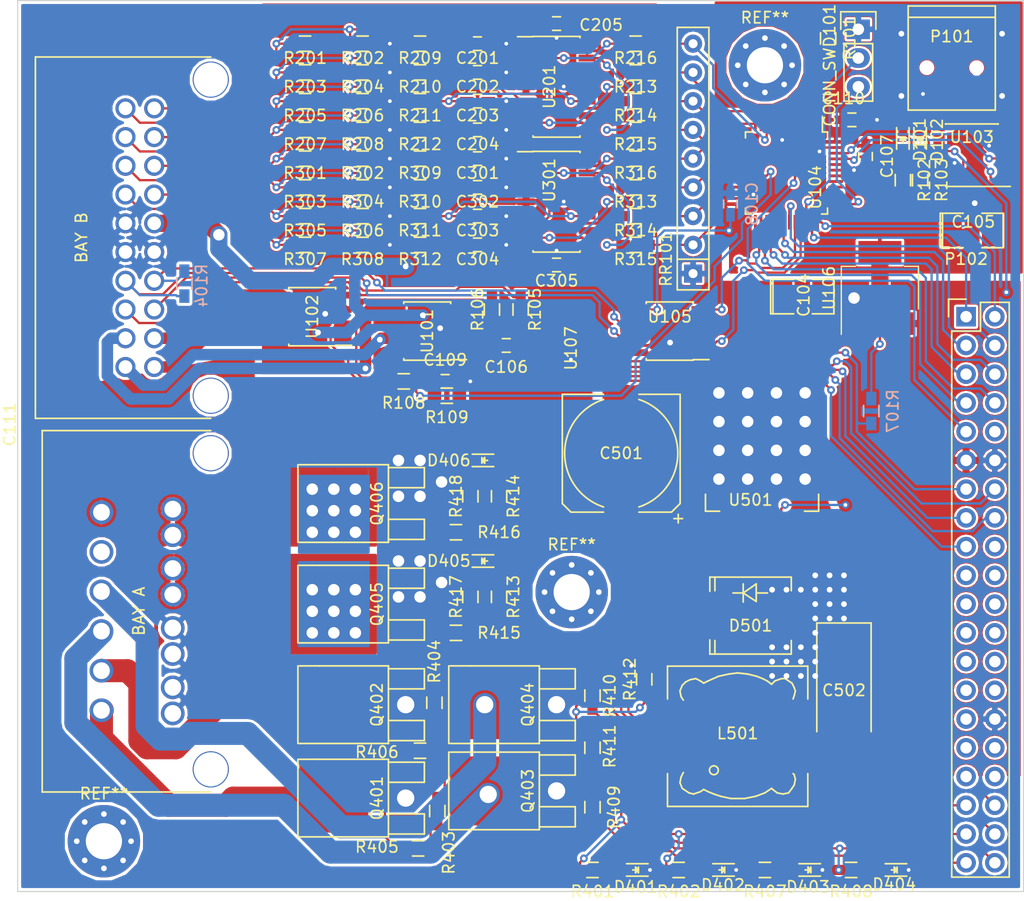
<source format=kicad_pcb>
(kicad_pcb (version 4) (host pcbnew 4.0.4-stable)
  (layers (0 F.Cu signal) (31 B.Cu signal) (34 B.Paste user hide) (35 F.Paste user) (36 B.SilkS user) (37 F.SilkS user) (38 B.Mask user) (39 F.Mask user) (44 Edge.Cuts user))
  (net 0 "")
  (net 1 GND)
  (net 2 +5V)
  (net 3 +3V3)
  (net 4 "Net-(C106-Pad1)")
  (net 5 "Net-(C106-Pad2)")
  (net 6 "Net-(C109-Pad1)")
  (net 7 inj_a)
  (net 8 inj_b)
  (net 9 +12V)
  (net 10 "Net-(C111-Pad5)")
  (net 11 ls_out_4)
  (net 12 ls_out_3)
  (net 13 ls_out_2)
  (net 14 ls_out_1)
  (net 15 IGN_A_OUT)
  (net 16 IGN_B_OUT)
  (net 17 VR-)
  (net 18 CANH)
  (net 19 AIN0)
  (net 20 AIN1)
  (net 21 AIN2)
  (net 22 AIN3)
  (net 23 IGN_C_OUT)
  (net 24 IGN_D_OUT)
  (net 25 VR+)
  (net 26 CANL)
  (net 27 AIN4)
  (net 28 AIN5)
  (net 29 AIN6)
  (net 30 AIN7)
  (net 31 "Net-(C201-Pad1)")
  (net 32 "Net-(C202-Pad1)")
  (net 33 "Net-(C203-Pad1)")
  (net 34 "Net-(C204-Pad1)")
  (net 35 "Net-(C301-Pad1)")
  (net 36 "Net-(C302-Pad1)")
  (net 37 "Net-(C303-Pad1)")
  (net 38 "Net-(C304-Pad1)")
  (net 39 "Net-(CONN_SWD101-Pad2)")
  (net 40 "Net-(CONN_SWD101-Pad3)")
  (net 41 "Net-(D101-Pad1)")
  (net 42 "Net-(D102-Pad1)")
  (net 43 "Net-(D401-Pad2)")
  (net 44 "Net-(D402-Pad2)")
  (net 45 "Net-(D403-Pad2)")
  (net 46 "Net-(D404-Pad2)")
  (net 47 "Net-(D405-Pad2)")
  (net 48 "Net-(D406-Pad2)")
  (net 49 "Net-(D501-Pad1)")
  (net 50 "Net-(P101-Pad2)")
  (net 51 "Net-(P101-Pad1)")
  (net 52 "Net-(P101-Pad3)")
  (net 53 FPGA_G1)
  (net 54 FPGA_G2)
  (net 55 FPGA_G3)
  (net 56 FPGA_G4)
  (net 57 FPGA_G5)
  (net 58 FPGA_SCK)
  (net 59 FPGA_MOSI)
  (net 60 FPGA_MISO)
  (net 61 INJ_A_IN)
  (net 62 INJ_B_IN)
  (net 63 VRIN)
  (net 64 "Net-(P102-Pad18)")
  (net 65 "Net-(P102-Pad19)")
  (net 66 "Net-(P102-Pad20)")
  (net 67 "Net-(P102-Pad21)")
  (net 68 "Net-(P102-Pad22)")
  (net 69 "Net-(P102-Pad23)")
  (net 70 "Net-(P102-Pad24)")
  (net 71 "Net-(P102-Pad25)")
  (net 72 "Net-(P102-Pad26)")
  (net 73 "Net-(P102-Pad27)")
  (net 74 "Net-(P102-Pad28)")
  (net 75 "Net-(P102-Pad29)")
  (net 76 "Net-(P102-Pad31)")
  (net 77 "Net-(P102-Pad32)")
  (net 78 "Net-(P102-Pad33)")
  (net 79 "Net-(P102-Pad34)")
  (net 80 IGN_C_IN)
  (net 81 IGN_D_IN)
  (net 82 IGN_A_IN)
  (net 83 IGN_B_IN)
  (net 84 "Net-(Q401-Pad1)")
  (net 85 "Net-(Q402-Pad1)")
  (net 86 "Net-(Q403-Pad1)")
  (net 87 "Net-(Q404-Pad1)")
  (net 88 "Net-(Q405-Pad1)")
  (net 89 "Net-(Q406-Pad1)")
  (net 90 "Net-(R213-Pad1)")
  (net 91 a1)
  (net 92 "Net-(R214-Pad1)")
  (net 93 a2)
  (net 94 "Net-(R215-Pad1)")
  (net 95 a3)
  (net 96 "Net-(R216-Pad1)")
  (net 97 a0)
  (net 98 "Net-(R313-Pad1)")
  (net 99 a5)
  (net 100 "Net-(R314-Pad1)")
  (net 101 a6)
  (net 102 "Net-(R315-Pad1)")
  (net 103 a7)
  (net 104 "Net-(R316-Pad1)")
  (net 105 a4)
  (net 106 ls_1)
  (net 107 ls_2)
  (net 108 ls_3)
  (net 109 ls_4)
  (net 110 "Net-(U101-Pad1)")
  (net 111 "Net-(U101-Pad8)")
  (net 112 "Net-(U102-Pad1)")
  (net 113 "Net-(U102-Pad8)")
  (net 114 ftdi_tx)
  (net 115 "Net-(U103-Pad2)")
  (net 116 ftdi_rx)
  (net 117 "Net-(U103-Pad6)")
  (net 118 "Net-(U103-Pad7)")
  (net 119 "Net-(U103-Pad10)")
  (net 120 "Net-(U103-Pad11)")
  (net 121 "Net-(U103-Pad16)")
  (net 122 "Net-(U104-Pad2)")
  (net 123 "Net-(U104-Pad3)")
  (net 124 "Net-(U104-Pad4)")
  (net 125 "Net-(U104-Pad20)")
  (net 126 "Net-(U104-Pad21)")
  (net 127 "Net-(U104-Pad22)")
  (net 128 "Net-(U104-Pad25)")
  (net 129 CAN_RX)
  (net 130 CAN_TX)
  (net 131 "Net-(U104-Pad38)")
  (net 132 "Net-(U104-Pad39)")
  (net 133 "Net-(U107-Pad3)")
  (net 134 "Net-(U107-Pad8)")
  (net 135 "Net-(P102-Pad10)")
  (net 136 "Net-(U104-Pad40)")
  (net 137 "Net-(U104-Pad41)")
  (net 138 "Net-(U104-Pad42)")
  (net 139 "Net-(U104-Pad43)")
  (net 140 "Net-(P101-Pad4)")
  (net 141 FPGA_MCU_CLK)
  (net 142 "Net-(U104-Pad6)")
  (net 143 "Net-(D101-Pad2)")
  (net 144 "Net-(D102-Pad2)")
  (net 145 "Net-(R101-Pad2)")
  (module Mounting_Holes:MountingHole_3.2mm_M3_Pad_Via (layer F.Cu) (at 117.542944 104.982944)
    (fp_text reference REF** (at 0 -4.2) (layer F.SilkS))
    (fp_text value MountingHole_3.2mm_M3_Pad_Via)
    (pad 1 thru_hole circle (at 0 0) (size 6.4 6.4) (drill 3.2) (layers *.Cu *.Mask))
    (pad "" thru_hole circle (at 2.4 0) (size 0.6 0.6) (drill 0.5) (layers *.Cu *.Mask))
    (pad "" thru_hole circle (at 1.697056 1.697056) (size 0.6 0.6) (drill 0.5) (layers *.Cu *.Mask))
    (pad "" thru_hole circle (at 0 2.4) (size 0.6 0.6) (drill 0.5) (layers *.Cu *.Mask))
    (pad "" thru_hole circle (at -1.697056 1.697056) (size 0.6 0.6) (drill 0.5) (layers *.Cu *.Mask))
    (pad "" thru_hole circle (at -2.4 0) (size 0.6 0.6) (drill 0.5) (layers *.Cu *.Mask))
    (pad "" thru_hole circle (at -1.697056 -1.697056) (size 0.6 0.6) (drill 0.5) (layers *.Cu *.Mask))
    (pad "" thru_hole circle (at 0 -2.4) (size 0.6 0.6) (drill 0.5) (layers *.Cu *.Mask))
    (pad "" thru_hole circle (at 1.697056 -1.697056) (size 0.6 0.6) (drill 0.5) (layers *.Cu *.Mask))
  )
  (module Mounting_Holes:MountingHole_3.2mm_M3_Pad_Via (layer F.Cu) (at 76.2 127)
    (fp_text reference REF** (at 0 -4.2) (layer F.SilkS))
    (fp_text value MountingHole_3.2mm_M3_Pad_Via)
    (pad 1 thru_hole circle (at 0 0) (size 6.4 6.4) (drill 3.2) (layers *.Cu *.Mask))
    (pad "" thru_hole circle (at 2.4 0) (size 0.6 0.6) (drill 0.5) (layers *.Cu *.Mask))
    (pad "" thru_hole circle (at 1.697056 1.697056) (size 0.6 0.6) (drill 0.5) (layers *.Cu *.Mask))
    (pad "" thru_hole circle (at 0 2.4) (size 0.6 0.6) (drill 0.5) (layers *.Cu *.Mask))
    (pad "" thru_hole circle (at -1.697056 1.697056) (size 0.6 0.6) (drill 0.5) (layers *.Cu *.Mask))
    (pad "" thru_hole circle (at -2.4 0) (size 0.6 0.6) (drill 0.5) (layers *.Cu *.Mask))
    (pad "" thru_hole circle (at -1.697056 -1.697056) (size 0.6 0.6) (drill 0.5) (layers *.Cu *.Mask))
    (pad "" thru_hole circle (at 0 -2.4) (size 0.6 0.6) (drill 0.5) (layers *.Cu *.Mask))
    (pad "" thru_hole circle (at 1.697056 -1.697056) (size 0.6 0.6) (drill 0.5) (layers *.Cu *.Mask))
  )
  (module Mounting_Holes:MountingHole_3.2mm_M3_Pad_Via (layer F.Cu) (at 134.62 58.42)
    (fp_text reference REF** (at 0 -4.2) (layer F.SilkS))
    (fp_text value MountingHole_3.2mm_M3_Pad_Via)
    (pad 1 thru_hole circle (at 0 0) (size 6.4 6.4) (drill 3.2) (layers *.Cu *.Mask))
    (pad "" thru_hole circle (at 2.4 0) (size 0.6 0.6) (drill 0.5) (layers *.Cu *.Mask))
    (pad "" thru_hole circle (at 1.697056 1.697056) (size 0.6 0.6) (drill 0.5) (layers *.Cu *.Mask))
    (pad "" thru_hole circle (at 0 2.4) (size 0.6 0.6) (drill 0.5) (layers *.Cu *.Mask))
    (pad "" thru_hole circle (at -1.697056 1.697056) (size 0.6 0.6) (drill 0.5) (layers *.Cu *.Mask))
    (pad "" thru_hole circle (at -2.4 0) (size 0.6 0.6) (drill 0.5) (layers *.Cu *.Mask))
    (pad "" thru_hole circle (at -1.697056 -1.697056) (size 0.6 0.6) (drill 0.5) (layers *.Cu *.Mask))
    (pad "" thru_hole circle (at 0 -2.4) (size 0.6 0.6) (drill 0.5) (layers *.Cu *.Mask))
    (pad "" thru_hole circle (at 1.697056 -1.697056) (size 0.6 0.6) (drill 0.5) (layers *.Cu *.Mask))
  )
  (module Choke_SMD:Choke_SMD_12x12mm_h6mm (layer F.Cu) (at 132.20954 117.729)
    (fp_text reference L501 (at 0 -0.254) (layer F.SilkS))
    (fp_text value 38uH)
    (pad 1 smd rect (at -4.95046 0) (size 2.90068 5.40004) (layers F.Cu F.Paste F.Mask) (net 49 "Net-(D501-Pad1)"))
    (pad 2 smd rect (at 4.95046 0) (size 2.90068 5.40004) (layers F.Cu F.Paste F.Mask) (net 2 +5V))
  )
  (module SMD_Packages:SMD-1210_Pol (layer F.Cu) (at 137.922 78.867)
    (fp_text reference C104 (at 0.127 -0.127 90) (layer F.SilkS))
    (fp_text value CP)
    (pad 1 smd rect (at -1.778 0) (size 1.778 2.794) (layers F.Cu F.Paste F.Mask) (net 2 +5V))
    (pad 2 smd rect (at 1.778 0) (size 1.778 2.794) (layers F.Cu F.Paste F.Mask) (net 1 GND))
  )
  (module SMD_Packages:SMD-1210_Pol (layer F.Cu) (at 152.908 73.025)
    (fp_text reference C105 (at 0.127 -0.762) (layer F.SilkS))
    (fp_text value 22uF)
    (pad 1 smd rect (at -1.778 0) (size 1.778 2.794) (layers F.Cu F.Paste F.Mask) (net 3 +3V3))
    (pad 2 smd rect (at 1.778 0) (size 1.778 2.794) (layers F.Cu F.Paste F.Mask) (net 1 GND))
  )
  (module Capacitors_SMD:C_0603_HandSoldering (layer F.Cu) (at 111.76 83.185 180)
    (fp_text reference C106 (at 0 -1.9 180) (layer F.SilkS))
    (fp_text value 1nF)
    (pad 1 smd rect (at -0.95 0 180) (size 1.2 0.75) (layers F.Cu F.Paste F.Mask) (net 4 "Net-(C106-Pad1)"))
    (pad 2 smd rect (at 0.95 0 180) (size 1.2 0.75) (layers F.Cu F.Paste F.Mask) (net 5 "Net-(C106-Pad2)"))
  )
  (module Capacitors_SMD:C_0603_HandSoldering (layer F.Cu) (at 109.22 56.515)
    (fp_text reference C201 (at 0 1.27) (layer F.SilkS))
    (fp_text value 0.01uF)
    (pad 1 smd rect (at -0.95 0) (size 1.2 0.75) (layers F.Cu F.Paste F.Mask) (net 31 "Net-(C201-Pad1)"))
    (pad 2 smd rect (at 0.95 0) (size 1.2 0.75) (layers F.Cu F.Paste F.Mask) (net 1 GND))
  )
  (module Capacitors_SMD:C_0603_HandSoldering (layer F.Cu) (at 109.22 59.055)
    (fp_text reference C202 (at 0 1.27) (layer F.SilkS))
    (fp_text value 0.01uF)
    (pad 1 smd rect (at -0.95 0) (size 1.2 0.75) (layers F.Cu F.Paste F.Mask) (net 32 "Net-(C202-Pad1)"))
    (pad 2 smd rect (at 0.95 0) (size 1.2 0.75) (layers F.Cu F.Paste F.Mask) (net 1 GND))
  )
  (module Capacitors_SMD:C_0603_HandSoldering (layer F.Cu) (at 109.22 61.595)
    (fp_text reference C203 (at 0 1.27) (layer F.SilkS))
    (fp_text value 0.01uF)
    (pad 1 smd rect (at -0.95 0) (size 1.2 0.75) (layers F.Cu F.Paste F.Mask) (net 33 "Net-(C203-Pad1)"))
    (pad 2 smd rect (at 0.95 0) (size 1.2 0.75) (layers F.Cu F.Paste F.Mask) (net 1 GND))
  )
  (module Capacitors_SMD:C_0603_HandSoldering (layer F.Cu) (at 109.22 64.135)
    (fp_text reference C204 (at 0 1.27) (layer F.SilkS))
    (fp_text value 0.01uF)
    (pad 1 smd rect (at -0.95 0) (size 1.2 0.75) (layers F.Cu F.Paste F.Mask) (net 34 "Net-(C204-Pad1)"))
    (pad 2 smd rect (at 0.95 0) (size 1.2 0.75) (layers F.Cu F.Paste F.Mask) (net 1 GND))
  )
  (module Capacitors_SMD:C_0603_HandSoldering (layer F.Cu) (at 116.205 54.737)
    (fp_text reference C205 (at 3.937 0.127) (layer F.SilkS))
    (fp_text value 0.1uF)
    (pad 1 smd rect (at -0.95 0) (size 1.2 0.75) (layers F.Cu F.Paste F.Mask) (net 2 +5V))
    (pad 2 smd rect (at 0.95 0) (size 1.2 0.75) (layers F.Cu F.Paste F.Mask) (net 1 GND))
  )
  (module Capacitors_SMD:C_0603_HandSoldering (layer F.Cu) (at 109.22 66.675)
    (fp_text reference C301 (at 0 1.27) (layer F.SilkS))
    (fp_text value 0.01uF)
    (pad 1 smd rect (at -0.95 0) (size 1.2 0.75) (layers F.Cu F.Paste F.Mask) (net 35 "Net-(C301-Pad1)"))
    (pad 2 smd rect (at 0.95 0) (size 1.2 0.75) (layers F.Cu F.Paste F.Mask) (net 1 GND))
  )
  (module Capacitors_SMD:C_0603_HandSoldering (layer F.Cu) (at 109.22 69.215)
    (fp_text reference C302 (at 0 1.27) (layer F.SilkS))
    (fp_text value 0.01uF)
    (pad 1 smd rect (at -0.95 0) (size 1.2 0.75) (layers F.Cu F.Paste F.Mask) (net 36 "Net-(C302-Pad1)"))
    (pad 2 smd rect (at 0.95 0) (size 1.2 0.75) (layers F.Cu F.Paste F.Mask) (net 1 GND))
  )
  (module Capacitors_SMD:C_0603_HandSoldering (layer F.Cu) (at 109.22 71.755)
    (fp_text reference C303 (at 0 1.27) (layer F.SilkS))
    (fp_text value 0.01uF)
    (pad 1 smd rect (at -0.95 0) (size 1.2 0.75) (layers F.Cu F.Paste F.Mask) (net 37 "Net-(C303-Pad1)"))
    (pad 2 smd rect (at 0.95 0) (size 1.2 0.75) (layers F.Cu F.Paste F.Mask) (net 1 GND))
  )
  (module Capacitors_SMD:C_0603_HandSoldering (layer F.Cu) (at 109.22 74.295)
    (fp_text reference C304 (at 0 1.27) (layer F.SilkS))
    (fp_text value 0.01uF)
    (pad 1 smd rect (at -0.95 0) (size 1.2 0.75) (layers F.Cu F.Paste F.Mask) (net 38 "Net-(C304-Pad1)"))
    (pad 2 smd rect (at 0.95 0) (size 1.2 0.75) (layers F.Cu F.Paste F.Mask) (net 1 GND))
  )
  (module Capacitors_SMD:C_0603_HandSoldering (layer F.Cu) (at 116.205 76.073)
    (fp_text reference C305 (at 0 1.397) (layer F.SilkS))
    (fp_text value 0.1uF)
    (pad 1 smd rect (at -0.95 0) (size 1.2 0.75) (layers F.Cu F.Paste F.Mask) (net 2 +5V))
    (pad 2 smd rect (at 0.95 0) (size 1.2 0.75) (layers F.Cu F.Paste F.Mask) (net 1 GND))
  )
  (module Capacitors_SMD:c_elec_10x10 (layer F.Cu) (at 121.92 92.71 90)
    (fp_text reference C501 (at 0 0 180) (layer F.SilkS))
    (fp_text value 330uF)
    (fp_text user + (at -5.7785 4.9657 90) (layer F.SilkS))
    (pad 1 smd rect (at -4 0 270) (size 4 2.5) (layers F.Cu F.Paste F.Mask) (net 9 +12V))
    (pad 2 smd rect (at 4 0 270) (size 4 2.5) (layers F.Cu F.Paste F.Mask) (net 1 GND))
  )
  (module Capacitors_Tantalum_SMD:Tantalum_Case-D_EIA-7343-31_Hand (layer F.Cu) (at 141.605 113.665 270)
    (fp_text reference C502 (at 0 0 360) (layer F.SilkS))
    (fp_text value 220uF)
    (pad 1 smd rect (at -3.775 0 270) (size 3.75 2.7) (layers F.Cu F.Paste F.Mask) (net 1 GND))
    (pad 2 smd rect (at 3.775 0 270) (size 3.75 2.7) (layers F.Cu F.Paste F.Mask) (net 2 +5V))
  )
  (module Pin_Headers:Pin_Header_Straight_1x03 (layer F.Cu) (at 142.875 55.245)
    (fp_text reference CONN_SWD101 (at -2.54 3.175 90) (layer F.SilkS))
    (fp_text value CONN_01X03)
    (pad 1 thru_hole rect (at 0 0) (size 2.032 1.7272) (drill 1.016) (layers *.Cu *.Mask) (net 1 GND))
    (pad 2 thru_hole oval (at 0 2.54) (size 2.032 1.7272) (drill 1.016) (layers *.Cu *.Mask) (net 39 "Net-(CONN_SWD101-Pad2)"))
    (pad 3 thru_hole oval (at 0 5.08) (size 2.032 1.7272) (drill 1.016) (layers *.Cu *.Mask) (net 40 "Net-(CONN_SWD101-Pad3)"))
  )
  (module LEDs:LED_0603 (layer F.Cu) (at 123.19 129.54 180)
    (fp_text reference D401 (at 0 -1.5 180) (layer F.SilkS))
    (fp_text value LED)
    (pad 2 smd rect (at 0.7493 0) (size 0.79756 0.79756) (layers F.Cu F.Paste F.Mask) (net 43 "Net-(D401-Pad2)"))
    (pad 1 smd rect (at -0.7493 0) (size 0.79756 0.79756) (layers F.Cu F.Paste F.Mask) (net 1 GND))
  )
  (module LEDs:LED_0603 (layer F.Cu) (at 130.81 129.54 180)
    (fp_text reference D402 (at -0.096229 -1.3318 180) (layer F.SilkS))
    (fp_text value LED)
    (pad 2 smd rect (at 0.7493 0) (size 0.79756 0.79756) (layers F.Cu F.Paste F.Mask) (net 44 "Net-(D402-Pad2)"))
    (pad 1 smd rect (at -0.7493 0) (size 0.79756 0.79756) (layers F.Cu F.Paste F.Mask) (net 1 GND))
  )
  (module LEDs:LED_0603 (layer F.Cu) (at 138.43 129.54 180)
    (fp_text reference D403 (at 0 -1.5 180) (layer F.SilkS))
    (fp_text value LED)
    (pad 2 smd rect (at 0.7493 0) (size 0.79756 0.79756) (layers F.Cu F.Paste F.Mask) (net 45 "Net-(D403-Pad2)"))
    (pad 1 smd rect (at -0.7493 0) (size 0.79756 0.79756) (layers F.Cu F.Paste F.Mask) (net 1 GND))
  )
  (module LEDs:LED_0603 (layer F.Cu) (at 146.05 129.54 180)
    (fp_text reference D404 (at 0 -1.27 180) (layer F.SilkS))
    (fp_text value LED)
    (pad 2 smd rect (at 0.7493 0) (size 0.79756 0.79756) (layers F.Cu F.Paste F.Mask) (net 46 "Net-(D404-Pad2)"))
    (pad 1 smd rect (at -0.7493 0) (size 0.79756 0.79756) (layers F.Cu F.Paste F.Mask) (net 1 GND))
  )
  (module LEDs:LED_0603 (layer F.Cu) (at 109.855 102.235)
    (fp_text reference D405 (at -3.175 0) (layer F.SilkS))
    (fp_text value LED)
    (pad 2 smd rect (at 0.7493 0 180) (size 0.79756 0.79756) (layers F.Cu F.Paste F.Mask) (net 47 "Net-(D405-Pad2)"))
    (pad 1 smd rect (at -0.7493 0 180) (size 0.79756 0.79756) (layers F.Cu F.Paste F.Mask) (net 1 GND))
  )
  (module LEDs:LED_0603 (layer F.Cu) (at 109.855 93.345)
    (fp_text reference D406 (at -3.175 0) (layer F.SilkS))
    (fp_text value LED)
    (pad 2 smd rect (at 0.7493 0 180) (size 0.79756 0.79756) (layers F.Cu F.Paste F.Mask) (net 48 "Net-(D406-Pad2)"))
    (pad 1 smd rect (at -0.7493 0 180) (size 0.79756 0.79756) (layers F.Cu F.Paste F.Mask) (net 1 GND))
  )
  (module Pin_Headers:Pin_Header_Straight_2x20 (layer F.Cu) (at 152.4 80.645)
    (fp_text reference P102 (at 0 -5.1) (layer F.SilkS))
    (fp_text value CONN_02X20)
    (pad 1 thru_hole rect (at 0 0) (size 1.7272 1.7272) (drill 1.016) (layers *.Cu *.Mask) (net 54 FPGA_G2))
    (pad 2 thru_hole oval (at 2.54 0) (size 1.7272 1.7272) (drill 1.016) (layers *.Cu *.Mask) (net 53 FPGA_G1))
    (pad 3 thru_hole oval (at 0 2.54) (size 1.7272 1.7272) (drill 1.016) (layers *.Cu *.Mask) (net 56 FPGA_G4))
    (pad 4 thru_hole oval (at 2.54 2.54) (size 1.7272 1.7272) (drill 1.016) (layers *.Cu *.Mask) (net 55 FPGA_G3))
    (pad 5 thru_hole oval (at 0 5.08) (size 1.7272 1.7272) (drill 1.016) (layers *.Cu *.Mask) (net 58 FPGA_SCK))
    (pad 6 thru_hole oval (at 2.54 5.08) (size 1.7272 1.7272) (drill 1.016) (layers *.Cu *.Mask) (net 57 FPGA_G5))
    (pad 7 thru_hole oval (at 0 7.62) (size 1.7272 1.7272) (drill 1.016) (layers *.Cu *.Mask) (net 60 FPGA_MISO))
    (pad 8 thru_hole oval (at 2.54 7.62) (size 1.7272 1.7272) (drill 1.016) (layers *.Cu *.Mask) (net 59 FPGA_MOSI))
    (pad 9 thru_hole oval (at 0 10.16) (size 1.7272 1.7272) (drill 1.016) (layers *.Cu *.Mask) (net 141 FPGA_MCU_CLK))
    (pad 10 thru_hole oval (at 2.54 10.16) (size 1.7272 1.7272) (drill 1.016) (layers *.Cu *.Mask) (net 135 "Net-(P102-Pad10)"))
    (pad 11 thru_hole oval (at 0 12.7) (size 1.7272 1.7272) (drill 1.016) (layers *.Cu *.Mask) (net 2 +5V))
    (pad 12 thru_hole oval (at 2.54 12.7) (size 1.7272 1.7272) (drill 1.016) (layers *.Cu *.Mask) (net 1 GND))
    (pad 13 thru_hole oval (at 0 15.24) (size 1.7272 1.7272) (drill 1.016) (layers *.Cu *.Mask) (net 63 VRIN))
    (pad 14 thru_hole oval (at 2.54 15.24) (size 1.7272 1.7272) (drill 1.016) (layers *.Cu *.Mask) (net 83 IGN_B_IN))
    (pad 15 thru_hole oval (at 0 17.78) (size 1.7272 1.7272) (drill 1.016) (layers *.Cu *.Mask) (net 82 IGN_A_IN))
    (pad 16 thru_hole oval (at 2.54 17.78) (size 1.7272 1.7272) (drill 1.016) (layers *.Cu *.Mask) (net 81 IGN_D_IN))
    (pad 17 thru_hole oval (at 0 20.32) (size 1.7272 1.7272) (drill 1.016) (layers *.Cu *.Mask) (net 80 IGN_C_IN))
    (pad 18 thru_hole oval (at 2.54 20.32) (size 1.7272 1.7272) (drill 1.016) (layers *.Cu *.Mask) (net 64 "Net-(P102-Pad18)"))
    (pad 19 thru_hole oval (at 0 22.86) (size 1.7272 1.7272) (drill 1.016) (layers *.Cu *.Mask) (net 65 "Net-(P102-Pad19)"))
    (pad 20 thru_hole oval (at 2.54 22.86) (size 1.7272 1.7272) (drill 1.016) (layers *.Cu *.Mask) (net 66 "Net-(P102-Pad20)"))
    (pad 21 thru_hole oval (at 0 25.4) (size 1.7272 1.7272) (drill 1.016) (layers *.Cu *.Mask) (net 67 "Net-(P102-Pad21)"))
    (pad 22 thru_hole oval (at 2.54 25.4) (size 1.7272 1.7272) (drill 1.016) (layers *.Cu *.Mask) (net 68 "Net-(P102-Pad22)"))
    (pad 23 thru_hole oval (at 0 27.94) (size 1.7272 1.7272) (drill 1.016) (layers *.Cu *.Mask) (net 69 "Net-(P102-Pad23)"))
    (pad 24 thru_hole oval (at 2.54 27.94) (size 1.7272 1.7272) (drill 1.016) (layers *.Cu *.Mask) (net 70 "Net-(P102-Pad24)"))
    (pad 25 thru_hole oval (at 0 30.48) (size 1.7272 1.7272) (drill 1.016) (layers *.Cu *.Mask) (net 71 "Net-(P102-Pad25)"))
    (pad 26 thru_hole oval (at 2.54 30.48) (size 1.7272 1.7272) (drill 1.016) (layers *.Cu *.Mask) (net 72 "Net-(P102-Pad26)"))
    (pad 27 thru_hole oval (at 0 33.02) (size 1.7272 1.7272) (drill 1.016) (layers *.Cu *.Mask) (net 73 "Net-(P102-Pad27)"))
    (pad 28 thru_hole oval (at 2.54 33.02) (size 1.7272 1.7272) (drill 1.016) (layers *.Cu *.Mask) (net 74 "Net-(P102-Pad28)"))
    (pad 29 thru_hole oval (at 0 35.56) (size 1.7272 1.7272) (drill 1.016) (layers *.Cu *.Mask) (net 75 "Net-(P102-Pad29)"))
    (pad 30 thru_hole oval (at 2.54 35.56) (size 1.7272 1.7272) (drill 1.016) (layers *.Cu *.Mask) (net 1 GND))
    (pad 31 thru_hole oval (at 0 38.1) (size 1.7272 1.7272) (drill 1.016) (layers *.Cu *.Mask) (net 76 "Net-(P102-Pad31)"))
    (pad 32 thru_hole oval (at 2.54 38.1) (size 1.7272 1.7272) (drill 1.016) (layers *.Cu *.Mask) (net 77 "Net-(P102-Pad32)"))
    (pad 33 thru_hole oval (at 0 40.64) (size 1.7272 1.7272) (drill 1.016) (layers *.Cu *.Mask) (net 78 "Net-(P102-Pad33)"))
    (pad 34 thru_hole oval (at 2.54 40.64) (size 1.7272 1.7272) (drill 1.016) (layers *.Cu *.Mask) (net 79 "Net-(P102-Pad34)"))
    (pad 35 thru_hole oval (at 0 43.18) (size 1.7272 1.7272) (drill 1.016) (layers *.Cu *.Mask) (net 61 INJ_A_IN))
    (pad 36 thru_hole oval (at 2.54 43.18) (size 1.7272 1.7272) (drill 1.016) (layers *.Cu *.Mask) (net 62 INJ_B_IN))
    (pad 37 thru_hole oval (at 0 45.72) (size 1.7272 1.7272) (drill 1.016) (layers *.Cu *.Mask) (net 106 ls_1))
    (pad 38 thru_hole oval (at 2.54 45.72) (size 1.7272 1.7272) (drill 1.016) (layers *.Cu *.Mask) (net 107 ls_2))
    (pad 39 thru_hole oval (at 0 48.26) (size 1.7272 1.7272) (drill 1.016) (layers *.Cu *.Mask) (net 108 ls_3))
    (pad 40 thru_hole oval (at 2.54 48.26) (size 1.7272 1.7272) (drill 1.016) (layers *.Cu *.Mask) (net 109 ls_4))
  )
  (module TO_SOT_Packages_SMD:TO-252-2Lead (layer F.Cu) (at 102.87 123.19 90)
    (fp_text reference Q401 (at 0 -2.54 90) (layer F.SilkS))
    (fp_text value IRF540N)
    (pad 1 smd rect (at -2.286 0 90) (size 1.651 3.048) (layers F.Cu F.Paste F.Mask) (net 84 "Net-(Q401-Pad1)"))
    (pad 2 smd rect (at 0 -6.35 90) (size 6.096 6.096) (layers F.Cu F.Paste F.Mask) (net 14 ls_out_1))
    (pad 3 smd rect (at 2.286 0 90) (size 1.651 3.048) (layers F.Cu F.Paste F.Mask) (net 1 GND))
  )
  (module TO_SOT_Packages_SMD:TO-252-2Lead (layer F.Cu) (at 102.87 114.935 90)
    (fp_text reference Q402 (at 0 -2.54 90) (layer F.SilkS))
    (fp_text value IRF540N)
    (pad 1 smd rect (at -2.286 0 90) (size 1.651 3.048) (layers F.Cu F.Paste F.Mask) (net 85 "Net-(Q402-Pad1)"))
    (pad 2 smd rect (at 0 -6.35 90) (size 6.096 6.096) (layers F.Cu F.Paste F.Mask) (net 13 ls_out_2))
    (pad 3 smd rect (at 2.286 0 90) (size 1.651 3.048) (layers F.Cu F.Paste F.Mask) (net 1 GND))
  )
  (module TO_SOT_Packages_SMD:TO-252-2Lead (layer F.Cu) (at 116.205 122.555 90)
    (fp_text reference Q403 (at 0 -2.54 90) (layer F.SilkS))
    (fp_text value IRF540N)
    (pad 1 smd rect (at -2.286 0 90) (size 1.651 3.048) (layers F.Cu F.Paste F.Mask) (net 86 "Net-(Q403-Pad1)"))
    (pad 2 smd rect (at 0 -6.35 90) (size 6.096 6.096) (layers F.Cu F.Paste F.Mask) (net 12 ls_out_3))
    (pad 3 smd rect (at 2.286 0 90) (size 1.651 3.048) (layers F.Cu F.Paste F.Mask) (net 1 GND))
  )
  (module TO_SOT_Packages_SMD:TO-252-2Lead (layer F.Cu) (at 116.205 114.935 90)
    (fp_text reference Q404 (at 0 -2.54 90) (layer F.SilkS))
    (fp_text value IRF540N)
    (pad 1 smd rect (at -2.286 0 90) (size 1.651 3.048) (layers F.Cu F.Paste F.Mask) (net 87 "Net-(Q404-Pad1)"))
    (pad 2 smd rect (at 0 -6.35 90) (size 6.096 6.096) (layers F.Cu F.Paste F.Mask) (net 11 ls_out_4))
    (pad 3 smd rect (at 2.286 0 90) (size 1.651 3.048) (layers F.Cu F.Paste F.Mask) (net 1 GND))
  )
  (module TO_SOT_Packages_SMD:TO-252-2Lead (layer F.Cu) (at 102.87 106.045 90)
    (fp_text reference Q405 (at 0 -2.54 90) (layer F.SilkS))
    (fp_text value IRF540N)
    (pad 1 smd rect (at -2.286 0 90) (size 1.651 3.048) (layers F.Cu F.Paste F.Mask) (net 88 "Net-(Q405-Pad1)"))
    (pad 2 smd rect (at 0 -6.35 90) (size 6.096 6.096) (layers F.Cu F.Paste F.Mask) (net 7 inj_a))
    (pad 3 smd rect (at 2.286 0 90) (size 1.651 3.048) (layers F.Cu F.Paste F.Mask) (net 1 GND))
  )
  (module TO_SOT_Packages_SMD:TO-252-2Lead (layer F.Cu) (at 102.87 97.155 90)
    (fp_text reference Q406 (at 0 -2.54 90) (layer F.SilkS))
    (fp_text value IRF540N)
    (pad 1 smd rect (at -2.286 0 90) (size 1.651 3.048) (layers F.Cu F.Paste F.Mask) (net 89 "Net-(Q406-Pad1)"))
    (pad 2 smd rect (at 0 -6.35 90) (size 6.096 6.096) (layers F.Cu F.Paste F.Mask) (net 8 inj_b))
    (pad 3 smd rect (at 2.286 0 90) (size 1.651 3.048) (layers F.Cu F.Paste F.Mask) (net 1 GND))
  )
  (module Resistors_SMD:R_0603_HandSoldering (layer F.Cu) (at 113.03 80.01 90)
    (fp_text reference R105 (at 0 1.27 270) (layer F.SilkS))
    (fp_text value 10k)
    (pad 1 smd rect (at -1.1 0 90) (size 1.2 0.9) (layers F.Cu F.Paste F.Mask) (net 4 "Net-(C106-Pad1)"))
    (pad 2 smd rect (at 1.1 0 90) (size 1.2 0.9) (layers F.Cu F.Paste F.Mask) (net 25 VR+))
  )
  (module Resistors_SMD:R_0603_HandSoldering (layer F.Cu) (at 110.49 80.01 90)
    (fp_text reference R106 (at 0 -1.27 90) (layer F.SilkS))
    (fp_text value 10k)
    (pad 1 smd rect (at -1.1 0 90) (size 1.2 0.9) (layers F.Cu F.Paste F.Mask) (net 5 "Net-(C106-Pad2)"))
    (pad 2 smd rect (at 1.1 0 90) (size 1.2 0.9) (layers F.Cu F.Paste F.Mask) (net 17 VR-))
  )
  (module Resistors_SMD:R_0603_HandSoldering (layer F.Cu) (at 93.98 56.515)
    (fp_text reference R201 (at 0 1.27) (layer F.SilkS))
    (fp_text value R)
    (pad 1 smd rect (at -1.1 0) (size 1.2 0.9) (layers F.Cu F.Paste F.Mask) (net 19 AIN0))
    (pad 2 smd rect (at 1.1 0) (size 1.2 0.9) (layers F.Cu F.Paste F.Mask) (net 2 +5V))
  )
  (module Resistors_SMD:R_0603_HandSoldering (layer F.Cu) (at 99.06 56.515 180)
    (fp_text reference R202 (at 0 -1.27 180) (layer F.SilkS))
    (fp_text value R)
    (pad 1 smd rect (at -1.1 0 180) (size 1.2 0.9) (layers F.Cu F.Paste F.Mask) (net 1 GND))
    (pad 2 smd rect (at 1.1 0 180) (size 1.2 0.9) (layers F.Cu F.Paste F.Mask) (net 19 AIN0))
  )
  (module Resistors_SMD:R_0603_HandSoldering (layer F.Cu) (at 93.98 59.055)
    (fp_text reference R203 (at 0 1.27) (layer F.SilkS))
    (fp_text value R)
    (pad 1 smd rect (at -1.1 0) (size 1.2 0.9) (layers F.Cu F.Paste F.Mask) (net 20 AIN1))
    (pad 2 smd rect (at 1.1 0) (size 1.2 0.9) (layers F.Cu F.Paste F.Mask) (net 2 +5V))
  )
  (module Resistors_SMD:R_0603_HandSoldering (layer F.Cu) (at 99.06 59.055 180)
    (fp_text reference R204 (at 0 -1.27 180) (layer F.SilkS))
    (fp_text value R)
    (pad 1 smd rect (at -1.1 0 180) (size 1.2 0.9) (layers F.Cu F.Paste F.Mask) (net 1 GND))
    (pad 2 smd rect (at 1.1 0 180) (size 1.2 0.9) (layers F.Cu F.Paste F.Mask) (net 20 AIN1))
  )
  (module Resistors_SMD:R_0603_HandSoldering (layer F.Cu) (at 93.98 61.595)
    (fp_text reference R205 (at 0 1.27) (layer F.SilkS))
    (fp_text value R)
    (pad 1 smd rect (at -1.1 0) (size 1.2 0.9) (layers F.Cu F.Paste F.Mask) (net 21 AIN2))
    (pad 2 smd rect (at 1.1 0) (size 1.2 0.9) (layers F.Cu F.Paste F.Mask) (net 2 +5V))
  )
  (module Resistors_SMD:R_0603_HandSoldering (layer F.Cu) (at 99.06 61.595 180)
    (fp_text reference R206 (at 0 -1.27 180) (layer F.SilkS))
    (fp_text value R)
    (pad 1 smd rect (at -1.1 0 180) (size 1.2 0.9) (layers F.Cu F.Paste F.Mask) (net 1 GND))
    (pad 2 smd rect (at 1.1 0 180) (size 1.2 0.9) (layers F.Cu F.Paste F.Mask) (net 21 AIN2))
  )
  (module Resistors_SMD:R_0603_HandSoldering (layer F.Cu) (at 93.98 64.135)
    (fp_text reference R207 (at 0 1.27) (layer F.SilkS))
    (fp_text value R)
    (pad 1 smd rect (at -1.1 0) (size 1.2 0.9) (layers F.Cu F.Paste F.Mask) (net 22 AIN3))
    (pad 2 smd rect (at 1.1 0) (size 1.2 0.9) (layers F.Cu F.Paste F.Mask) (net 2 +5V))
  )
  (module Resistors_SMD:R_0603_HandSoldering (layer F.Cu) (at 99.06 64.135 180)
    (fp_text reference R208 (at 0 -1.27 180) (layer F.SilkS))
    (fp_text value R)
    (pad 1 smd rect (at -1.1 0 180) (size 1.2 0.9) (layers F.Cu F.Paste F.Mask) (net 1 GND))
    (pad 2 smd rect (at 1.1 0 180) (size 1.2 0.9) (layers F.Cu F.Paste F.Mask) (net 22 AIN3))
  )
  (module Resistors_SMD:R_0603_HandSoldering (layer F.Cu) (at 104.14 56.515 180)
    (fp_text reference R209 (at 0 -1.27 180) (layer F.SilkS))
    (fp_text value 10k)
    (pad 1 smd rect (at -1.1 0 180) (size 1.2 0.9) (layers F.Cu F.Paste F.Mask) (net 31 "Net-(C201-Pad1)"))
    (pad 2 smd rect (at 1.1 0 180) (size 1.2 0.9) (layers F.Cu F.Paste F.Mask) (net 19 AIN0))
  )
  (module Resistors_SMD:R_0603_HandSoldering (layer F.Cu) (at 104.14 59.055 180)
    (fp_text reference R210 (at 0 -1.27 180) (layer F.SilkS))
    (fp_text value 10k)
    (pad 1 smd rect (at -1.1 0 180) (size 1.2 0.9) (layers F.Cu F.Paste F.Mask) (net 32 "Net-(C202-Pad1)"))
    (pad 2 smd rect (at 1.1 0 180) (size 1.2 0.9) (layers F.Cu F.Paste F.Mask) (net 20 AIN1))
  )
  (module Resistors_SMD:R_0603_HandSoldering (layer F.Cu) (at 104.14 61.595 180)
    (fp_text reference R211 (at 0 -1.27 180) (layer F.SilkS))
    (fp_text value 10k)
    (pad 1 smd rect (at -1.1 0 180) (size 1.2 0.9) (layers F.Cu F.Paste F.Mask) (net 33 "Net-(C203-Pad1)"))
    (pad 2 smd rect (at 1.1 0 180) (size 1.2 0.9) (layers F.Cu F.Paste F.Mask) (net 21 AIN2))
  )
  (module Resistors_SMD:R_0603_HandSoldering (layer F.Cu) (at 104.14 64.135 180)
    (fp_text reference R212 (at 0 -1.27 180) (layer F.SilkS))
    (fp_text value 10k)
    (pad 1 smd rect (at -1.1 0 180) (size 1.2 0.9) (layers F.Cu F.Paste F.Mask) (net 34 "Net-(C204-Pad1)"))
    (pad 2 smd rect (at 1.1 0 180) (size 1.2 0.9) (layers F.Cu F.Paste F.Mask) (net 22 AIN3))
  )
  (module Resistors_SMD:R_0603_HandSoldering (layer F.Cu) (at 123.19 59.055)
    (fp_text reference R213 (at 0 1.27) (layer F.SilkS))
    (fp_text value 1500)
    (pad 1 smd rect (at -1.1 0) (size 1.2 0.9) (layers F.Cu F.Paste F.Mask) (net 90 "Net-(R213-Pad1)"))
    (pad 2 smd rect (at 1.1 0) (size 1.2 0.9) (layers F.Cu F.Paste F.Mask) (net 91 a1))
  )
  (module Resistors_SMD:R_0603_HandSoldering (layer F.Cu) (at 123.19 61.595)
    (fp_text reference R214 (at 0 1.27) (layer F.SilkS))
    (fp_text value 1500)
    (pad 1 smd rect (at -1.1 0) (size 1.2 0.9) (layers F.Cu F.Paste F.Mask) (net 92 "Net-(R214-Pad1)"))
    (pad 2 smd rect (at 1.1 0) (size 1.2 0.9) (layers F.Cu F.Paste F.Mask) (net 93 a2))
  )
  (module Resistors_SMD:R_0603_HandSoldering (layer F.Cu) (at 123.19 64.135)
    (fp_text reference R215 (at 0 1.27) (layer F.SilkS))
    (fp_text value 1500)
    (pad 1 smd rect (at -1.1 0) (size 1.2 0.9) (layers F.Cu F.Paste F.Mask) (net 94 "Net-(R215-Pad1)"))
    (pad 2 smd rect (at 1.1 0) (size 1.2 0.9) (layers F.Cu F.Paste F.Mask) (net 95 a3))
  )
  (module Resistors_SMD:R_0603_HandSoldering (layer F.Cu) (at 123.19 56.515)
    (fp_text reference R216 (at 0 1.27) (layer F.SilkS))
    (fp_text value 1500)
    (pad 1 smd rect (at -1.1 0) (size 1.2 0.9) (layers F.Cu F.Paste F.Mask) (net 96 "Net-(R216-Pad1)"))
    (pad 2 smd rect (at 1.1 0) (size 1.2 0.9) (layers F.Cu F.Paste F.Mask) (net 97 a0))
  )
  (module Resistors_SMD:R_0603_HandSoldering (layer F.Cu) (at 93.98 66.675)
    (fp_text reference R301 (at 0 1.27) (layer F.SilkS))
    (fp_text value R)
    (pad 1 smd rect (at -1.1 0) (size 1.2 0.9) (layers F.Cu F.Paste F.Mask) (net 27 AIN4))
    (pad 2 smd rect (at 1.1 0) (size 1.2 0.9) (layers F.Cu F.Paste F.Mask) (net 2 +5V))
  )
  (module Resistors_SMD:R_0603_HandSoldering (layer F.Cu) (at 99.06 66.675 180)
    (fp_text reference R302 (at 0 -1.27 180) (layer F.SilkS))
    (fp_text value R)
    (pad 1 smd rect (at -1.1 0 180) (size 1.2 0.9) (layers F.Cu F.Paste F.Mask) (net 1 GND))
    (pad 2 smd rect (at 1.1 0 180) (size 1.2 0.9) (layers F.Cu F.Paste F.Mask) (net 27 AIN4))
  )
  (module Resistors_SMD:R_0603_HandSoldering (layer F.Cu) (at 93.98 69.215)
    (fp_text reference R303 (at 0 1.27) (layer F.SilkS))
    (fp_text value R)
    (pad 1 smd rect (at -1.1 0) (size 1.2 0.9) (layers F.Cu F.Paste F.Mask) (net 28 AIN5))
    (pad 2 smd rect (at 1.1 0) (size 1.2 0.9) (layers F.Cu F.Paste F.Mask) (net 2 +5V))
  )
  (module Resistors_SMD:R_0603_HandSoldering (layer F.Cu) (at 99.06 69.215 180)
    (fp_text reference R304 (at 0 -1.27 180) (layer F.SilkS))
    (fp_text value R)
    (pad 1 smd rect (at -1.1 0 180) (size 1.2 0.9) (layers F.Cu F.Paste F.Mask) (net 1 GND))
    (pad 2 smd rect (at 1.1 0 180) (size 1.2 0.9) (layers F.Cu F.Paste F.Mask) (net 28 AIN5))
  )
  (module Resistors_SMD:R_0603_HandSoldering (layer F.Cu) (at 93.98 71.755)
    (fp_text reference R305 (at 0 1.27) (layer F.SilkS))
    (fp_text value R)
    (pad 1 smd rect (at -1.1 0) (size 1.2 0.9) (layers F.Cu F.Paste F.Mask) (net 29 AIN6))
    (pad 2 smd rect (at 1.1 0) (size 1.2 0.9) (layers F.Cu F.Paste F.Mask) (net 2 +5V))
  )
  (module Resistors_SMD:R_0603_HandSoldering (layer F.Cu) (at 99.06 71.755 180)
    (fp_text reference R306 (at 0 -1.27 180) (layer F.SilkS))
    (fp_text value R)
    (pad 1 smd rect (at -1.1 0 180) (size 1.2 0.9) (layers F.Cu F.Paste F.Mask) (net 1 GND))
    (pad 2 smd rect (at 1.1 0 180) (size 1.2 0.9) (layers F.Cu F.Paste F.Mask) (net 29 AIN6))
  )
  (module Resistors_SMD:R_0603_HandSoldering (layer F.Cu) (at 93.98 74.295)
    (fp_text reference R307 (at 0 1.27) (layer F.SilkS))
    (fp_text value R)
    (pad 1 smd rect (at -1.1 0) (size 1.2 0.9) (layers F.Cu F.Paste F.Mask) (net 30 AIN7))
    (pad 2 smd rect (at 1.1 0) (size 1.2 0.9) (layers F.Cu F.Paste F.Mask) (net 2 +5V))
  )
  (module Resistors_SMD:R_0603_HandSoldering (layer F.Cu) (at 99.06 74.295 180)
    (fp_text reference R308 (at 0 -1.27 180) (layer F.SilkS))
    (fp_text value R)
    (pad 1 smd rect (at -1.1 0 180) (size 1.2 0.9) (layers F.Cu F.Paste F.Mask) (net 1 GND))
    (pad 2 smd rect (at 1.1 0 180) (size 1.2 0.9) (layers F.Cu F.Paste F.Mask) (net 30 AIN7))
  )
  (module Resistors_SMD:R_0603_HandSoldering (layer F.Cu) (at 104.14 66.675 180)
    (fp_text reference R309 (at 0 -1.27 180) (layer F.SilkS))
    (fp_text value 10k)
    (pad 1 smd rect (at -1.1 0 180) (size 1.2 0.9) (layers F.Cu F.Paste F.Mask) (net 35 "Net-(C301-Pad1)"))
    (pad 2 smd rect (at 1.1 0 180) (size 1.2 0.9) (layers F.Cu F.Paste F.Mask) (net 27 AIN4))
  )
  (module Resistors_SMD:R_0603_HandSoldering (layer F.Cu) (at 104.14 69.215 180)
    (fp_text reference R310 (at 0 -1.27 180) (layer F.SilkS))
    (fp_text value 10k)
    (pad 1 smd rect (at -1.1 0 180) (size 1.2 0.9) (layers F.Cu F.Paste F.Mask) (net 36 "Net-(C302-Pad1)"))
    (pad 2 smd rect (at 1.1 0 180) (size 1.2 0.9) (layers F.Cu F.Paste F.Mask) (net 28 AIN5))
  )
  (module Resistors_SMD:R_0603_HandSoldering (layer F.Cu) (at 104.14 71.755 180)
    (fp_text reference R311 (at 0 -1.27 180) (layer F.SilkS))
    (fp_text value 10k)
    (pad 1 smd rect (at -1.1 0 180) (size 1.2 0.9) (layers F.Cu F.Paste F.Mask) (net 37 "Net-(C303-Pad1)"))
    (pad 2 smd rect (at 1.1 0 180) (size 1.2 0.9) (layers F.Cu F.Paste F.Mask) (net 29 AIN6))
  )
  (module Resistors_SMD:R_0603_HandSoldering (layer F.Cu) (at 104.14 74.295 180)
    (fp_text reference R312 (at 0 -1.27 180) (layer F.SilkS))
    (fp_text value 10k)
    (pad 1 smd rect (at -1.1 0 180) (size 1.2 0.9) (layers F.Cu F.Paste F.Mask) (net 38 "Net-(C304-Pad1)"))
    (pad 2 smd rect (at 1.1 0 180) (size 1.2 0.9) (layers F.Cu F.Paste F.Mask) (net 30 AIN7))
  )
  (module Resistors_SMD:R_0603_HandSoldering (layer F.Cu) (at 123.19 69.215)
    (fp_text reference R313 (at 0 1.27) (layer F.SilkS))
    (fp_text value 1500)
    (pad 1 smd rect (at -1.1 0) (size 1.2 0.9) (layers F.Cu F.Paste F.Mask) (net 98 "Net-(R313-Pad1)"))
    (pad 2 smd rect (at 1.1 0) (size 1.2 0.9) (layers F.Cu F.Paste F.Mask) (net 99 a5))
  )
  (module Resistors_SMD:R_0603_HandSoldering (layer F.Cu) (at 123.19 71.755)
    (fp_text reference R314 (at 0 1.27) (layer F.SilkS))
    (fp_text value 1500)
    (pad 1 smd rect (at -1.1 0) (size 1.2 0.9) (layers F.Cu F.Paste F.Mask) (net 100 "Net-(R314-Pad1)"))
    (pad 2 smd rect (at 1.1 0) (size 1.2 0.9) (layers F.Cu F.Paste F.Mask) (net 101 a6))
  )
  (module Resistors_SMD:R_0603_HandSoldering (layer F.Cu) (at 123.19 74.295)
    (fp_text reference R315 (at 0 1.27) (layer F.SilkS))
    (fp_text value 1500)
    (pad 1 smd rect (at -1.1 0) (size 1.2 0.9) (layers F.Cu F.Paste F.Mask) (net 102 "Net-(R315-Pad1)"))
    (pad 2 smd rect (at 1.1 0) (size 1.2 0.9) (layers F.Cu F.Paste F.Mask) (net 103 a7))
  )
  (module Resistors_SMD:R_0603_HandSoldering (layer F.Cu) (at 123.19 66.675)
    (fp_text reference R316 (at 0 1.27) (layer F.SilkS))
    (fp_text value 1500)
    (pad 1 smd rect (at -1.1 0) (size 1.2 0.9) (layers F.Cu F.Paste F.Mask) (net 104 "Net-(R316-Pad1)"))
    (pad 2 smd rect (at 1.1 0) (size 1.2 0.9) (layers F.Cu F.Paste F.Mask) (net 105 a4))
  )
  (module Resistors_SMD:R_0603_HandSoldering (layer F.Cu) (at 119.38 129.54 180)
    (fp_text reference R401 (at 0 -1.9 180) (layer F.SilkS))
    (fp_text value 1k)
    (pad 1 smd rect (at -1.1 0 180) (size 1.2 0.9) (layers F.Cu F.Paste F.Mask) (net 43 "Net-(D401-Pad2)"))
    (pad 2 smd rect (at 1.1 0 180) (size 1.2 0.9) (layers F.Cu F.Paste F.Mask) (net 106 ls_1))
  )
  (module Resistors_SMD:R_0603_HandSoldering (layer F.Cu) (at 127 129.54 180)
    (fp_text reference R402 (at 0 -1.9 180) (layer F.SilkS))
    (fp_text value 1k)
    (pad 1 smd rect (at -1.1 0 180) (size 1.2 0.9) (layers F.Cu F.Paste F.Mask) (net 44 "Net-(D402-Pad2)"))
    (pad 2 smd rect (at 1.1 0 180) (size 1.2 0.9) (layers F.Cu F.Paste F.Mask) (net 107 ls_2))
  )
  (module Resistors_SMD:R_0603_HandSoldering (layer F.Cu) (at 105.664 124.333 90)
    (fp_text reference R403 (at -3.683 1.016 90) (layer F.SilkS))
    (fp_text value 20)
    (pad 1 smd rect (at -1.1 0 90) (size 1.2 0.9) (layers F.Cu F.Paste F.Mask) (net 84 "Net-(Q401-Pad1)"))
    (pad 2 smd rect (at 1.1 0 90) (size 1.2 0.9) (layers F.Cu F.Paste F.Mask) (net 106 ls_1))
  )
  (module Resistors_SMD:R_0603_HandSoldering (layer F.Cu) (at 105.41 114.765 90)
    (fp_text reference R404 (at 3.64 0 90) (layer F.SilkS))
    (fp_text value 20)
    (pad 1 smd rect (at -1.1 0 90) (size 1.2 0.9) (layers F.Cu F.Paste F.Mask) (net 85 "Net-(Q402-Pad1)"))
    (pad 2 smd rect (at 1.1 0 90) (size 1.2 0.9) (layers F.Cu F.Paste F.Mask) (net 107 ls_2))
  )
  (module Resistors_SMD:R_0603_HandSoldering (layer F.Cu) (at 103.97 127.635 180)
    (fp_text reference R405 (at 3.64 0.127 180) (layer F.SilkS))
    (fp_text value 20k)
    (pad 1 smd rect (at -1.1 0 180) (size 1.2 0.9) (layers F.Cu F.Paste F.Mask) (net 84 "Net-(Q401-Pad1)"))
    (pad 2 smd rect (at 1.1 0 180) (size 1.2 0.9) (layers F.Cu F.Paste F.Mask) (net 1 GND))
  )
  (module Resistors_SMD:R_0603_HandSoldering (layer F.Cu) (at 104.14 118.999)
    (fp_text reference R406 (at -3.81 0.127) (layer F.SilkS))
    (fp_text value 20k)
    (pad 1 smd rect (at -1.1 0) (size 1.2 0.9) (layers F.Cu F.Paste F.Mask) (net 85 "Net-(Q402-Pad1)"))
    (pad 2 smd rect (at 1.1 0) (size 1.2 0.9) (layers F.Cu F.Paste F.Mask) (net 1 GND))
  )
  (module Resistors_SMD:R_0603_HandSoldering (layer F.Cu) (at 134.62 129.54 180)
    (fp_text reference R407 (at 0 -1.9 180) (layer F.SilkS))
    (fp_text value 1k)
    (pad 1 smd rect (at -1.1 0 180) (size 1.2 0.9) (layers F.Cu F.Paste F.Mask) (net 45 "Net-(D403-Pad2)"))
    (pad 2 smd rect (at 1.1 0 180) (size 1.2 0.9) (layers F.Cu F.Paste F.Mask) (net 108 ls_3))
  )
  (module Resistors_SMD:R_0603_HandSoldering (layer F.Cu) (at 142.24 129.54 180)
    (fp_text reference R408 (at 0 -1.9 180) (layer F.SilkS))
    (fp_text value 1k)
    (pad 1 smd rect (at -1.1 0 180) (size 1.2 0.9) (layers F.Cu F.Paste F.Mask) (net 46 "Net-(D404-Pad2)"))
    (pad 2 smd rect (at 1.1 0 180) (size 1.2 0.9) (layers F.Cu F.Paste F.Mask) (net 109 ls_4))
  )
  (module Resistors_SMD:R_0603_HandSoldering (layer F.Cu) (at 119.38 123.995 270)
    (fp_text reference R409 (at 0 -1.9 270) (layer F.SilkS))
    (fp_text value 20)
    (pad 1 smd rect (at -1.1 0 270) (size 1.2 0.9) (layers F.Cu F.Paste F.Mask) (net 86 "Net-(Q403-Pad1)"))
    (pad 2 smd rect (at 1.1 0 270) (size 1.2 0.9) (layers F.Cu F.Paste F.Mask) (net 108 ls_3))
  )
  (module Resistors_SMD:R_0603_HandSoldering (layer F.Cu) (at 119.38 114.13 270)
    (fp_text reference R410 (at 0 -1.524 270) (layer F.SilkS))
    (fp_text value 20)
    (pad 1 smd rect (at -1.1 0 270) (size 1.2 0.9) (layers F.Cu F.Paste F.Mask) (net 87 "Net-(Q404-Pad1)"))
    (pad 2 smd rect (at 1.1 0 270) (size 1.2 0.9) (layers F.Cu F.Paste F.Mask) (net 109 ls_4))
  )
  (module Resistors_SMD:R_0603_HandSoldering (layer F.Cu) (at 119.38 118.745 90)
    (fp_text reference R411 (at 0.127 1.524 90) (layer F.SilkS))
    (fp_text value 20k)
    (pad 1 smd rect (at -1.1 0 90) (size 1.2 0.9) (layers F.Cu F.Paste F.Mask) (net 86 "Net-(Q403-Pad1)"))
    (pad 2 smd rect (at 1.1 0 90) (size 1.2 0.9) (layers F.Cu F.Paste F.Mask) (net 1 GND))
  )
  (module Resistors_SMD:R_0603_HandSoldering (layer F.Cu) (at 123.952 112.692 90)
    (fp_text reference R412 (at 0 -1.27 90) (layer F.SilkS))
    (fp_text value 20k)
    (pad 1 smd rect (at -1.1 0 90) (size 1.2 0.9) (layers F.Cu F.Paste F.Mask) (net 87 "Net-(Q404-Pad1)"))
    (pad 2 smd rect (at 1.1 0 90) (size 1.2 0.9) (layers F.Cu F.Paste F.Mask) (net 1 GND))
  )
  (module Resistors_SMD:R_0603_HandSoldering (layer F.Cu) (at 111.125 105.41 270)
    (fp_text reference R413 (at 0 -1.27 270) (layer F.SilkS))
    (fp_text value 1k)
    (pad 1 smd rect (at -1.1 0 270) (size 1.2 0.9) (layers F.Cu F.Paste F.Mask) (net 47 "Net-(D405-Pad2)"))
    (pad 2 smd rect (at 1.1 0 270) (size 1.2 0.9) (layers F.Cu F.Paste F.Mask) (net 61 INJ_A_IN))
  )
  (module Resistors_SMD:R_0603_HandSoldering (layer F.Cu) (at 111.125 96.52 270)
    (fp_text reference R414 (at 0 -1.27 270) (layer F.SilkS))
    (fp_text value 1k)
    (pad 1 smd rect (at -1.1 0 270) (size 1.2 0.9) (layers F.Cu F.Paste F.Mask) (net 48 "Net-(D406-Pad2)"))
    (pad 2 smd rect (at 1.1 0 270) (size 1.2 0.9) (layers F.Cu F.Paste F.Mask) (net 62 INJ_B_IN))
  )
  (module Resistors_SMD:R_0603_HandSoldering (layer F.Cu) (at 107.315 108.585)
    (fp_text reference R415 (at 3.81 0) (layer F.SilkS))
    (fp_text value 20)
    (pad 1 smd rect (at -1.1 0) (size 1.2 0.9) (layers F.Cu F.Paste F.Mask) (net 88 "Net-(Q405-Pad1)"))
    (pad 2 smd rect (at 1.1 0) (size 1.2 0.9) (layers F.Cu F.Paste F.Mask) (net 61 INJ_A_IN))
  )
  (module Resistors_SMD:R_0603_HandSoldering (layer F.Cu) (at 107.315 99.695)
    (fp_text reference R416 (at 3.81 0) (layer F.SilkS))
    (fp_text value 20)
    (pad 1 smd rect (at -1.1 0) (size 1.2 0.9) (layers F.Cu F.Paste F.Mask) (net 89 "Net-(Q406-Pad1)"))
    (pad 2 smd rect (at 1.1 0) (size 1.2 0.9) (layers F.Cu F.Paste F.Mask) (net 62 INJ_B_IN))
  )
  (module Resistors_SMD:R_0603_HandSoldering (layer F.Cu) (at 108.585 105.41 90)
    (fp_text reference R417 (at 0 -1.27 90) (layer F.SilkS))
    (fp_text value 20k)
    (pad 1 smd rect (at -1.1 0 90) (size 1.2 0.9) (layers F.Cu F.Paste F.Mask) (net 88 "Net-(Q405-Pad1)"))
    (pad 2 smd rect (at 1.1 0 90) (size 1.2 0.9) (layers F.Cu F.Paste F.Mask) (net 1 GND))
  )
  (module Resistors_SMD:R_0603_HandSoldering (layer F.Cu) (at 108.585 96.52 90)
    (fp_text reference R418 (at 0 -1.27 90) (layer F.SilkS))
    (fp_text value 20k)
    (pad 1 smd rect (at -1.1 0 90) (size 1.2 0.9) (layers F.Cu F.Paste F.Mask) (net 89 "Net-(Q406-Pad1)"))
    (pad 2 smd rect (at 1.1 0 90) (size 1.2 0.9) (layers F.Cu F.Paste F.Mask) (net 1 GND))
  )
  (module Resistors_ThroughHole:Resistor_Array_SIP9 (layer F.Cu) (at 128.27 76.835 90)
    (fp_text reference RR101 (at 1.27 -2.4 90) (layer F.SilkS))
    (fp_text value RR8)
    (pad 1 thru_hole rect (at 0 0 90) (size 1.6 1.6) (drill 0.8) (layers *.Cu *.Mask) (net 1 GND))
    (pad 2 thru_hole oval (at 2.54 0 90) (size 1.6 1.6) (drill 0.8) (layers *.Cu *.Mask) (net 103 a7))
    (pad 3 thru_hole oval (at 5.08 0 90) (size 1.6 1.6) (drill 0.8) (layers *.Cu *.Mask) (net 101 a6))
    (pad 4 thru_hole oval (at 7.62 0 90) (size 1.6 1.6) (drill 0.8) (layers *.Cu *.Mask) (net 99 a5))
    (pad 5 thru_hole oval (at 10.16 0 90) (size 1.6 1.6) (drill 0.8) (layers *.Cu *.Mask) (net 105 a4))
    (pad 6 thru_hole oval (at 12.7 0 90) (size 1.6 1.6) (drill 0.8) (layers *.Cu *.Mask) (net 95 a3))
    (pad 7 thru_hole oval (at 15.24 0 90) (size 1.6 1.6) (drill 0.8) (layers *.Cu *.Mask) (net 93 a2))
    (pad 8 thru_hole oval (at 17.78 0 90) (size 1.6 1.6) (drill 0.8) (layers *.Cu *.Mask) (net 91 a1))
    (pad 9 thru_hole oval (at 20.32 0 90) (size 1.6 1.6) (drill 0.8) (layers *.Cu *.Mask) (net 97 a0))
  )
  (module Housings_SOIC:SOIC-8_3.9x4.9mm_Pitch1.27mm (layer F.Cu) (at 104.775 81.915 180)
    (fp_text reference U101 (at 0 0 270) (layer F.SilkS))
    (fp_text value ISL89410)
    (pad 1 smd rect (at -2.7 -1.905 180) (size 1.55 0.6) (layers F.Cu F.Paste F.Mask) (net 110 "Net-(U101-Pad1)"))
    (pad 2 smd rect (at -2.7 -0.635 180) (size 1.55 0.6) (layers F.Cu F.Paste F.Mask) (net 82 IGN_A_IN))
    (pad 3 smd rect (at -2.7 0.635 180) (size 1.55 0.6) (layers F.Cu F.Paste F.Mask) (net 1 GND))
    (pad 4 smd rect (at -2.7 1.905 180) (size 1.55 0.6) (layers F.Cu F.Paste F.Mask) (net 83 IGN_B_IN))
    (pad 5 smd rect (at 2.7 1.905 180) (size 1.55 0.6) (layers F.Cu F.Paste F.Mask) (net 16 IGN_B_OUT))
    (pad 6 smd rect (at 2.7 0.635 180) (size 1.55 0.6) (layers F.Cu F.Paste F.Mask) (net 2 +5V))
    (pad 7 smd rect (at 2.7 -0.635 180) (size 1.55 0.6) (layers F.Cu F.Paste F.Mask) (net 15 IGN_A_OUT))
    (pad 8 smd rect (at 2.7 -1.905 180) (size 1.55 0.6) (layers F.Cu F.Paste F.Mask) (net 111 "Net-(U101-Pad8)"))
  )
  (module Housings_SOIC:SOIC-8_3.9x4.9mm_Pitch1.27mm (layer F.Cu) (at 94.615 80.645 180)
    (fp_text reference U102 (at 0 0 270) (layer F.SilkS))
    (fp_text value ISL89410)
    (pad 1 smd rect (at -2.7 -1.905 180) (size 1.55 0.6) (layers F.Cu F.Paste F.Mask) (net 112 "Net-(U102-Pad1)"))
    (pad 2 smd rect (at -2.7 -0.635 180) (size 1.55 0.6) (layers F.Cu F.Paste F.Mask) (net 80 IGN_C_IN))
    (pad 3 smd rect (at -2.7 0.635 180) (size 1.55 0.6) (layers F.Cu F.Paste F.Mask) (net 1 GND))
    (pad 4 smd rect (at -2.7 1.905 180) (size 1.55 0.6) (layers F.Cu F.Paste F.Mask) (net 81 IGN_D_IN))
    (pad 5 smd rect (at 2.7 1.905 180) (size 1.55 0.6) (layers F.Cu F.Paste F.Mask) (net 24 IGN_D_OUT))
    (pad 6 smd rect (at 2.7 0.635 180) (size 1.55 0.6) (layers F.Cu F.Paste F.Mask) (net 2 +5V))
    (pad 7 smd rect (at 2.7 -0.635 180) (size 1.55 0.6) (layers F.Cu F.Paste F.Mask) (net 23 IGN_C_OUT))
    (pad 8 smd rect (at 2.7 -1.905 180) (size 1.55 0.6) (layers F.Cu F.Paste F.Mask) (net 113 "Net-(U102-Pad8)"))
  )
  (module Housings_SSOP:SSOP-16_4.4x5.2mm_Pitch0.65mm (layer F.Cu) (at 152.908 66.335 180)
    (fp_text reference U103 (at 0 1.565 180) (layer F.SilkS))
    (fp_text value FT230XS)
    (pad 1 smd rect (at -2.9 -2.275 180) (size 1 0.4) (layers F.Cu F.Paste F.Mask) (net 114 ftdi_tx))
    (pad 2 smd rect (at -2.9 -1.625 180) (size 1 0.4) (layers F.Cu F.Paste F.Mask) (net 115 "Net-(U103-Pad2)"))
    (pad 3 smd rect (at -2.9 -0.975 180) (size 1 0.4) (layers F.Cu F.Paste F.Mask) (net 3 +3V3))
    (pad 4 smd rect (at -2.9 -0.325 180) (size 1 0.4) (layers F.Cu F.Paste F.Mask) (net 116 ftdi_rx))
    (pad 5 smd rect (at -2.9 0.325 180) (size 1 0.4) (layers F.Cu F.Paste F.Mask) (net 1 GND))
    (pad 6 smd rect (at -2.9 0.975 180) (size 1 0.4) (layers F.Cu F.Paste F.Mask) (net 117 "Net-(U103-Pad6)"))
    (pad 7 smd rect (at -2.9 1.625 180) (size 1 0.4) (layers F.Cu F.Paste F.Mask) (net 118 "Net-(U103-Pad7)"))
    (pad 8 smd rect (at -2.9 2.275 180) (size 1 0.4) (layers F.Cu F.Paste F.Mask) (net 52 "Net-(P101-Pad3)"))
    (pad 9 smd rect (at 2.9 2.275 180) (size 1 0.4) (layers F.Cu F.Paste F.Mask) (net 50 "Net-(P101-Pad2)"))
    (pad 10 smd rect (at 2.9 1.625 180) (size 1 0.4) (layers F.Cu F.Paste F.Mask) (net 119 "Net-(U103-Pad10)"))
    (pad 11 smd rect (at 2.9 0.975 180) (size 1 0.4) (layers F.Cu F.Paste F.Mask) (net 120 "Net-(U103-Pad11)"))
    (pad 12 smd rect (at 2.9 0.325 180) (size 1 0.4) (layers F.Cu F.Paste F.Mask) (net 2 +5V))
    (pad 13 smd rect (at 2.9 -0.325 180) (size 1 0.4) (layers F.Cu F.Paste F.Mask) (net 1 GND))
    (pad 14 smd rect (at 2.9 -0.975 180) (size 1 0.4) (layers F.Cu F.Paste F.Mask) (net 42 "Net-(D102-Pad1)"))
    (pad 15 smd rect (at 2.9 -1.625 180) (size 1 0.4) (layers F.Cu F.Paste F.Mask) (net 41 "Net-(D101-Pad1)"))
    (pad 16 smd rect (at 2.9 -2.275 180) (size 1 0.4) (layers F.Cu F.Paste F.Mask) (net 121 "Net-(U103-Pad16)"))
  )
  (module Housings_QFP:LQFP-48_7x7mm_Pitch0.5mm (layer F.Cu) (at 136.525 67.945 270)
    (fp_text reference U104 (at 1.27 -2.54 270) (layer F.SilkS))
    (fp_text value STM32F373CCTx)
    (pad 1 smd rect (at -4.35 -2.75 270) (size 1.3 0.25) (layers F.Cu F.Paste F.Mask) (net 3 +3V3))
    (pad 2 smd rect (at -4.35 -2.25 270) (size 1.3 0.25) (layers F.Cu F.Paste F.Mask) (net 122 "Net-(U104-Pad2)"))
    (pad 3 smd rect (at -4.35 -1.75 270) (size 1.3 0.25) (layers F.Cu F.Paste F.Mask) (net 123 "Net-(U104-Pad3)"))
    (pad 4 smd rect (at -4.35 -1.25 270) (size 1.3 0.25) (layers F.Cu F.Paste F.Mask) (net 124 "Net-(U104-Pad4)"))
    (pad 5 smd rect (at -4.35 -0.75 270) (size 1.3 0.25) (layers F.Cu F.Paste F.Mask) (net 141 FPGA_MCU_CLK))
    (pad 6 smd rect (at -4.35 -0.25 270) (size 1.3 0.25) (layers F.Cu F.Paste F.Mask) (net 142 "Net-(U104-Pad6)"))
    (pad 7 smd rect (at -4.35 0.25 270) (size 1.3 0.25) (layers F.Cu F.Paste F.Mask) (net 145 "Net-(R101-Pad2)"))
    (pad 8 smd rect (at -4.35 0.75 270) (size 1.3 0.25) (layers F.Cu F.Paste F.Mask) (net 1 GND))
    (pad 9 smd rect (at -4.35 1.25 270) (size 1.3 0.25) (layers F.Cu F.Paste F.Mask) (net 3 +3V3))
    (pad 10 smd rect (at -4.35 1.75 270) (size 1.3 0.25) (layers F.Cu F.Paste F.Mask) (net 97 a0))
    (pad 11 smd rect (at -4.35 2.25 270) (size 1.3 0.25) (layers F.Cu F.Paste F.Mask) (net 91 a1))
    (pad 12 smd rect (at -4.35 2.75 270) (size 1.3 0.25) (layers F.Cu F.Paste F.Mask) (net 93 a2))
    (pad 13 smd rect (at -2.75 4.35) (size 1.3 0.25) (layers F.Cu F.Paste F.Mask) (net 95 a3))
    (pad 14 smd rect (at -2.25 4.35) (size 1.3 0.25) (layers F.Cu F.Paste F.Mask) (net 105 a4))
    (pad 15 smd rect (at -1.75 4.35) (size 1.3 0.25) (layers F.Cu F.Paste F.Mask) (net 99 a5))
    (pad 16 smd rect (at -1.25 4.35) (size 1.3 0.25) (layers F.Cu F.Paste F.Mask) (net 101 a6))
    (pad 17 smd rect (at -0.75 4.35) (size 1.3 0.25) (layers F.Cu F.Paste F.Mask) (net 3 +3V3))
    (pad 18 smd rect (at -0.25 4.35) (size 1.3 0.25) (layers F.Cu F.Paste F.Mask) (net 103 a7))
    (pad 19 smd rect (at 0.25 4.35) (size 1.3 0.25) (layers F.Cu F.Paste F.Mask) (net 6 "Net-(C109-Pad1)"))
    (pad 20 smd rect (at 0.75 4.35) (size 1.3 0.25) (layers F.Cu F.Paste F.Mask) (net 125 "Net-(U104-Pad20)"))
    (pad 21 smd rect (at 1.25 4.35) (size 1.3 0.25) (layers F.Cu F.Paste F.Mask) (net 126 "Net-(U104-Pad21)"))
    (pad 22 smd rect (at 1.75 4.35) (size 1.3 0.25) (layers F.Cu F.Paste F.Mask) (net 127 "Net-(U104-Pad22)"))
    (pad 23 smd rect (at 2.25 4.35) (size 1.3 0.25) (layers F.Cu F.Paste F.Mask) (net 1 GND))
    (pad 24 smd rect (at 2.75 4.35) (size 1.3 0.25) (layers F.Cu F.Paste F.Mask) (net 3 +3V3))
    (pad 25 smd rect (at 4.35 2.75 270) (size 1.3 0.25) (layers F.Cu F.Paste F.Mask) (net 128 "Net-(U104-Pad25)"))
    (pad 26 smd rect (at 4.35 2.25 270) (size 1.3 0.25) (layers F.Cu F.Paste F.Mask) (net 60 FPGA_MISO))
    (pad 27 smd rect (at 4.35 1.75 270) (size 1.3 0.25) (layers F.Cu F.Paste F.Mask) (net 59 FPGA_MOSI))
    (pad 28 smd rect (at 4.35 1.25 270) (size 1.3 0.25) (layers F.Cu F.Paste F.Mask) (net 58 FPGA_SCK))
    (pad 29 smd rect (at 4.35 0.75 270) (size 1.3 0.25) (layers F.Cu F.Paste F.Mask) (net 57 FPGA_G5))
    (pad 30 smd rect (at 4.35 0.25 270) (size 1.3 0.25) (layers F.Cu F.Paste F.Mask) (net 56 FPGA_G4))
    (pad 31 smd rect (at 4.35 -0.25 270) (size 1.3 0.25) (layers F.Cu F.Paste F.Mask) (net 55 FPGA_G3))
    (pad 32 smd rect (at 4.35 -0.75 270) (size 1.3 0.25) (layers F.Cu F.Paste F.Mask) (net 129 CAN_RX))
    (pad 33 smd rect (at 4.35 -1.25 270) (size 1.3 0.25) (layers F.Cu F.Paste F.Mask) (net 130 CAN_TX))
    (pad 34 smd rect (at 4.35 -1.75 270) (size 1.3 0.25) (layers F.Cu F.Paste F.Mask) (net 39 "Net-(CONN_SWD101-Pad2)"))
    (pad 35 smd rect (at 4.35 -2.25 270) (size 1.3 0.25) (layers F.Cu F.Paste F.Mask) (net 54 FPGA_G2))
    (pad 36 smd rect (at 4.35 -2.75 270) (size 1.3 0.25) (layers F.Cu F.Paste F.Mask) (net 53 FPGA_G1))
    (pad 37 smd rect (at 2.75 -4.35) (size 1.3 0.25) (layers F.Cu F.Paste F.Mask) (net 40 "Net-(CONN_SWD101-Pad3)"))
    (pad 38 smd rect (at 2.25 -4.35) (size 1.3 0.25) (layers F.Cu F.Paste F.Mask) (net 131 "Net-(U104-Pad38)"))
    (pad 39 smd rect (at 1.75 -4.35) (size 1.3 0.25) (layers F.Cu F.Paste F.Mask) (net 132 "Net-(U104-Pad39)"))
    (pad 40 smd rect (at 1.25 -4.35) (size 1.3 0.25) (layers F.Cu F.Paste F.Mask) (net 136 "Net-(U104-Pad40)"))
    (pad 41 smd rect (at 0.75 -4.35) (size 1.3 0.25) (layers F.Cu F.Paste F.Mask) (net 137 "Net-(U104-Pad41)"))
    (pad 42 smd rect (at 0.25 -4.35) (size 1.3 0.25) (layers F.Cu F.Paste F.Mask) (net 138 "Net-(U104-Pad42)"))
    (pad 43 smd rect (at -0.25 -4.35) (size 1.3 0.25) (layers F.Cu F.Paste F.Mask) (net 139 "Net-(U104-Pad43)"))
    (pad 44 smd rect (at -0.75 -4.35) (size 1.3 0.25) (layers F.Cu F.Paste F.Mask) (net 1 GND))
    (pad 45 smd rect (at -1.25 -4.35) (size 1.3 0.25) (layers F.Cu F.Paste F.Mask) (net 114 ftdi_tx))
    (pad 46 smd rect (at -1.75 -4.35) (size 1.3 0.25) (layers F.Cu F.Paste F.Mask) (net 116 ftdi_rx))
    (pad 47 smd rect (at -2.25 -4.35) (size 1.3 0.25) (layers F.Cu F.Paste F.Mask) (net 1 GND))
    (pad 48 smd rect (at -2.75 -4.35) (size 1.3 0.25) (layers F.Cu F.Paste F.Mask) (net 3 +3V3))
  )
  (module Housings_SOIC:SOIC-8_3.9x4.9mm_Pitch1.27mm (layer F.Cu) (at 126.205 81.915 180)
    (fp_text reference U105 (at 0 1.27 180) (layer F.SilkS))
    (fp_text value MCP2562-E/SN)
    (pad 1 smd rect (at -2.7 -1.905 180) (size 1.55 0.6) (layers F.Cu F.Paste F.Mask) (net 130 CAN_TX))
    (pad 2 smd rect (at -2.7 -0.635 180) (size 1.55 0.6) (layers F.Cu F.Paste F.Mask) (net 1 GND))
    (pad 3 smd rect (at -2.7 0.635 180) (size 1.55 0.6) (layers F.Cu F.Paste F.Mask) (net 2 +5V))
    (pad 4 smd rect (at -2.7 1.905 180) (size 1.55 0.6) (layers F.Cu F.Paste F.Mask) (net 129 CAN_RX))
    (pad 5 smd rect (at 2.7 1.905 180) (size 1.55 0.6) (layers F.Cu F.Paste F.Mask) (net 3 +3V3))
    (pad 6 smd rect (at 2.7 0.635 180) (size 1.55 0.6) (layers F.Cu F.Paste F.Mask) (net 26 CANL))
    (pad 7 smd rect (at 2.7 -0.635 180) (size 1.55 0.6) (layers F.Cu F.Paste F.Mask) (net 18 CANH))
    (pad 8 smd rect (at 2.7 -1.905 180) (size 1.55 0.6) (layers F.Cu F.Paste F.Mask) (net 1 GND))
  )
  (module Housings_SOIC:SOIC-14_3.9x8.7mm_Pitch1.27mm (layer F.Cu) (at 116.205 60.325)
    (fp_text reference U201 (at -0.635 0 90) (layer F.SilkS))
    (fp_text value LM324)
    (pad 1 smd rect (at -2.7 -3.81) (size 1.5 0.6) (layers F.Cu F.Paste F.Mask) (net 96 "Net-(R216-Pad1)"))
    (pad 2 smd rect (at -2.7 -2.54) (size 1.5 0.6) (layers F.Cu F.Paste F.Mask) (net 96 "Net-(R216-Pad1)"))
    (pad 3 smd rect (at -2.7 -1.27) (size 1.5 0.6) (layers F.Cu F.Paste F.Mask) (net 31 "Net-(C201-Pad1)"))
    (pad 4 smd rect (at -2.7 0) (size 1.5 0.6) (layers F.Cu F.Paste F.Mask) (net 2 +5V))
    (pad 5 smd rect (at -2.7 1.27) (size 1.5 0.6) (layers F.Cu F.Paste F.Mask) (net 32 "Net-(C202-Pad1)"))
    (pad 6 smd rect (at -2.7 2.54) (size 1.5 0.6) (layers F.Cu F.Paste F.Mask) (net 90 "Net-(R213-Pad1)"))
    (pad 7 smd rect (at -2.7 3.81) (size 1.5 0.6) (layers F.Cu F.Paste F.Mask) (net 90 "Net-(R213-Pad1)"))
    (pad 8 smd rect (at 2.7 3.81) (size 1.5 0.6) (layers F.Cu F.Paste F.Mask) (net 92 "Net-(R214-Pad1)"))
    (pad 9 smd rect (at 2.7 2.54) (size 1.5 0.6) (layers F.Cu F.Paste F.Mask) (net 92 "Net-(R214-Pad1)"))
    (pad 10 smd rect (at 2.7 1.27) (size 1.5 0.6) (layers F.Cu F.Paste F.Mask) (net 33 "Net-(C203-Pad1)"))
    (pad 11 smd rect (at 2.7 0) (size 1.5 0.6) (layers F.Cu F.Paste F.Mask) (net 1 GND))
    (pad 12 smd rect (at 2.7 -1.27) (size 1.5 0.6) (layers F.Cu F.Paste F.Mask) (net 34 "Net-(C204-Pad1)"))
    (pad 13 smd rect (at 2.7 -2.54) (size 1.5 0.6) (layers F.Cu F.Paste F.Mask) (net 94 "Net-(R215-Pad1)"))
    (pad 14 smd rect (at 2.7 -3.81) (size 1.5 0.6) (layers F.Cu F.Paste F.Mask) (net 94 "Net-(R215-Pad1)"))
  )
  (module Housings_SOIC:SOIC-14_3.9x8.7mm_Pitch1.27mm (layer F.Cu) (at 116.205 70.485)
    (fp_text reference U301 (at -0.635 -1.905 90) (layer F.SilkS))
    (fp_text value LM324)
    (pad 1 smd rect (at -2.7 -3.81) (size 1.5 0.6) (layers F.Cu F.Paste F.Mask) (net 104 "Net-(R316-Pad1)"))
    (pad 2 smd rect (at -2.7 -2.54) (size 1.5 0.6) (layers F.Cu F.Paste F.Mask) (net 104 "Net-(R316-Pad1)"))
    (pad 3 smd rect (at -2.7 -1.27) (size 1.5 0.6) (layers F.Cu F.Paste F.Mask) (net 35 "Net-(C301-Pad1)"))
    (pad 4 smd rect (at -2.7 0) (size 1.5 0.6) (layers F.Cu F.Paste F.Mask) (net 2 +5V))
    (pad 5 smd rect (at -2.7 1.27) (size 1.5 0.6) (layers F.Cu F.Paste F.Mask) (net 36 "Net-(C302-Pad1)"))
    (pad 6 smd rect (at -2.7 2.54) (size 1.5 0.6) (layers F.Cu F.Paste F.Mask) (net 98 "Net-(R313-Pad1)"))
    (pad 7 smd rect (at -2.7 3.81) (size 1.5 0.6) (layers F.Cu F.Paste F.Mask) (net 98 "Net-(R313-Pad1)"))
    (pad 8 smd rect (at 2.7 3.81) (size 1.5 0.6) (layers F.Cu F.Paste F.Mask) (net 100 "Net-(R314-Pad1)"))
    (pad 9 smd rect (at 2.7 2.54) (size 1.5 0.6) (layers F.Cu F.Paste F.Mask) (net 100 "Net-(R314-Pad1)"))
    (pad 10 smd rect (at 2.7 1.27) (size 1.5 0.6) (layers F.Cu F.Paste F.Mask) (net 37 "Net-(C303-Pad1)"))
    (pad 11 smd rect (at 2.7 0) (size 1.5 0.6) (layers F.Cu F.Paste F.Mask) (net 1 GND))
    (pad 12 smd rect (at 2.7 -1.27) (size 1.5 0.6) (layers F.Cu F.Paste F.Mask) (net 38 "Net-(C304-Pad1)"))
    (pad 13 smd rect (at 2.7 -2.54) (size 1.5 0.6) (layers F.Cu F.Paste F.Mask) (net 102 "Net-(R315-Pad1)"))
    (pad 14 smd rect (at 2.7 -3.81) (size 1.5 0.6) (layers F.Cu F.Paste F.Mask) (net 102 "Net-(R315-Pad1)"))
  )
  (module TO_SOT_Packages_SMD:TO-263-5Lead (layer F.Cu) (at 134.366 100.336 90)
    (fp_text reference U501 (at 3.5 -1.016 180) (layer F.SilkS))
    (fp_text value LM2576xx)
    (pad 5 smd rect (at 0 3.4 90) (size 4.6 1.1) (layers F.Cu F.Paste F.Mask) (net 1 GND))
    (pad 4 smd rect (at 0 1.7 90) (size 4.6 1.1) (layers F.Cu F.Paste F.Mask) (net 2 +5V))
    (pad 2 smd rect (at 0 -1.7 90) (size 4.6 1.1) (layers F.Cu F.Paste F.Mask) (net 49 "Net-(D501-Pad1)"))
    (pad 3 smd rect (at 9.15 0 90) (size 9.4 10.8) (layers F.Cu F.Paste F.Mask) (net 1 GND))
    (pad 3 smd rect (at 0 0 90) (size 4.6 1.1) (layers F.Cu F.Paste F.Mask) (net 1 GND))
    (pad 1 smd rect (at 0 -3.4 90) (size 4.6 1.1) (layers F.Cu F.Paste F.Mask) (net 9 +12V))
  )
  (module Diodes_SMD:SMC_Standard (layer F.Cu) (at 133.35 107.061)
    (fp_text reference D501 (at 0 0.889) (layer F.SilkS))
    (fp_text value D_Schottky)
    (pad 1 smd rect (at -3.40106 0 90) (size 3.29946 2.49936) (layers F.Cu F.Paste F.Mask) (net 49 "Net-(D501-Pad1)"))
    (pad 2 smd rect (at 3.40106 0 90) (size 3.29946 2.49936) (layers F.Cu F.Paste F.Mask) (net 1 GND))
  )
  (module Resistors_SMD:R_0603_HandSoldering (layer B.Cu) (at 83.312 77.724 270)
    (fp_text reference R104 (at 0.17 -1.524 270) (layer B.SilkS) (effects (justify mirror)))
    (fp_text value 120)
    (pad 1 smd rect (at -1.1 0 270) (size 1.2 0.9) (layers B.Cu B.Paste B.Mask) (net 26 CANL))
    (pad 2 smd rect (at 1.1 0 270) (size 1.2 0.9) (layers B.Cu B.Paste B.Mask) (net 18 CANH))
  )
  (module Connect:USB_Mini-B (layer F.Cu) (at 151.13 57.785 270)
    (fp_text reference P101 (at -1.905 0 360) (layer F.SilkS))
    (fp_text value USB_OTG)
    (pad 1 smd rect (at 3.44932 -1.6002 270) (size 2.30124 0.50038) (layers F.Cu F.Paste F.Mask) (net 51 "Net-(P101-Pad1)"))
    (pad 2 smd rect (at 3.44932 -0.8001 270) (size 2.30124 0.50038) (layers F.Cu F.Paste F.Mask) (net 50 "Net-(P101-Pad2)"))
    (pad 3 smd rect (at 3.44932 0 270) (size 2.30124 0.50038) (layers F.Cu F.Paste F.Mask) (net 52 "Net-(P101-Pad3)"))
    (pad 4 smd rect (at 3.44932 0.8001 270) (size 2.30124 0.50038) (layers F.Cu F.Paste F.Mask) (net 140 "Net-(P101-Pad4)"))
    (pad 5 smd rect (at 3.44932 1.6002 270) (size 2.30124 0.50038) (layers F.Cu F.Paste F.Mask) (net 1 GND))
    (pad 6 smd rect (at 3.35026 -4.45008 270) (size 2.49936 1.99898) (layers F.Cu F.Paste F.Mask) (net 1 GND))
    (pad 6 smd rect (at -2.14884 -4.45008 270) (size 2.49936 1.99898) (layers F.Cu F.Paste F.Mask) (net 1 GND))
    (pad 6 smd rect (at 3.35026 4.45008 270) (size 2.49936 1.99898) (layers F.Cu F.Paste F.Mask) (net 1 GND))
    (pad 6 smd rect (at -2.14884 4.45008 270) (size 2.49936 1.99898) (layers F.Cu F.Paste F.Mask) (net 1 GND))
    (pad "" np_thru_hole circle (at 0.8509 -2.19964 270) (size 0.89916 0.89916) (drill 0.89916) (layers *.Cu *.Mask))
    (pad "" np_thru_hole circle (at 0.8509 2.19964 270) (size 0.89916 0.89916) (drill 0.89916) (layers *.Cu *.Mask))
  )
  (module Capacitors_SMD:C_0603_HandSoldering (layer F.Cu) (at 143.51 66.482 270)
    (fp_text reference C107 (at 0 -1.9 270) (layer F.SilkS))
    (fp_text value .1uF)
    (pad 1 smd rect (at -0.95 0 270) (size 1.2 0.75) (layers F.Cu F.Paste F.Mask) (net 3 +3V3))
    (pad 2 smd rect (at 0.95 0 270) (size 1.2 0.75) (layers F.Cu F.Paste F.Mask) (net 1 GND))
  )
  (module Capacitors_SMD:C_0603_HandSoldering (layer B.Cu) (at 131.572 70.678 90)
    (fp_text reference C108 (at 0 1.9 90) (layer B.SilkS) (effects (justify mirror)))
    (fp_text value .1uF)
    (pad 1 smd rect (at -0.95 0 90) (size 1.2 0.75) (layers B.Cu B.Paste B.Mask) (net 3 +3V3))
    (pad 2 smd rect (at 0.95 0 90) (size 1.2 0.75) (layers B.Cu B.Paste B.Mask) (net 1 GND))
  )
  (module Capacitors_SMD:C_0603_HandSoldering (layer F.Cu) (at 106.36 86.36)
    (fp_text reference C109 (at 0 -1.9) (layer F.SilkS))
    (fp_text value 0.01uF)
    (pad 1 smd rect (at -0.95 0) (size 1.2 0.75) (layers F.Cu F.Paste F.Mask) (net 6 "Net-(C109-Pad1)"))
    (pad 2 smd rect (at 0.95 0) (size 1.2 0.75) (layers F.Cu F.Paste F.Mask) (net 1 GND))
  )
  (module Capacitors_SMD:C_0603_HandSoldering (layer F.Cu) (at 142.306 63.246)
    (fp_text reference C110 (at -0.762 -1.9) (layer F.SilkS))
    (fp_text value 4.7uF)
    (pad 1 smd rect (at -0.95 0) (size 1.2 0.75) (layers F.Cu F.Paste F.Mask) (net 3 +3V3))
    (pad 2 smd rect (at 0.95 0) (size 1.2 0.75) (layers F.Cu F.Paste F.Mask) (net 1 GND))
  )
  (module LEDs:LED_0603 (layer F.Cu) (at 146.812 65.0367 270)
    (fp_text reference D101 (at -0.041771 -1.5 270) (layer F.SilkS))
    (fp_text value LED)
    (pad 2 smd rect (at 0.7493 0 90) (size 0.79756 0.79756) (layers F.Cu F.Paste F.Mask) (net 143 "Net-(D101-Pad2)"))
    (pad 1 smd rect (at -0.7493 0 90) (size 0.79756 0.79756) (layers F.Cu F.Paste F.Mask) (net 41 "Net-(D101-Pad1)"))
  )
  (module LEDs:LED_0603 (layer F.Cu) (at 148.336 65.0367 270)
    (fp_text reference D102 (at 0 -1.5 270) (layer F.SilkS))
    (fp_text value LED)
    (pad 2 smd rect (at 0.7493 0 90) (size 0.79756 0.79756) (layers F.Cu F.Paste F.Mask) (net 144 "Net-(D102-Pad2)"))
    (pad 1 smd rect (at -0.7493 0 90) (size 0.79756 0.79756) (layers F.Cu F.Paste F.Mask) (net 42 "Net-(D102-Pad1)"))
  )
  (module Resistors_SMD:R_0603_HandSoldering (layer F.Cu) (at 140.208 56.05 270)
    (fp_text reference R101 (at 0 -1.9 270) (layer F.SilkS))
    (fp_text value 10k)
    (pad 1 smd rect (at -1.1 0 270) (size 1.2 0.9) (layers F.Cu F.Paste F.Mask) (net 3 +3V3))
    (pad 2 smd rect (at 1.1 0 270) (size 1.2 0.9) (layers F.Cu F.Paste F.Mask) (net 145 "Net-(R101-Pad2)"))
  )
  (module Resistors_SMD:R_0603_HandSoldering (layer F.Cu) (at 146.812 68.58 270)
    (fp_text reference R102 (at 0 -1.9 270) (layer F.SilkS))
    (fp_text value 1k)
    (pad 1 smd rect (at -1.1 0 270) (size 1.2 0.9) (layers F.Cu F.Paste F.Mask) (net 143 "Net-(D101-Pad2)"))
    (pad 2 smd rect (at 1.1 0 270) (size 1.2 0.9) (layers F.Cu F.Paste F.Mask) (net 2 +5V))
  )
  (module Resistors_SMD:R_0603_HandSoldering (layer F.Cu) (at 148.336 68.58 270)
    (fp_text reference R103 (at 0 -1.9 270) (layer F.SilkS))
    (fp_text value 1k)
    (pad 1 smd rect (at -1.1 0 270) (size 1.2 0.9) (layers F.Cu F.Paste F.Mask) (net 144 "Net-(D102-Pad2)"))
    (pad 2 smd rect (at 1.1 0 270) (size 1.2 0.9) (layers F.Cu F.Paste F.Mask) (net 2 +5V))
  )
  (module Resistors_SMD:R_0603_HandSoldering (layer B.Cu) (at 144.018 88.984 90)
    (fp_text reference R107 (at 0 1.9 90) (layer B.SilkS) (effects (justify mirror)))
    (fp_text value 10k)
    (pad 1 smd rect (at -1.1 0 90) (size 1.2 0.9) (layers B.Cu B.Paste B.Mask) (net 63 VRIN))
    (pad 2 smd rect (at 1.1 0 90) (size 1.2 0.9) (layers B.Cu B.Paste B.Mask) (net 3 +3V3))
  )
  (module Resistors_SMD:R_0603_HandSoldering (layer F.Cu) (at 102.7 86.36 180)
    (fp_text reference R108 (at 0 -1.9 180) (layer F.SilkS))
    (fp_text value 100k)
    (pad 1 smd rect (at -1.1 0 180) (size 1.2 0.9) (layers F.Cu F.Paste F.Mask) (net 6 "Net-(C109-Pad1)"))
    (pad 2 smd rect (at 1.1 0 180) (size 1.2 0.9) (layers F.Cu F.Paste F.Mask) (net 9 +12V))
  )
  (module Resistors_SMD:R_0603_HandSoldering (layer F.Cu) (at 106.51 87.63 180)
    (fp_text reference R109 (at 0 -1.9 180) (layer F.SilkS))
    (fp_text value 10k)
    (pad 1 smd rect (at -1.1 0 180) (size 1.2 0.9) (layers F.Cu F.Paste F.Mask) (net 1 GND))
    (pad 2 smd rect (at 1.1 0 180) (size 1.2 0.9) (layers F.Cu F.Paste F.Mask) (net 6 "Net-(C109-Pad1)"))
  )
  (module wr-efi:MOLEX_34707-2012 (layer F.Cu) (at 85.645 120.65 90)
    (fp_text reference C111 (at 30.48 -17.78 90) (layer F.SilkS))
    (fp_text value MOLEX_34703_2012)
    (fp_text user "BAY A" (at 13.97 -6.35 90) (layer F.SilkS))
    (fp_text user "BAY B" (at 46.99 -11.43 90) (layer F.SilkS))
    (pad 7 thru_hole circle (at 4.945 -3.36 90) (size 2.1 2.1) (drill 1.48) (layers *.Cu *.Mask) (net 1 GND))
    (pad 8 thru_hole circle (at 10.195 -3.36 90) (size 2.1 2.1) (drill 1.48) (layers *.Cu *.Mask) (net 1 GND))
    (pad 9 thru_hole circle (at 17.745 -3.36 90) (size 2.1 2.1) (drill 1.48) (layers *.Cu *.Mask) (net 7 inj_a))
    (pad 10 thru_hole circle (at 22.995 -3.36 90) (size 2.1 2.1) (drill 1.48) (layers *.Cu *.Mask) (net 8 inj_b))
    (pad 6 thru_hole circle (at 22.72 -9.66 90) (size 2.1 2.1) (drill 1.48) (layers *.Cu *.Mask) (net 9 +12V))
    (pad 5 thru_hole circle (at 19.22 -9.66 90) (size 2.1 2.1) (drill 1.48) (layers *.Cu *.Mask) (net 10 "Net-(C111-Pad5)"))
    (pad 4 thru_hole circle (at 15.72 -9.66 90) (size 2.1 2.1) (drill 1.48) (layers *.Cu *.Mask) (net 11 ls_out_4))
    (pad 3 thru_hole circle (at 12.22 -9.66 90) (size 2.1 2.1) (drill 1.48) (layers *.Cu *.Mask) (net 12 ls_out_3))
    (pad 2 thru_hole circle (at 8.72 -9.66 90) (size 2.1 2.1) (drill 1.48) (layers *.Cu *.Mask) (net 13 ls_out_2))
    (pad "" np_thru_hole circle (at 60.96 0 90) (size 3.2 3.2) (drill 3) (layers *.Cu *.Mask))
    (pad "" np_thru_hole circle (at 33.02 0 90) (size 3.2 3.2) (drill 3) (layers *.Cu *.Mask))
    (pad "" np_thru_hole circle (at 27.94 0 90) (size 3.2 3.2) (drill 3) (layers *.Cu *.Mask))
    (pad "" np_thru_hole circle (at 0 0 90) (size 3.2 3.2) (drill 3) (layers *.Cu *.Mask))
    (pad 1 thru_hole circle (at 5.22 -9.66 90) (size 2.1 2.1) (drill 1.48) (layers *.Cu *.Mask) (net 14 ls_out_1))
    (pad 7 thru_hole circle (at 7.245 -3.36 90) (size 2.1 2.1) (drill 1.48) (layers *.Cu *.Mask) (net 1 GND))
    (pad 8 thru_hole circle (at 12.495 -3.36 90) (size 2.1 2.1) (drill 1.48) (layers *.Cu *.Mask) (net 1 GND))
    (pad 9 thru_hole circle (at 15.445 -3.36 90) (size 2.1 2.1) (drill 1.48) (layers *.Cu *.Mask) (net 7 inj_a))
    (pad 10 thru_hole circle (at 20.695 -3.36 90) (size 2.1 2.1) (drill 1.48) (layers *.Cu *.Mask) (net 8 inj_b))
    (pad 11 thru_hole circle (at 35.56 -7.54 90) (size 1.778 1.778) (drill 1.2) (layers *.Cu *.Mask) (net 15 IGN_A_OUT))
    (pad 12 thru_hole circle (at 38.1 -7.54 90) (size 1.778 1.778) (drill 1.2) (layers *.Cu *.Mask) (net 16 IGN_B_OUT))
    (pad 13 thru_hole circle (at 40.64 -7.54 90) (size 1.778 1.778) (drill 1.2) (layers *.Cu *.Mask) (net 17 VR-))
    (pad 14 thru_hole circle (at 43.18 -7.54 90) (size 1.778 1.778) (drill 1.2) (layers *.Cu *.Mask) (net 18 CANH))
    (pad 15 thru_hole circle (at 45.72 -7.54 90) (size 1.778 1.778) (drill 1.2) (layers *.Cu *.Mask) (net 1 GND))
    (pad 16 thru_hole circle (at 48.26 -7.54 90) (size 1.778 1.778) (drill 1.2) (layers *.Cu *.Mask) (net 1 GND))
    (pad 17 thru_hole circle (at 50.8 -7.54 90) (size 1.778 1.778) (drill 1.2) (layers *.Cu *.Mask) (net 30 AIN7))
    (pad 18 thru_hole circle (at 53.34 -7.54 90) (size 1.778 1.778) (drill 1.2) (layers *.Cu *.Mask) (net 28 AIN5))
    (pad 19 thru_hole circle (at 55.88 -7.54 90) (size 1.778 1.778) (drill 1.2) (layers *.Cu *.Mask) (net 22 AIN3))
    (pad 20 thru_hole circle (at 58.42 -7.54 90) (size 1.778 1.778) (drill 1.2) (layers *.Cu *.Mask) (net 20 AIN1))
    (pad 21 thru_hole circle (at 35.56 -5 90) (size 1.778 1.778) (drill 1.2) (layers *.Cu *.Mask) (net 23 IGN_C_OUT))
    (pad 22 thru_hole circle (at 38.1 -5 90) (size 1.778 1.778) (drill 1.2) (layers *.Cu *.Mask) (net 24 IGN_D_OUT))
    (pad 23 thru_hole circle (at 40.64 -5 90) (size 1.778 1.778) (drill 1.2) (layers *.Cu *.Mask) (net 25 VR+))
    (pad 24 thru_hole circle (at 43.18 -5 90) (size 1.778 1.778) (drill 1.2) (layers *.Cu *.Mask) (net 26 CANL))
    (pad 25 thru_hole circle (at 45.72 -5 90) (size 1.778 1.778) (drill 1.2) (layers *.Cu *.Mask) (net 1 GND))
    (pad 26 thru_hole circle (at 48.26 -5 90) (size 1.778 1.778) (drill 1.2) (layers *.Cu *.Mask) (net 2 +5V))
    (pad 27 thru_hole circle (at 50.8 -5 90) (size 1.778 1.778) (drill 1.2) (layers *.Cu *.Mask) (net 29 AIN6))
    (pad 28 thru_hole circle (at 53.34 -5 90) (size 1.778 1.778) (drill 1.2) (layers *.Cu *.Mask) (net 27 AIN4))
    (pad 29 thru_hole circle (at 55.88 -5 90) (size 1.778 1.778) (drill 1.2) (layers *.Cu *.Mask) (net 21 AIN2))
    (pad 30 thru_hole circle (at 58.42 -5 90) (size 1.778 1.778) (drill 1.2) (layers *.Cu *.Mask) (net 19 AIN0))
  )
  (module wr-efi:SOT-223 (layer F.Cu) (at 144.78 78.105 90)
    (fp_text reference U106 (at 0 -4.5 90) (layer F.SilkS))
    (fp_text value LD1117S33TR)
    (pad 2 smd rect (at 3.15 0 90) (size 2 3.8) (layers F.Cu F.Paste F.Mask) (net 3 +3V3))
    (pad 2 smd rect (at -3.15 0 90) (size 2 1.5) (layers F.Cu F.Paste F.Mask) (net 3 +3V3))
    (pad 3 smd rect (at -3.15 2.3 90) (size 2 1.5) (layers F.Cu F.Paste F.Mask) (net 2 +5V))
    (pad 1 smd rect (at -3.15 -2.3 90) (size 2 1.5) (layers F.Cu F.Paste F.Mask) (net 1 GND))
  )
  (module wr-efi:uMAX-10 (layer F.Cu) (at 117.475 83.439)
    (fp_text reference U107 (at 0 0 90) (layer F.SilkS))
    (fp_text value MAX9924)
    (pad 1 smd rect (at -2.14 -1) (size 1.4 0.28) (layers F.Cu F.Paste F.Mask) (net 4 "Net-(C106-Pad1)"))
    (pad 2 smd rect (at -2.14 -0.5) (size 1.4 0.28) (layers F.Cu F.Paste F.Mask) (net 5 "Net-(C106-Pad2)"))
    (pad 3 smd rect (at -2.14 0) (size 1.4 0.28) (layers F.Cu F.Paste F.Mask) (net 133 "Net-(U107-Pad3)"))
    (pad 4 smd rect (at -2.14 0.5) (size 1.4 0.28) (layers F.Cu F.Paste F.Mask) (net 1 GND))
    (pad 5 smd rect (at -2.14 1) (size 1.4 0.28) (layers F.Cu F.Paste F.Mask) (net 1 GND))
    (pad 6 smd rect (at 2.14 1) (size 1.4 0.28) (layers F.Cu F.Paste F.Mask) (net 1 GND))
    (pad 7 smd rect (at 2.14 0.5) (size 1.4 0.28) (layers F.Cu F.Paste F.Mask) (net 63 VRIN))
    (pad 8 smd rect (at 2.14 0) (size 1.4 0.28) (layers F.Cu F.Paste F.Mask) (net 134 "Net-(U107-Pad8)"))
    (pad 9 smd rect (at 2.14 -0.5) (size 1.4 0.28) (layers F.Cu F.Paste F.Mask) (net 1 GND))
    (pad 10 smd rect (at 2.14 -1) (size 1.4 0.28) (layers F.Cu F.Paste F.Mask) (net 2 +5V))
  )
  (gr_line (start 157.48 131.445) (end 68.58 131.445) (layer Edge.Cuts) (width 0.1))
  (gr_line (start 157.48 52.705) (end 157.48 131.445) (layer Edge.Cuts) (width 0.1))
  (gr_line (start 68.58 52.705) (end 157.48 52.705) (layer Edge.Cuts) (width 0.1))
  (gr_line (start 68.58 131.445) (end 68.58 52.705) (layer Edge.Cuts) (width 0.1))
  (segment (start 118.905 70.485) (end 116.85271 70.485) (width 0.2032) (layer F.Cu) (net 1))
  (via (at 116.84 70.47229) (size 0.6858) (drill 0.3302) (layers F.Cu B.Cu) (net 1))
  (segment (start 116.85271 70.485) (end 116.84 70.47229) (width 0.2032) (layer F.Cu) (net 1))
  (segment (start 146.7993 129.54) (end 147.32 129.54) (width 0.2032) (layer F.Cu) (net 1))
  (via (at 147.32 129.54) (size 0.6858) (drill 0.3302) (layers F.Cu B.Cu) (net 1))
  (segment (start 131.5593 129.54) (end 132.08 129.54) (width 0.2032) (layer F.Cu) (net 1))
  (via (at 132.08 129.54) (size 0.6858) (drill 0.3302) (layers F.Cu B.Cu) (net 1))
  (segment (start 123.9393 129.54) (end 124.46 129.54) (width 0.2032) (layer F.Cu) (net 1))
  (via (at 124.46 129.54) (size 0.6858) (drill 0.3302) (layers F.Cu B.Cu) (net 1))
  (segment (start 139.1793 129.54) (end 139.7 129.54) (width 0.2032) (layer F.Cu) (net 1))
  (via (at 139.7 129.54) (size 0.6858) (drill 0.3302) (layers F.Cu B.Cu) (net 1))
  (via (at 155.58008 61.13526) (size 1.016) (drill 0.508) (layers F.Cu B.Cu) (net 1))
  (via (at 155.58008 55.63616) (size 1.016) (drill 0.508) (layers F.Cu B.Cu) (net 1))
  (via (at 146.67992 61.13526) (size 1.016) (drill 0.508) (layers F.Cu B.Cu) (net 1))
  (via (at 146.67992 55.63616) (size 1.016) (drill 0.508) (layers F.Cu B.Cu) (net 1))
  (segment (start 143.256 63.246) (end 144.526 63.246) (width 0.2032) (layer F.Cu) (net 1))
  (via (at 144.526 63.246) (size 0.6858) (drill 0.3302) (layers F.Cu B.Cu) (net 1))
  (segment (start 143.51 67.432) (end 142.753003 67.432) (width 0.2032) (layer F.Cu) (net 1))
  (segment (start 142.753003 67.432) (end 142.494 67.691003) (width 0.2032) (layer F.Cu) (net 1))
  (segment (start 140.875 67.195) (end 141.928402 67.195) (width 0.2032) (layer F.Cu) (net 1))
  (segment (start 141.928402 67.195) (end 142.424405 67.691003) (width 0.2032) (layer F.Cu) (net 1))
  (segment (start 142.424405 67.691003) (end 142.494 67.691003) (width 0.2032) (layer F.Cu) (net 1))
  (via (at 142.494 67.691003) (size 0.6858) (drill 0.3302) (layers F.Cu B.Cu) (net 1))
  (segment (start 107.31 86.36) (end 108.585 86.36) (width 0.2032) (layer F.Cu) (net 1))
  (via (at 108.585 86.36) (size 0.6858) (drill 0.3302) (layers F.Cu B.Cu) (net 1))
  (segment (start 107.31 86.36) (end 107.31 87.33) (width 0.2032) (layer F.Cu) (net 1))
  (segment (start 107.31 87.33) (end 107.61 87.63) (width 0.2032) (layer F.Cu) (net 1))
  (segment (start 123.952 111.592) (end 122.895 111.592) (width 0.2032) (layer F.Cu) (net 1))
  (segment (start 122.895 111.592) (end 122.809 111.506) (width 0.2032) (layer F.Cu) (net 1))
  (via (at 122.809 111.506) (size 0.6858) (drill 0.3302) (layers F.Cu B.Cu) (net 1))
  (segment (start 139.7 78.867) (end 142.367 78.867) (width 1.524) (layer F.Cu) (net 1))
  (segment (start 142.367 78.867) (end 142.494 78.994) (width 1.524) (layer F.Cu) (net 1))
  (segment (start 135.775 63.595) (end 135.775 64.655) (width 0.2032) (layer F.Cu) (net 1))
  (segment (start 135.775 64.655) (end 136.144 65.024) (width 0.2032) (layer F.Cu) (net 1))
  (via (at 136.144 65.024) (size 0.6858) (drill 0.3302) (layers F.Cu B.Cu) (net 1))
  (segment (start 140.875 65.695) (end 139.791 65.695) (width 0.2032) (layer F.Cu) (net 1))
  (segment (start 139.791 65.695) (end 139.446 66.04) (width 0.2032) (layer F.Cu) (net 1))
  (via (at 139.446 66.04) (size 0.6858) (drill 0.3302) (layers F.Cu B.Cu) (net 1))
  (segment (start 132.175 70.195) (end 133.259 70.195) (width 0.2032) (layer F.Cu) (net 1))
  (segment (start 133.259 70.195) (end 133.604 69.85) (width 0.2032) (layer F.Cu) (net 1))
  (via (at 133.604 69.85) (size 0.6858) (drill 0.3302) (layers F.Cu B.Cu) (net 1))
  (segment (start 150.008 66.66) (end 150.988 66.66) (width 0.2032) (layer F.Cu) (net 1))
  (segment (start 150.988 66.66) (end 151.384 67.056) (width 0.2032) (layer F.Cu) (net 1))
  (via (at 151.384 67.056) (size 0.6858) (drill 0.3302) (layers F.Cu B.Cu) (net 1))
  (segment (start 155.808 66.01) (end 154.91 66.01) (width 0.2032) (layer F.Cu) (net 1))
  (segment (start 154.91 66.01) (end 154.432 65.532) (width 0.2032) (layer F.Cu) (net 1))
  (via (at 154.432 65.532) (size 0.6858) (drill 0.3302) (layers F.Cu B.Cu) (net 1))
  (segment (start 154.686 73.025) (end 154.686 72.136) (width 1.524) (layer F.Cu) (net 1))
  (segment (start 154.686 72.136) (end 153.162 70.612) (width 1.524) (layer F.Cu) (net 1))
  (via (at 153.162 70.612) (size 1.016) (drill 0.508) (layers F.Cu B.Cu) (net 1))
  (segment (start 142.48 81.255) (end 142.48 79.008) (width 1.524) (layer F.Cu) (net 1))
  (segment (start 142.48 79.008) (end 142.494 78.994) (width 1.524) (layer F.Cu) (net 1))
  (via (at 142.494 78.994) (size 1.524) (drill 1.016) (layers F.Cu B.Cu) (net 1))
  (segment (start 149.5298 61.23432) (end 148.86432 61.23432) (width 0.2032) (layer F.Cu) (net 1))
  (segment (start 148.86432 61.23432) (end 148.59 60.96) (width 0.2032) (layer F.Cu) (net 1))
  (via (at 148.59 60.96) (size 0.6858) (drill 0.3302) (layers F.Cu B.Cu) (net 1))
  (segment (start 140.335 103.505) (end 141.605 103.505) (width 0.2032) (layer B.Cu) (net 1))
  (via (at 141.605 103.505) (size 1.016) (drill 0.508) (layers F.Cu B.Cu) (net 1))
  (segment (start 139.065 103.505) (end 140.335 103.505) (width 0.2032) (layer F.Cu) (net 1))
  (via (at 140.335 103.505) (size 1.016) (drill 0.508) (layers F.Cu B.Cu) (net 1))
  (segment (start 135.255 104.775) (end 137.795 104.775) (width 0.2032) (layer B.Cu) (net 1))
  (segment (start 137.795 104.775) (end 139.065 103.505) (width 0.2032) (layer B.Cu) (net 1))
  (via (at 139.065 103.505) (size 1.016) (drill 0.508) (layers F.Cu B.Cu) (net 1))
  (segment (start 136.525 104.775) (end 135.255 104.775) (width 0.2032) (layer F.Cu) (net 1))
  (via (at 135.255 104.775) (size 1.016) (drill 0.508) (layers F.Cu B.Cu) (net 1))
  (segment (start 137.795 104.775) (end 136.525 104.775) (width 0.2032) (layer B.Cu) (net 1))
  (via (at 136.525 104.775) (size 1.016) (drill 0.508) (layers F.Cu B.Cu) (net 1))
  (segment (start 139.065 104.775) (end 137.795 104.775) (width 0.2032) (layer F.Cu) (net 1))
  (via (at 137.795 104.775) (size 1.016) (drill 0.508) (layers F.Cu B.Cu) (net 1))
  (segment (start 140.335 104.775) (end 139.065 104.775) (width 0.2032) (layer B.Cu) (net 1))
  (via (at 139.065 104.775) (size 1.016) (drill 0.508) (layers F.Cu B.Cu) (net 1))
  (segment (start 141.605 104.775) (end 140.335 104.775) (width 0.2032) (layer F.Cu) (net 1))
  (via (at 140.335 104.775) (size 1.016) (drill 0.508) (layers F.Cu B.Cu) (net 1))
  (segment (start 141.605 106.045) (end 141.605 104.775) (width 0.2032) (layer B.Cu) (net 1))
  (via (at 141.605 104.775) (size 1.016) (drill 0.508) (layers F.Cu B.Cu) (net 1))
  (segment (start 141.605 107.315) (end 141.605 106.045) (width 0.2032) (layer F.Cu) (net 1))
  (via (at 141.605 106.045) (size 1.016) (drill 0.508) (layers F.Cu B.Cu) (net 1))
  (segment (start 140.335 107.315) (end 141.605 107.315) (width 0.2032) (layer B.Cu) (net 1))
  (via (at 141.605 107.315) (size 1.016) (drill 0.508) (layers F.Cu B.Cu) (net 1))
  (segment (start 140.335 106.045) (end 140.335 107.315) (width 0.2032) (layer F.Cu) (net 1))
  (via (at 140.335 107.315) (size 1.016) (drill 0.508) (layers F.Cu B.Cu) (net 1))
  (segment (start 139.065 106.045) (end 140.335 106.045) (width 0.2032) (layer B.Cu) (net 1))
  (via (at 140.335 106.045) (size 1.016) (drill 0.508) (layers F.Cu B.Cu) (net 1))
  (segment (start 139.065 107.315) (end 139.065 106.045) (width 0.2032) (layer F.Cu) (net 1))
  (via (at 139.065 106.045) (size 1.016) (drill 0.508) (layers F.Cu B.Cu) (net 1))
  (segment (start 139.065 108.585) (end 139.065 107.315) (width 0.2032) (layer B.Cu) (net 1))
  (via (at 139.065 107.315) (size 1.016) (drill 0.508) (layers F.Cu B.Cu) (net 1))
  (segment (start 135.255 109.855) (end 137.795 109.855) (width 0.2032) (layer F.Cu) (net 1))
  (segment (start 137.795 109.855) (end 139.065 108.585) (width 0.2032) (layer F.Cu) (net 1))
  (via (at 139.065 108.585) (size 1.016) (drill 0.508) (layers F.Cu B.Cu) (net 1))
  (segment (start 136.525 109.855) (end 135.255 109.855) (width 0.2032) (layer B.Cu) (net 1))
  (via (at 135.255 109.855) (size 1.016) (drill 0.508) (layers F.Cu B.Cu) (net 1))
  (segment (start 137.795 109.855) (end 136.525 109.855) (width 0.2032) (layer F.Cu) (net 1))
  (via (at 136.525 109.855) (size 1.016) (drill 0.508) (layers F.Cu B.Cu) (net 1))
  (segment (start 139.065 109.855) (end 137.795 109.855) (width 0.2032) (layer B.Cu) (net 1))
  (via (at 137.795 109.855) (size 1.016) (drill 0.508) (layers F.Cu B.Cu) (net 1))
  (segment (start 139.065 111.125) (end 139.065 109.855) (width 0.2032) (layer F.Cu) (net 1))
  (via (at 139.065 109.855) (size 1.016) (drill 0.508) (layers F.Cu B.Cu) (net 1))
  (segment (start 137.795 111.125) (end 139.065 111.125) (width 0.2032) (layer B.Cu) (net 1))
  (via (at 139.065 111.125) (size 1.016) (drill 0.508) (layers F.Cu B.Cu) (net 1))
  (segment (start 136.525 111.125) (end 137.795 111.125) (width 0.2032) (layer F.Cu) (net 1))
  (via (at 137.795 111.125) (size 1.016) (drill 0.508) (layers F.Cu B.Cu) (net 1))
  (segment (start 135.255 111.125) (end 136.525 111.125) (width 0.2032) (layer B.Cu) (net 1))
  (via (at 136.525 111.125) (size 1.016) (drill 0.508) (layers F.Cu B.Cu) (net 1))
  (segment (start 135.255 112.395) (end 135.255 111.125) (width 0.2032) (layer F.Cu) (net 1))
  (via (at 135.255 111.125) (size 1.016) (drill 0.508) (layers F.Cu B.Cu) (net 1))
  (segment (start 136.525 112.395) (end 135.255 112.395) (width 0.2032) (layer B.Cu) (net 1))
  (via (at 135.255 112.395) (size 1.016) (drill 0.508) (layers F.Cu B.Cu) (net 1))
  (segment (start 137.795 112.395) (end 136.525 112.395) (width 0.2032) (layer F.Cu) (net 1))
  (via (at 136.525 112.395) (size 1.016) (drill 0.508) (layers F.Cu B.Cu) (net 1))
  (segment (start 139.065 112.395) (end 137.795 112.395) (width 0.2032) (layer B.Cu) (net 1))
  (via (at 137.795 112.395) (size 1.016) (drill 0.508) (layers F.Cu B.Cu) (net 1))
  (segment (start 141.605 109.89) (end 141.605 110.415) (width 0.2032) (layer F.Cu) (net 1))
  (segment (start 141.605 110.415) (end 139.625 112.395) (width 0.2032) (layer F.Cu) (net 1))
  (segment (start 139.625 112.395) (end 139.065 112.395) (width 0.2032) (layer F.Cu) (net 1))
  (via (at 139.065 112.395) (size 1.016) (drill 0.508) (layers F.Cu B.Cu) (net 1))
  (segment (start 116.5 112.354) (end 116.205 112.649) (width 0.2032) (layer F.Cu) (net 1))
  (segment (start 119.38 117.645) (end 119.38 117.795) (width 0.2032) (layer F.Cu) (net 1))
  (segment (start 119.38 117.795) (end 116.906 120.269) (width 0.2032) (layer F.Cu) (net 1))
  (segment (start 116.906 120.269) (end 116.205 120.269) (width 0.2032) (layer F.Cu) (net 1))
  (segment (start 128.905 82.55) (end 126.619 82.55) (width 0.2032) (layer F.Cu) (net 1))
  (segment (start 126.619 82.55) (end 126.238 82.931) (width 0.2032) (layer F.Cu) (net 1))
  (segment (start 123.505 83.82) (end 125.349 83.82) (width 0.2032) (layer F.Cu) (net 1))
  (segment (start 125.349 83.82) (end 126.238 82.931) (width 0.2032) (layer F.Cu) (net 1))
  (via (at 126.238 82.931) (size 1.016) (drill 0.508) (layers F.Cu B.Cu) (net 1))
  (segment (start 119.615 82.939) (end 118.118 82.939) (width 0.2032) (layer F.Cu) (net 1))
  (segment (start 118.118 82.939) (end 117.475 83.582) (width 0.2032) (layer F.Cu) (net 1))
  (segment (start 117.475 83.582) (end 117.475 84.439) (width 0.2032) (layer F.Cu) (net 1))
  (segment (start 117.475 84.439) (end 119.615 84.439) (width 0.2032) (layer F.Cu) (net 1))
  (segment (start 117.348 84.439) (end 117.475 84.439) (width 0.2032) (layer F.Cu) (net 1))
  (via (at 117.475 84.439) (size 0.6858) (drill 0.3302) (layers F.Cu B.Cu) (net 1))
  (segment (start 115.335 84.439) (end 117.348 84.439) (width 0.2032) (layer F.Cu) (net 1))
  (segment (start 115.335 83.939) (end 115.335 84.439) (width 0.2032) (layer F.Cu) (net 1))
  (segment (start 105.24 118.999) (end 105.09 118.999) (width 0.2032) (layer F.Cu) (net 1))
  (segment (start 105.09 118.999) (end 103.185 120.904) (width 0.2032) (layer F.Cu) (net 1))
  (segment (start 103.185 120.904) (end 102.87 120.904) (width 0.2032) (layer F.Cu) (net 1))
  (segment (start 102.87 127.635) (end 102.0668 127.635) (width 0.2032) (layer F.Cu) (net 1))
  (segment (start 102.0668 127.635) (end 101.041199 126.609399) (width 0.2032) (layer F.Cu) (net 1))
  (segment (start 101.041199 126.609399) (end 101.041199 123.581961) (width 0.2032) (layer F.Cu) (net 1))
  (segment (start 101.041199 123.581961) (end 101.43316 123.19) (width 0.2032) (layer F.Cu) (net 1))
  (segment (start 101.43316 123.19) (end 102.87 123.19) (width 0.2032) (layer F.Cu) (net 1))
  (segment (start 116.205 120.269) (end 116.205 122.555) (width 2.032) (layer F.Cu) (net 1))
  (via (at 116.205 122.555) (size 2.032) (drill 1.524) (layers F.Cu B.Cu) (net 1))
  (segment (start 116.205 112.649) (end 116.205 114.935) (width 2.032) (layer F.Cu) (net 1))
  (via (at 116.205 114.935) (size 2.032) (drill 1.524) (layers F.Cu B.Cu) (net 1))
  (segment (start 102.87 120.904) (end 102.87 123.19) (width 2.032) (layer F.Cu) (net 1))
  (via (at 102.87 123.19) (size 2.032) (drill 1.524) (layers F.Cu B.Cu) (net 1))
  (segment (start 102.87 112.649) (end 102.87 114.935) (width 2.032) (layer F.Cu) (net 1))
  (via (at 102.87 114.935) (size 2.032) (drill 1.524) (layers F.Cu B.Cu) (net 1))
  (segment (start 109.1057 102.235) (end 109.1057 103.7893) (width 0.2032) (layer F.Cu) (net 1))
  (segment (start 109.1057 103.7893) (end 108.585 104.31) (width 0.2032) (layer F.Cu) (net 1))
  (segment (start 109.1057 93.345) (end 109.1057 94.8993) (width 0.2032) (layer F.Cu) (net 1))
  (segment (start 109.1057 94.8993) (end 108.585 95.42) (width 0.2032) (layer F.Cu) (net 1))
  (segment (start 108.585 95.42) (end 106.215 95.42) (width 0.2032) (layer F.Cu) (net 1))
  (segment (start 106.215 95.42) (end 106.045 95.25) (width 0.2032) (layer F.Cu) (net 1))
  (segment (start 108.585 104.31) (end 106.215 104.31) (width 0.2032) (layer F.Cu) (net 1))
  (segment (start 106.215 104.31) (end 106.045 104.14) (width 0.2032) (layer F.Cu) (net 1))
  (segment (start 107.475 81.28) (end 106.299 81.28) (width 1.016) (layer F.Cu) (net 1))
  (segment (start 106.299 81.28) (end 105.918 81.661) (width 1.016) (layer F.Cu) (net 1))
  (via (at 105.918 81.661) (size 1.016) (drill 0.508) (layers F.Cu B.Cu) (net 1))
  (segment (start 97.315 80.01) (end 96.139 80.01) (width 1.016) (layer F.Cu) (net 1))
  (segment (start 96.139 80.01) (end 95.758 80.391) (width 1.016) (layer F.Cu) (net 1))
  (via (at 95.758 80.391) (size 1.016) (drill 0.508) (layers F.Cu B.Cu) (net 1))
  (segment (start 104.14 105.41) (end 102.235 105.41) (width 2.032) (layer F.Cu) (net 1))
  (via (at 102.235 105.41) (size 1.524) (drill 1.016) (layers F.Cu B.Cu) (net 1))
  (segment (start 106.045 104.14) (end 104.775 105.41) (width 2.032) (layer B.Cu) (net 1))
  (segment (start 104.775 105.41) (end 104.14 105.41) (width 2.032) (layer B.Cu) (net 1))
  (via (at 104.14 105.41) (size 1.524) (drill 1.016) (layers F.Cu B.Cu) (net 1))
  (segment (start 104.14 102.235) (end 106.045 104.14) (width 2.032) (layer F.Cu) (net 1))
  (via (at 106.045 104.14) (size 1.524) (drill 1.016) (layers F.Cu B.Cu) (net 1))
  (segment (start 102.235 102.235) (end 104.14 102.235) (width 2.032) (layer B.Cu) (net 1))
  (via (at 104.14 102.235) (size 1.524) (drill 1.016) (layers F.Cu B.Cu) (net 1))
  (segment (start 103.505 103.759) (end 103.505 103.505) (width 2.032) (layer F.Cu) (net 1))
  (segment (start 103.505 103.505) (end 102.235 102.235) (width 2.032) (layer F.Cu) (net 1))
  (via (at 102.235 102.235) (size 1.524) (drill 1.016) (layers F.Cu B.Cu) (net 1))
  (segment (start 102.235 96.52) (end 104.14 96.52) (width 2.032) (layer B.Cu) (net 1))
  (via (at 104.14 96.52) (size 1.524) (drill 1.016) (layers F.Cu B.Cu) (net 1))
  (segment (start 106.045 95.25) (end 103.505 95.25) (width 2.032) (layer F.Cu) (net 1))
  (segment (start 103.505 95.25) (end 102.235 96.52) (width 2.032) (layer F.Cu) (net 1))
  (via (at 102.235 96.52) (size 1.524) (drill 1.016) (layers F.Cu B.Cu) (net 1))
  (segment (start 106.045 93.345) (end 106.045 95.25) (width 2.032) (layer B.Cu) (net 1))
  (via (at 106.045 95.25) (size 1.524) (drill 1.016) (layers F.Cu B.Cu) (net 1))
  (segment (start 104.14 93.345) (end 106.045 93.345) (width 2.032) (layer F.Cu) (net 1))
  (segment (start 102.235 93.345) (end 104.14 93.345) (width 2.032) (layer B.Cu) (net 1))
  (via (at 104.14 93.345) (size 1.524) (drill 1.016) (layers F.Cu B.Cu) (net 1))
  (segment (start 103.505 94.869) (end 103.505 94.615) (width 2.032) (layer F.Cu) (net 1))
  (segment (start 103.505 94.615) (end 102.235 93.345) (width 2.032) (layer F.Cu) (net 1))
  (via (at 102.235 93.345) (size 1.524) (drill 1.016) (layers F.Cu B.Cu) (net 1))
  (segment (start 118.905 60.325) (end 116.865782 60.325) (width 0.2032) (layer F.Cu) (net 1))
  (segment (start 116.865782 60.325) (end 116.840515 60.299733) (width 0.2032) (layer F.Cu) (net 1))
  (via (at 116.840515 60.299733) (size 0.6858) (drill 0.3302) (layers F.Cu B.Cu) (net 1))
  (segment (start 117.155 76.073) (end 117.155 75.753) (width 0.2032) (layer F.Cu) (net 1))
  (segment (start 117.155 75.753) (end 116.205 74.803) (width 0.2032) (layer F.Cu) (net 1))
  (via (at 116.205 74.803) (size 0.6858) (drill 0.3302) (layers F.Cu B.Cu) (net 1))
  (segment (start 117.155 54.737) (end 117.155 55.057) (width 0.2032) (layer F.Cu) (net 1))
  (segment (start 117.155 55.057) (end 116.205 56.007) (width 0.2032) (layer F.Cu) (net 1))
  (via (at 116.205 56.007) (size 0.6858) (drill 0.3302) (layers F.Cu B.Cu) (net 1))
  (segment (start 100.16 74.295) (end 101.473 74.295) (width 0.2032) (layer F.Cu) (net 1))
  (via (at 101.473 74.295) (size 0.6858) (drill 0.3302) (layers F.Cu B.Cu) (net 1))
  (segment (start 100.16 71.755) (end 101.473 71.755) (width 0.2032) (layer F.Cu) (net 1))
  (via (at 101.473 71.755) (size 0.6858) (drill 0.3302) (layers F.Cu B.Cu) (net 1))
  (segment (start 100.16 69.215) (end 101.473 69.215) (width 0.2032) (layer F.Cu) (net 1))
  (via (at 101.473 69.215) (size 0.6858) (drill 0.3302) (layers F.Cu B.Cu) (net 1))
  (segment (start 100.16 66.675) (end 101.473 66.675) (width 0.2032) (layer F.Cu) (net 1))
  (via (at 101.473 66.675) (size 0.6858) (drill 0.3302) (layers F.Cu B.Cu) (net 1))
  (segment (start 110.17 74.295) (end 111.76 74.295) (width 0.2032) (layer F.Cu) (net 1))
  (via (at 111.76 74.295) (size 0.6858) (drill 0.3302) (layers F.Cu B.Cu) (net 1))
  (segment (start 110.17 71.755) (end 111.76 71.755) (width 0.2032) (layer F.Cu) (net 1))
  (via (at 111.76 71.755) (size 0.6858) (drill 0.3302) (layers F.Cu B.Cu) (net 1))
  (segment (start 110.17 69.215) (end 111.76 69.215) (width 0.2032) (layer F.Cu) (net 1))
  (via (at 111.76 69.215) (size 0.6858) (drill 0.3302) (layers F.Cu B.Cu) (net 1))
  (segment (start 110.17 66.675) (end 111.76 66.675) (width 0.2032) (layer F.Cu) (net 1))
  (via (at 111.76 66.675) (size 0.6858) (drill 0.3302) (layers F.Cu B.Cu) (net 1))
  (segment (start 100.16 64.135) (end 101.473 64.135) (width 0.2032) (layer F.Cu) (net 1))
  (via (at 101.473 64.135) (size 0.6858) (drill 0.3302) (layers F.Cu B.Cu) (net 1))
  (segment (start 100.16 56.515) (end 101.473 56.515) (width 0.2032) (layer F.Cu) (net 1))
  (via (at 101.473 56.515) (size 0.6858) (drill 0.3302) (layers F.Cu B.Cu) (net 1))
  (segment (start 100.16 59.055) (end 101.473 59.055) (width 0.2032) (layer F.Cu) (net 1))
  (via (at 101.473 59.055) (size 0.6858) (drill 0.3302) (layers F.Cu B.Cu) (net 1))
  (segment (start 100.16 61.595) (end 101.473 61.595) (width 0.2032) (layer F.Cu) (net 1))
  (via (at 101.473 61.595) (size 0.6858) (drill 0.3302) (layers F.Cu B.Cu) (net 1))
  (segment (start 110.17 64.135) (end 111.76 64.135) (width 0.2032) (layer F.Cu) (net 1))
  (via (at 111.76 64.135) (size 0.6858) (drill 0.3302) (layers F.Cu B.Cu) (net 1))
  (segment (start 110.17 61.595) (end 111.76 61.595) (width 0.2032) (layer F.Cu) (net 1))
  (via (at 111.76 61.595) (size 0.6858) (drill 0.3302) (layers F.Cu B.Cu) (net 1))
  (segment (start 110.17 59.055) (end 111.76 59.055) (width 0.2032) (layer F.Cu) (net 1))
  (via (at 111.76 59.055) (size 0.6858) (drill 0.3302) (layers F.Cu B.Cu) (net 1))
  (segment (start 110.17 56.515) (end 111.76 56.515) (width 0.2032) (layer F.Cu) (net 1))
  (via (at 111.76 56.515) (size 0.6858) (drill 0.3302) (layers F.Cu B.Cu) (net 1))
  (segment (start 133.096 94.996) (end 130.556 94.996) (width 0.2032) (layer B.Cu) (net 1))
  (via (at 130.556 94.996) (size 1.524) (drill 1.016) (layers F.Cu B.Cu) (net 1))
  (segment (start 135.636 94.996) (end 133.096 94.996) (width 0.2032) (layer F.Cu) (net 1))
  (via (at 133.096 94.996) (size 1.524) (drill 1.016) (layers F.Cu B.Cu) (net 1))
  (segment (start 138.176 94.996) (end 135.636 94.996) (width 0.2032) (layer B.Cu) (net 1))
  (via (at 135.636 94.996) (size 1.524) (drill 1.016) (layers F.Cu B.Cu) (net 1))
  (segment (start 138.176 92.456) (end 138.176 94.996) (width 0.2032) (layer F.Cu) (net 1))
  (via (at 138.176 94.996) (size 1.524) (drill 1.016) (layers F.Cu B.Cu) (net 1))
  (segment (start 135.636 92.456) (end 138.176 92.456) (width 0.2032) (layer B.Cu) (net 1))
  (via (at 138.176 92.456) (size 1.524) (drill 1.016) (layers F.Cu B.Cu) (net 1))
  (segment (start 133.096 92.456) (end 135.636 92.456) (width 0.2032) (layer F.Cu) (net 1))
  (via (at 135.636 92.456) (size 1.524) (drill 1.016) (layers F.Cu B.Cu) (net 1))
  (segment (start 130.556 92.456) (end 133.096 92.456) (width 0.2032) (layer B.Cu) (net 1))
  (via (at 133.096 92.456) (size 1.524) (drill 1.016) (layers F.Cu B.Cu) (net 1))
  (segment (start 130.556 89.916) (end 130.556 92.456) (width 0.2032) (layer F.Cu) (net 1))
  (via (at 130.556 92.456) (size 1.524) (drill 1.016) (layers F.Cu B.Cu) (net 1))
  (segment (start 130.556 91.186) (end 130.556 89.916) (width 0.2032) (layer F.Cu) (net 1))
  (segment (start 130.556 89.916) (end 130.556 87.376) (width 0.2032) (layer F.Cu) (net 1))
  (segment (start 133.096 89.916) (end 130.556 89.916) (width 0.2032) (layer B.Cu) (net 1))
  (via (at 130.556 89.916) (size 1.524) (drill 1.016) (layers F.Cu B.Cu) (net 1))
  (segment (start 135.636 89.916) (end 133.096 89.916) (width 0.2032) (layer F.Cu) (net 1))
  (via (at 133.096 89.916) (size 1.524) (drill 1.016) (layers F.Cu B.Cu) (net 1))
  (segment (start 138.176 89.916) (end 135.636 89.916) (width 0.2032) (layer B.Cu) (net 1))
  (via (at 135.636 89.916) (size 1.524) (drill 1.016) (layers F.Cu B.Cu) (net 1))
  (segment (start 138.176 87.376) (end 138.176 89.916) (width 0.2032) (layer F.Cu) (net 1))
  (via (at 138.176 89.916) (size 1.524) (drill 1.016) (layers F.Cu B.Cu) (net 1))
  (segment (start 135.636 87.376) (end 138.176 87.376) (width 0.2032) (layer B.Cu) (net 1))
  (via (at 138.176 87.376) (size 1.524) (drill 1.016) (layers F.Cu B.Cu) (net 1))
  (segment (start 133.096 87.376) (end 135.636 87.376) (width 0.2032) (layer F.Cu) (net 1))
  (via (at 135.636 87.376) (size 1.524) (drill 1.016) (layers F.Cu B.Cu) (net 1))
  (segment (start 130.556 87.376) (end 133.096 87.376) (width 0.2032) (layer B.Cu) (net 1))
  (via (at 133.096 87.376) (size 1.524) (drill 1.016) (layers F.Cu B.Cu) (net 1))
  (segment (start 130.556 91.186) (end 134.366 91.186) (width 0.2032) (layer F.Cu) (net 1))
  (via (at 130.556 87.376) (size 1.524) (drill 1.016) (layers F.Cu B.Cu) (net 1))
  (segment (start 99.35301 76.2) (end 101.219 76.2) (width 1.016) (layer B.Cu) (net 2))
  (segment (start 101.219 76.2) (end 102.87 76.2) (width 1.016) (layer B.Cu) (net 2))
  (segment (start 101.219 76.2) (end 101.219 77.92718) (width 0.2032) (layer B.Cu) (net 2))
  (segment (start 136.066 100.336) (end 136.066 97.614) (width 0.2032) (layer F.Cu) (net 2))
  (segment (start 136.066 97.614) (end 136.398 97.282) (width 0.2032) (layer F.Cu) (net 2))
  (segment (start 89.154 77.47) (end 94.742 77.47) (width 1.524) (layer B.Cu) (net 2))
  (segment (start 98.373089 77.179921) (end 99.35301 76.2) (width 1.016) (layer B.Cu) (net 2))
  (segment (start 98.373089 79.704089) (end 98.373089 77.179921) (width 1.016) (layer B.Cu) (net 2))
  (via (at 102.87 76.2) (size 1.016) (drill 0.508) (layers F.Cu B.Cu) (net 2))
  (segment (start 99.187 80.518) (end 98.373089 79.704089) (width 1.016) (layer B.Cu) (net 2))
  (segment (start 85.344 72.39) (end 86.36 73.406) (width 1.524) (layer F.Cu) (net 2))
  (via (at 86.36 73.406) (size 1.524) (drill 1.016) (layers F.Cu B.Cu) (net 2))
  (segment (start 86.36 73.406) (end 86.36 74.676) (width 1.524) (layer B.Cu) (net 2))
  (segment (start 86.36 74.676) (end 89.154 77.47) (width 1.524) (layer B.Cu) (net 2))
  (segment (start 85.344 72.39) (end 80.645 72.39) (width 1.524) (layer F.Cu) (net 2))
  (segment (start 96.266 76.2) (end 102.87 76.2) (width 1.524) (layer B.Cu) (net 2))
  (segment (start 94.996 77.47) (end 96.266 76.2) (width 1.524) (layer B.Cu) (net 2))
  (segment (start 94.742 77.47) (end 94.996 77.47) (width 1.524) (layer B.Cu) (net 2))
  (segment (start 152.146 66.802) (end 151.384 66.04) (width 0.2032) (layer F.Cu) (net 2))
  (segment (start 152.146 67.31) (end 152.146 66.802) (width 0.2032) (layer F.Cu) (net 2))
  (segment (start 150.876 68.58) (end 152.146 67.31) (width 0.2032) (layer F.Cu) (net 2))
  (segment (start 150.876 69.088) (end 150.876 68.58) (width 0.2032) (layer F.Cu) (net 2))
  (segment (start 150.284 69.68) (end 150.876 69.088) (width 0.2032) (layer F.Cu) (net 2))
  (segment (start 148.336 69.68) (end 150.284 69.68) (width 0.2032) (layer F.Cu) (net 2))
  (segment (start 146.812 69.68) (end 148.336 69.68) (width 0.2032) (layer F.Cu) (net 2))
  (segment (start 136.398 97.282) (end 141.732 97.282) (width 0.2032) (layer B.Cu) (net 2))
  (via (at 141.732 97.282) (size 0.6858) (drill 0.3302) (layers F.Cu B.Cu) (net 2))
  (via (at 136.398 97.282) (size 0.6858) (drill 0.3302) (layers F.Cu B.Cu) (net 2))
  (segment (start 151.384 66.04) (end 155.956 70.612) (width 0.2032) (layer B.Cu) (net 2))
  (segment (start 155.956 70.612) (end 155.956 78.486) (width 0.2032) (layer B.Cu) (net 2))
  (via (at 155.956 78.486) (size 0.6858) (drill 0.3302) (layers F.Cu B.Cu) (net 2))
  (segment (start 150.008 66.01) (end 151.354 66.01) (width 0.2032) (layer F.Cu) (net 2))
  (segment (start 151.354 66.01) (end 151.384 66.04) (width 0.2032) (layer F.Cu) (net 2))
  (via (at 151.384 66.04) (size 0.6858) (drill 0.3302) (layers F.Cu B.Cu) (net 2))
  (segment (start 141.316 117.729) (end 141.605 117.44) (width 2.032) (layer F.Cu) (net 2))
  (segment (start 97.663 82.042) (end 99.187 80.518) (width 1.016) (layer B.Cu) (net 2))
  (via (at 104.394 80.518) (size 1.016) (drill 0.508) (layers F.Cu B.Cu) (net 2))
  (segment (start 99.187 80.518) (end 104.394 80.518) (width 1.016) (layer B.Cu) (net 2))
  (segment (start 95.123 82.042) (end 97.663 82.042) (width 1.016) (layer B.Cu) (net 2))
  (segment (start 93.0202 80.137) (end 93.218 80.137) (width 0.2032) (layer F.Cu) (net 2))
  (segment (start 93.218 80.137) (end 95.123 82.042) (width 0.2032) (layer F.Cu) (net 2))
  (via (at 95.123 82.042) (size 1.016) (drill 0.508) (layers F.Cu B.Cu) (net 2))
  (segment (start 91.915 80.01) (end 92.8932 80.01) (width 0.2032) (layer F.Cu) (net 2))
  (segment (start 92.8932 80.01) (end 93.0202 80.137) (width 0.2032) (layer F.Cu) (net 2))
  (segment (start 131.572 72.898) (end 131.445 73.025) (width 0.2032) (layer B.Cu) (net 3))
  (segment (start 131.572 71.628) (end 131.572 72.898) (width 0.2032) (layer B.Cu) (net 3))
  (segment (start 144.018 87.884) (end 144.018 83.82) (width 0.2032) (layer B.Cu) (net 3))
  (segment (start 144.018 83.82) (end 144.78 83.058) (width 0.2032) (layer B.Cu) (net 3))
  (segment (start 125.095 73.66) (end 125.73 73.025) (width 0.2032) (layer B.Cu) (net 3))
  (segment (start 125.73 73.025) (end 131.445 73.025) (width 0.2032) (layer B.Cu) (net 3))
  (via (at 131.445 73.025) (size 0.6858) (drill 0.3302) (layers F.Cu B.Cu) (net 3))
  (segment (start 125.095 80.01) (end 125.095 73.66) (width 0.2032) (layer B.Cu) (net 3))
  (segment (start 123.505 80.01) (end 125.095 80.01) (width 0.2032) (layer F.Cu) (net 3))
  (via (at 125.095 80.01) (size 0.6858) (drill 0.3302) (layers F.Cu B.Cu) (net 3))
  (segment (start 144.78 81.255) (end 144.78 83.058) (width 0.2032) (layer F.Cu) (net 3))
  (via (at 144.78 83.058) (size 0.6858) (drill 0.3302) (layers F.Cu B.Cu) (net 3))
  (segment (start 144.78 74.955) (end 144.78 81.255) (width 1.524) (layer F.Cu) (net 3))
  (segment (start 112.71 83.185) (end 112.935 83.185) (width 0.2032) (layer F.Cu) (net 4))
  (segment (start 112.935 83.185) (end 113.681 82.439) (width 0.2032) (layer F.Cu) (net 4))
  (segment (start 113.681 82.439) (end 114.4318 82.439) (width 0.2032) (layer F.Cu) (net 4))
  (segment (start 114.4318 82.439) (end 115.335 82.439) (width 0.2032) (layer F.Cu) (net 4))
  (segment (start 113.03 81.11) (end 113.03 82.865) (width 0.2032) (layer F.Cu) (net 4))
  (segment (start 113.03 82.865) (end 112.71 83.185) (width 0.2032) (layer F.Cu) (net 4))
  (segment (start 110.81 83.185) (end 111.035 83.185) (width 0.2032) (layer F.Cu) (net 5))
  (segment (start 111.035 83.185) (end 111.714801 83.864801) (width 0.2032) (layer F.Cu) (net 5))
  (segment (start 111.714801 83.864801) (end 113.505999 83.864801) (width 0.2032) (layer F.Cu) (net 5))
  (segment (start 113.505999 83.864801) (end 114.4318 82.939) (width 0.2032) (layer F.Cu) (net 5))
  (segment (start 114.4318 82.939) (end 115.335 82.939) (width 0.2032) (layer F.Cu) (net 5))
  (segment (start 110.49 81.11) (end 110.49 82.865) (width 0.2032) (layer F.Cu) (net 5))
  (segment (start 110.49 82.865) (end 110.81 83.185) (width 0.2032) (layer F.Cu) (net 5))
  (segment (start 135.128 67.818) (end 134.751 68.195) (width 0.2032) (layer F.Cu) (net 6))
  (segment (start 134.751 68.195) (end 132.175 68.195) (width 0.2032) (layer F.Cu) (net 6))
  (segment (start 135.128 69.85) (end 135.128 67.818) (width 0.2032) (layer B.Cu) (net 6))
  (via (at 135.128 67.818) (size 0.6858) (drill 0.3302) (layers F.Cu B.Cu) (net 6))
  (segment (start 132.588 72.39) (end 135.128 69.85) (width 0.2032) (layer B.Cu) (net 6))
  (segment (start 132.588 73.787) (end 132.588 72.39) (width 0.2032) (layer B.Cu) (net 6))
  (segment (start 132.08 74.295) (end 132.588 73.787) (width 0.2032) (layer B.Cu) (net 6))
  (segment (start 130.175 76.2) (end 132.08 74.295) (width 0.2032) (layer B.Cu) (net 6))
  (segment (start 130.175 77.47) (end 130.175 76.2) (width 0.2032) (layer B.Cu) (net 6))
  (segment (start 123.19 84.455) (end 130.175 77.47) (width 0.2032) (layer B.Cu) (net 6))
  (segment (start 123.19 86.36) (end 123.19 84.455) (width 0.2032) (layer B.Cu) (net 6))
  (segment (start 121.92 87.63) (end 123.19 86.36) (width 0.2032) (layer B.Cu) (net 6))
  (segment (start 121.285 87.63) (end 121.92 87.63) (width 0.2032) (layer B.Cu) (net 6))
  (segment (start 104.14 87.63) (end 121.285 87.63) (width 0.2032) (layer B.Cu) (net 6))
  (segment (start 103.8 86.36) (end 103.8 87.29) (width 0.2032) (layer F.Cu) (net 6))
  (segment (start 103.8 87.29) (end 104.14 87.63) (width 0.2032) (layer F.Cu) (net 6))
  (via (at 104.14 87.63) (size 0.6858) (drill 0.3302) (layers F.Cu B.Cu) (net 6))
  (segment (start 103.8 86.36) (end 105.41 86.36) (width 0.2032) (layer F.Cu) (net 6))
  (segment (start 105.41 87.63) (end 105.41 86.36) (width 0.2032) (layer F.Cu) (net 6))
  (segment (start 98.425 106.68) (end 96.52 106.68) (width 2.032) (layer F.Cu) (net 7))
  (via (at 96.52 106.68) (size 1.524) (drill 1.016) (layers F.Cu B.Cu) (net 7))
  (segment (start 98.425 108.585) (end 98.425 106.68) (width 2.032) (layer B.Cu) (net 7))
  (via (at 98.425 106.68) (size 1.524) (drill 1.016) (layers F.Cu B.Cu) (net 7))
  (segment (start 96.52 108.585) (end 98.425 108.585) (width 2.032) (layer F.Cu) (net 7))
  (via (at 98.425 108.585) (size 1.524) (drill 1.016) (layers F.Cu B.Cu) (net 7))
  (segment (start 96.52 104.775) (end 98.425 104.775) (width 2.032) (layer B.Cu) (net 7))
  (via (at 98.425 104.775) (size 1.524) (drill 1.016) (layers F.Cu B.Cu) (net 7))
  (via (at 96.52 104.775) (size 1.524) (drill 1.016) (layers F.Cu B.Cu) (net 7))
  (segment (start 94.615 108.585) (end 96.52 108.585) (width 2.032) (layer F.Cu) (net 7))
  (via (at 96.52 108.585) (size 1.524) (drill 1.016) (layers F.Cu B.Cu) (net 7))
  (segment (start 94.615 106.68) (end 94.615 108.585) (width 2.032) (layer F.Cu) (net 7))
  (via (at 94.615 108.585) (size 1.524) (drill 1.016) (layers F.Cu B.Cu) (net 7))
  (segment (start 95.25 106.045) (end 94.615 106.68) (width 2.032) (layer F.Cu) (net 7))
  (via (at 94.615 106.68) (size 1.524) (drill 1.016) (layers F.Cu B.Cu) (net 7))
  (segment (start 94.615 104.775) (end 94.615 106.68) (width 2.032) (layer B.Cu) (net 7))
  (via (at 94.615 104.775) (size 1.524) (drill 1.016) (layers F.Cu B.Cu) (net 7))
  (segment (start 94.615 97.79) (end 94.615 99.695) (width 2.032) (layer B.Cu) (net 8))
  (via (at 94.615 99.695) (size 1.524) (drill 1.016) (layers F.Cu B.Cu) (net 8))
  (segment (start 95.25 97.155) (end 94.615 97.79) (width 0.2032) (layer F.Cu) (net 8))
  (segment (start 94.615 95.885) (end 94.615 97.79) (width 2.032) (layer F.Cu) (net 8))
  (via (at 94.615 97.79) (size 1.524) (drill 1.016) (layers F.Cu B.Cu) (net 8))
  (segment (start 96.52 95.885) (end 94.615 95.885) (width 2.032) (layer B.Cu) (net 8))
  (via (at 94.615 95.885) (size 1.524) (drill 1.016) (layers F.Cu B.Cu) (net 8))
  (segment (start 96.52 97.79) (end 96.52 95.885) (width 2.032) (layer F.Cu) (net 8))
  (via (at 96.52 95.885) (size 1.524) (drill 1.016) (layers F.Cu B.Cu) (net 8))
  (segment (start 96.52 99.695) (end 96.52 97.79) (width 2.032) (layer B.Cu) (net 8))
  (via (at 96.52 97.79) (size 1.524) (drill 1.016) (layers F.Cu B.Cu) (net 8))
  (segment (start 98.425 99.695) (end 96.52 99.695) (width 2.032) (layer F.Cu) (net 8))
  (via (at 96.52 99.695) (size 1.524) (drill 1.016) (layers F.Cu B.Cu) (net 8))
  (segment (start 98.425 97.79) (end 98.425 99.695) (width 2.032) (layer B.Cu) (net 8))
  (via (at 98.425 99.695) (size 1.524) (drill 1.016) (layers F.Cu B.Cu) (net 8))
  (segment (start 98.425 95.885) (end 98.425 97.79) (width 2.032) (layer F.Cu) (net 8))
  (via (at 98.425 97.79) (size 1.524) (drill 1.016) (layers F.Cu B.Cu) (net 8))
  (via (at 98.425 95.885) (size 1.524) (drill 1.016) (layers F.Cu B.Cu) (net 8))
  (segment (start 97.155 97.155) (end 95.25 97.155) (width 0.2032) (layer F.Cu) (net 8))
  (segment (start 101.6 86.36) (end 101.45 86.36) (width 0.2032) (layer F.Cu) (net 9))
  (segment (start 101.45 86.36) (end 100.688 87.122) (width 0.2032) (layer F.Cu) (net 9))
  (segment (start 130.896 100.266) (end 130.966 100.336) (width 1.016) (layer F.Cu) (net 9))
  (segment (start 75.985 104.93) (end 80.015799 108.960799) (width 2.032) (layer B.Cu) (net 11))
  (segment (start 80.015799 108.960799) (end 80.015799 116.794217) (width 2.032) (layer B.Cu) (net 11))
  (segment (start 80.015799 116.794217) (end 81.195783 117.974201) (width 2.032) (layer B.Cu) (net 11))
  (segment (start 81.195783 117.974201) (end 83.320799 117.974201) (width 2.032) (layer B.Cu) (net 11))
  (segment (start 83.320799 117.974201) (end 83.82 117.475) (width 2.032) (layer B.Cu) (net 11))
  (segment (start 88.9 117.475) (end 83.82 117.475) (width 2.032) (layer B.Cu) (net 11))
  (segment (start 97.155 125.73) (end 88.9 117.475) (width 2.032) (layer B.Cu) (net 11))
  (segment (start 104.14 125.73) (end 97.155 125.73) (width 2.032) (layer B.Cu) (net 11))
  (segment (start 109.855 120.015) (end 104.14 125.73) (width 2.032) (layer B.Cu) (net 11))
  (segment (start 109.855 114.935) (end 109.855 120.015) (width 2.032) (layer B.Cu) (net 11))
  (via (at 109.855 114.935) (size 2.032) (drill 1.524) (layers F.Cu B.Cu) (net 11))
  (segment (start 109.855 114.935) (end 108.585 114.935) (width 2.032) (layer F.Cu) (net 11))
  (segment (start 105.07979 127.96521) (end 105.07979 127.951262) (width 2.032) (layer B.Cu) (net 12))
  (segment (start 105.07979 127.951262) (end 110.165526 122.865526) (width 2.032) (layer B.Cu) (net 12))
  (via (at 110.165526 122.865526) (size 2.032) (drill 1.524) (layers F.Cu B.Cu) (net 12))
  (segment (start 81.021582 123.825) (end 92.088936 123.825) (width 2.032) (layer B.Cu) (net 12))
  (segment (start 92.088936 123.825) (end 96.229146 127.96521) (width 2.032) (layer B.Cu) (net 12))
  (segment (start 96.229146 127.96521) (end 105.07979 127.96521) (width 2.032) (layer B.Cu) (net 12))
  (segment (start 75.985 108.43) (end 75.985 108.571582) (width 2.032) (layer B.Cu) (net 12))
  (segment (start 75.985 108.571582) (end 73.715799 110.840783) (width 2.032) (layer B.Cu) (net 12))
  (segment (start 73.715799 110.840783) (end 73.715799 116.519217) (width 2.032) (layer B.Cu) (net 12))
  (segment (start 73.715799 116.519217) (end 81.021582 123.825) (width 2.032) (layer B.Cu) (net 12))
  (segment (start 79.375 113.03) (end 78.275 111.93) (width 2.032) (layer F.Cu) (net 13))
  (segment (start 78.275 111.93) (end 75.985 111.93) (width 2.032) (layer F.Cu) (net 13))
  (segment (start 79.375 118.11) (end 79.375 113.03) (width 2.032) (layer F.Cu) (net 13))
  (segment (start 80.01 118.745) (end 79.375 118.11) (width 2.032) (layer F.Cu) (net 13))
  (segment (start 82.55 118.745) (end 80.01 118.745) (width 2.032) (layer F.Cu) (net 13))
  (segment (start 86.36 114.935) (end 82.55 118.745) (width 2.032) (layer F.Cu) (net 13))
  (segment (start 96.52 114.935) (end 86.36 114.935) (width 2.032) (layer F.Cu) (net 13))
  (segment (start 86.995 123.825) (end 87.63 123.19) (width 2.032) (layer F.Cu) (net 14))
  (segment (start 87.63 123.19) (end 96.52 123.19) (width 2.032) (layer F.Cu) (net 14))
  (segment (start 81.915 123.825) (end 86.995 123.825) (width 2.032) (layer F.Cu) (net 14))
  (segment (start 75.985 117.895) (end 81.915 123.825) (width 2.032) (layer F.Cu) (net 14))
  (segment (start 75.985 115.43) (end 75.985 117.895) (width 2.032) (layer F.Cu) (net 14))
  (segment (start 75.985 115.43) (end 76.06 115.43) (width 2.032) (layer F.Cu) (net 14))
  (segment (start 102.075 82.55) (end 100.711 82.55) (width 1.016) (layer F.Cu) (net 15))
  (segment (start 100.711 82.55) (end 100.584 82.677) (width 1.016) (layer F.Cu) (net 15))
  (segment (start 97.993209 83.997791) (end 99.263209 83.997791) (width 1.016) (layer B.Cu) (net 15))
  (segment (start 99.263209 83.997791) (end 100.584 82.677) (width 1.016) (layer B.Cu) (net 15))
  (via (at 100.584 82.677) (size 1.016) (drill 0.508) (layers F.Cu B.Cu) (net 15))
  (segment (start 82.296 85.807298) (end 84.105507 83.997791) (width 1.016) (layer B.Cu) (net 15))
  (segment (start 84.105507 83.997791) (end 97.993209 83.997791) (width 1.016) (layer B.Cu) (net 15))
  (segment (start 78.105 85.09) (end 79.705201 86.690201) (width 1.016) (layer B.Cu) (net 15))
  (segment (start 79.705201 86.690201) (end 81.413097 86.690201) (width 1.016) (layer B.Cu) (net 15))
  (segment (start 81.413097 86.690201) (end 82.296 85.807298) (width 1.016) (layer B.Cu) (net 15))
  (segment (start 102.075 80.01) (end 99.695 80.01) (width 1.016) (layer F.Cu) (net 16))
  (segment (start 99.695 80.01) (end 99.314 80.391) (width 1.016) (layer F.Cu) (net 16))
  (segment (start 99.314 80.391) (end 99.314 85.217) (width 1.016) (layer F.Cu) (net 16))
  (via (at 99.314 85.217) (size 1.016) (drill 0.508) (layers F.Cu B.Cu) (net 16))
  (segment (start 84.61052 85.217) (end 99.314 85.217) (width 1.016) (layer B.Cu) (net 16))
  (segment (start 82.632307 87.195213) (end 84.61052 85.217) (width 1.016) (layer B.Cu) (net 16))
  (segment (start 78.105 82.55) (end 76.847765 82.55) (width 1.016) (layer B.Cu) (net 16))
  (segment (start 78.556113 87.909411) (end 81.91811 87.909411) (width 1.016) (layer B.Cu) (net 16))
  (segment (start 76.847765 82.55) (end 76.504799 82.892966) (width 1.016) (layer B.Cu) (net 16))
  (segment (start 76.504799 82.892966) (end 76.504799 85.858097) (width 1.016) (layer B.Cu) (net 16))
  (segment (start 76.504799 85.858097) (end 78.556113 87.909411) (width 1.016) (layer B.Cu) (net 16))
  (segment (start 81.91811 87.909411) (end 82.632307 87.195213) (width 1.016) (layer B.Cu) (net 16))
  (segment (start 78.105 80.01) (end 79.298801 81.203801) (width 0.2032) (layer F.Cu) (net 17))
  (segment (start 79.298801 81.203801) (end 82.746713 81.203801) (width 0.2032) (layer F.Cu) (net 17))
  (segment (start 82.746713 81.203801) (end 86.353514 77.597) (width 0.2032) (layer F.Cu) (net 17))
  (segment (start 86.353514 77.597) (end 97.795642 77.597) (width 0.2032) (layer F.Cu) (net 17))
  (segment (start 97.795642 77.597) (end 98.938642 78.74) (width 0.2032) (layer F.Cu) (net 17))
  (segment (start 98.938642 78.74) (end 110.32 78.74) (width 0.2032) (layer F.Cu) (net 17))
  (segment (start 110.32 78.74) (end 110.49 78.91) (width 0.2032) (layer F.Cu) (net 17))
  (via (at 99.42719 77.68589) (size 0.6858) (drill 0.3302) (layers F.Cu B.Cu) (net 18))
  (segment (start 121.285 81.915) (end 120.015 80.645) (width 0.2032) (layer B.Cu) (net 18))
  (segment (start 120.015 79.375) (end 119.38 78.74) (width 0.2032) (layer B.Cu) (net 18))
  (segment (start 120.015 80.645) (end 120.015 79.375) (width 0.2032) (layer B.Cu) (net 18))
  (segment (start 119.38 78.74) (end 99.568 78.74) (width 0.2032) (layer B.Cu) (net 18))
  (segment (start 99.42719 78.59919) (end 99.42719 77.68589) (width 0.2032) (layer B.Cu) (net 18))
  (segment (start 99.568 78.74) (end 99.42719 78.59919) (width 0.2032) (layer B.Cu) (net 18))
  (segment (start 79.375 78.74) (end 82.5748 78.74) (width 0.2032) (layer B.Cu) (net 18))
  (segment (start 82.5748 78.74) (end 82.6588 78.824) (width 0.2032) (layer B.Cu) (net 18))
  (segment (start 82.6588 78.824) (end 83.312 78.824) (width 0.2032) (layer B.Cu) (net 18))
  (segment (start 78.105 77.47) (end 79.375 78.74) (width 0.2032) (layer B.Cu) (net 18))
  (segment (start 123.505 82.55) (end 121.92 82.55) (width 0.2032) (layer F.Cu) (net 18))
  (segment (start 121.92 82.55) (end 121.285 81.915) (width 0.2032) (layer F.Cu) (net 18))
  (via (at 121.285 81.915) (size 0.6858) (drill 0.3302) (layers F.Cu B.Cu) (net 18))
  (segment (start 97.409 76.78418) (end 98.52548 76.78418) (width 0.2032) (layer F.Cu) (net 18))
  (segment (start 98.52548 76.78418) (end 99.42719 77.68589) (width 0.2032) (layer F.Cu) (net 18))
  (segment (start 86.016834 76.78418) (end 97.409 76.78418) (width 0.2032) (layer F.Cu) (net 18))
  (segment (start 83.29607 76.78418) (end 86.016834 76.78418) (width 0.2032) (layer F.Cu) (net 18))
  (segment (start 78.105 77.47) (end 79.298801 78.663801) (width 0.2032) (layer F.Cu) (net 18))
  (segment (start 79.298801 78.663801) (end 81.416449 78.663801) (width 0.2032) (layer F.Cu) (net 18))
  (segment (start 81.416449 78.663801) (end 83.29607 76.78418) (width 0.2032) (layer F.Cu) (net 18))
  (segment (start 91.44 56.515) (end 92.88 56.515) (width 0.2032) (layer F.Cu) (net 19))
  (segment (start 90.17 59.055) (end 91.44 57.785) (width 0.2032) (layer F.Cu) (net 19))
  (segment (start 91.44 57.785) (end 91.44 56.515) (width 0.2032) (layer F.Cu) (net 19))
  (segment (start 90.17 59.69) (end 90.17 59.055) (width 0.2032) (layer F.Cu) (net 19))
  (segment (start 88.9 60.96) (end 90.17 59.69) (width 0.2032) (layer F.Cu) (net 19))
  (segment (start 88.9 61.595) (end 88.9 60.96) (width 0.2032) (layer F.Cu) (net 19))
  (segment (start 88.265 62.23) (end 88.9 61.595) (width 0.2032) (layer F.Cu) (net 19))
  (segment (start 80.645 62.23) (end 88.265 62.23) (width 0.2032) (layer F.Cu) (net 19))
  (segment (start 97.917 55.245) (end 92.71 55.245) (width 0.2032) (layer B.Cu) (net 19))
  (segment (start 92.71 55.245) (end 91.44 56.515) (width 0.2032) (layer B.Cu) (net 19))
  (via (at 91.44 56.515) (size 0.6858) (drill 0.3302) (layers F.Cu B.Cu) (net 19))
  (segment (start 97.96 56.515) (end 97.96 55.288) (width 0.2032) (layer F.Cu) (net 19))
  (segment (start 97.96 55.288) (end 97.917 55.245) (width 0.2032) (layer F.Cu) (net 19))
  (segment (start 103.04 56.515) (end 102.89 56.515) (width 0.2032) (layer F.Cu) (net 19))
  (segment (start 102.89 56.515) (end 101.62 55.245) (width 0.2032) (layer F.Cu) (net 19))
  (segment (start 101.62 55.245) (end 97.917 55.245) (width 0.2032) (layer F.Cu) (net 19))
  (via (at 97.917 55.245) (size 0.6858) (drill 0.3302) (layers F.Cu B.Cu) (net 19))
  (segment (start 91.44 59.055) (end 92.88 59.055) (width 0.2032) (layer F.Cu) (net 20))
  (segment (start 91.44 59.69) (end 91.44 59.055) (width 0.2032) (layer F.Cu) (net 20))
  (segment (start 90.17 60.96) (end 91.44 59.69) (width 0.2032) (layer F.Cu) (net 20))
  (segment (start 90.17 61.595) (end 90.17 60.96) (width 0.2032) (layer F.Cu) (net 20))
  (segment (start 88.265 63.5) (end 90.17 61.595) (width 0.2032) (layer F.Cu) (net 20))
  (segment (start 79.375 63.5) (end 88.265 63.5) (width 0.2032) (layer F.Cu) (net 20))
  (segment (start 78.105 62.23) (end 79.375 63.5) (width 0.2032) (layer F.Cu) (net 20))
  (segment (start 97.917 57.785) (end 92.71 57.785) (width 0.2032) (layer B.Cu) (net 20))
  (segment (start 92.71 57.785) (end 91.44 59.055) (width 0.2032) (layer B.Cu) (net 20))
  (via (at 91.44 59.055) (size 0.6858) (drill 0.3302) (layers F.Cu B.Cu) (net 20))
  (segment (start 97.96 59.055) (end 97.96 57.828) (width 0.2032) (layer F.Cu) (net 20))
  (segment (start 97.96 57.828) (end 97.917 57.785) (width 0.2032) (layer F.Cu) (net 20))
  (segment (start 103.04 59.055) (end 102.89 59.055) (width 0.2032) (layer F.Cu) (net 20))
  (segment (start 102.89 59.055) (end 101.62 57.785) (width 0.2032) (layer F.Cu) (net 20))
  (segment (start 101.62 57.785) (end 97.917 57.785) (width 0.2032) (layer F.Cu) (net 20))
  (via (at 97.917 57.785) (size 0.6858) (drill 0.3302) (layers F.Cu B.Cu) (net 20))
  (segment (start 91.44 62.23) (end 91.44 61.595) (width 0.2032) (layer F.Cu) (net 21))
  (segment (start 88.9 64.77) (end 91.44 62.23) (width 0.2032) (layer F.Cu) (net 21))
  (segment (start 80.645 64.77) (end 88.9 64.77) (width 0.2032) (layer F.Cu) (net 21))
  (segment (start 91.44 61.595) (end 92.88 61.595) (width 0.2032) (layer F.Cu) (net 21))
  (segment (start 97.917 60.325) (end 92.71 60.325) (width 0.2032) (layer B.Cu) (net 21))
  (segment (start 92.71 60.325) (end 91.44 61.595) (width 0.2032) (layer B.Cu) (net 21))
  (via (at 91.44 61.595) (size 0.6858) (drill 0.3302) (layers F.Cu B.Cu) (net 21))
  (segment (start 97.96 61.595) (end 97.96 60.368) (width 0.2032) (layer F.Cu) (net 21))
  (segment (start 97.96 60.368) (end 97.917 60.325) (width 0.2032) (layer F.Cu) (net 21))
  (segment (start 103.04 61.595) (end 102.89 61.595) (width 0.2032) (layer F.Cu) (net 21))
  (segment (start 102.89 61.595) (end 101.62 60.325) (width 0.2032) (layer F.Cu) (net 21))
  (segment (start 101.62 60.325) (end 97.917 60.325) (width 0.2032) (layer F.Cu) (net 21))
  (via (at 97.917 60.325) (size 0.6858) (drill 0.3302) (layers F.Cu B.Cu) (net 21))
  (segment (start 89.535 66.04) (end 91.44 64.135) (width 0.2032) (layer F.Cu) (net 22))
  (segment (start 79.375 66.04) (end 89.535 66.04) (width 0.2032) (layer F.Cu) (net 22))
  (segment (start 78.105 64.77) (end 79.375 66.04) (width 0.2032) (layer F.Cu) (net 22))
  (segment (start 91.44 64.135) (end 92.88 64.135) (width 0.2032) (layer F.Cu) (net 22))
  (segment (start 97.917 62.865) (end 92.71 62.865) (width 0.2032) (layer B.Cu) (net 22))
  (segment (start 92.71 62.865) (end 91.44 64.135) (width 0.2032) (layer B.Cu) (net 22))
  (via (at 91.44 64.135) (size 0.6858) (drill 0.3302) (layers F.Cu B.Cu) (net 22))
  (segment (start 97.96 64.135) (end 97.96 62.908) (width 0.2032) (layer F.Cu) (net 22))
  (segment (start 97.96 62.908) (end 97.917 62.865) (width 0.2032) (layer F.Cu) (net 22))
  (segment (start 103.04 64.135) (end 102.89 64.135) (width 0.2032) (layer F.Cu) (net 22))
  (segment (start 102.89 64.135) (end 101.62 62.865) (width 0.2032) (layer F.Cu) (net 22))
  (segment (start 101.62 62.865) (end 97.917 62.865) (width 0.2032) (layer F.Cu) (net 22))
  (via (at 97.917 62.865) (size 0.6858) (drill 0.3302) (layers F.Cu B.Cu) (net 22))
  (segment (start 86.36 81.28) (end 82.55 85.09) (width 1.016) (layer F.Cu) (net 23))
  (segment (start 82.55 85.09) (end 80.645 85.09) (width 1.016) (layer F.Cu) (net 23))
  (segment (start 91.915 81.28) (end 86.36 81.28) (width 1.016) (layer F.Cu) (net 23))
  (segment (start 82.55 82.55) (end 86.36 78.74) (width 1.016) (layer F.Cu) (net 24))
  (segment (start 86.36 78.74) (end 91.915 78.74) (width 1.016) (layer F.Cu) (net 24))
  (segment (start 80.645 82.55) (end 82.55 82.55) (width 1.016) (layer F.Cu) (net 24))
  (segment (start 80.645 80.01) (end 83.46441 77.19059) (width 0.2032) (layer F.Cu) (net 25))
  (segment (start 83.46441 77.19059) (end 97.963983 77.190591) (width 0.2032) (layer F.Cu) (net 25))
  (segment (start 97.963983 77.190591) (end 99.106982 78.33359) (width 0.2032) (layer F.Cu) (net 25))
  (segment (start 99.106982 78.33359) (end 107.315 78.33359) (width 0.2032) (layer F.Cu) (net 25))
  (segment (start 107.315 78.33359) (end 107.643391 78.005199) (width 0.2032) (layer F.Cu) (net 25))
  (segment (start 107.643391 78.005199) (end 111.471999 78.005199) (width 0.2032) (layer F.Cu) (net 25))
  (segment (start 111.471999 78.005199) (end 112.3768 78.91) (width 0.2032) (layer F.Cu) (net 25))
  (segment (start 112.3768 78.91) (end 113.03 78.91) (width 0.2032) (layer F.Cu) (net 25))
  (segment (start 100.9777 78.33359) (end 100.9777 78.277802) (width 0.2032) (layer B.Cu) (net 26))
  (segment (start 100.9777 78.277802) (end 100.33 77.630102) (width 0.2032) (layer B.Cu) (net 26))
  (via (at 100.33 77.630102) (size 0.6858) (drill 0.3302) (layers F.Cu B.Cu) (net 26))
  (segment (start 80.645 77.47) (end 82.616 77.47) (width 0.2032) (layer B.Cu) (net 26))
  (segment (start 82.616 77.47) (end 83.312 76.774) (width 0.2032) (layer B.Cu) (net 26))
  (segment (start 83.312 76.774) (end 83.312 76.624) (width 0.2032) (layer B.Cu) (net 26))
  (segment (start 121.92 81.28) (end 123.505 81.28) (width 0.2032) (layer F.Cu) (net 26))
  (segment (start 121.285 80.645) (end 121.92 81.28) (width 0.2032) (layer F.Cu) (net 26))
  (segment (start 119.60859 78.33359) (end 121.285 80.01) (width 0.2032) (layer B.Cu) (net 26))
  (segment (start 121.285 80.01) (end 121.285 80.645) (width 0.2032) (layer B.Cu) (net 26))
  (via (at 121.285 80.645) (size 0.6858) (drill 0.3302) (layers F.Cu B.Cu) (net 26))
  (segment (start 100.9777 78.33359) (end 119.60859 78.33359) (width 0.2032) (layer B.Cu) (net 26))
  (segment (start 96.647 76.37777) (end 99.077668 76.37777) (width 0.2032) (layer F.Cu) (net 26))
  (segment (start 99.077668 76.37777) (end 100.33 77.630102) (width 0.2032) (layer F.Cu) (net 26))
  (segment (start 85.848494 76.37777) (end 96.647 76.37777) (width 0.2032) (layer F.Cu) (net 26))
  (segment (start 80.645 77.47) (end 81.73723 76.37777) (width 0.2032) (layer F.Cu) (net 26))
  (segment (start 81.73723 76.37777) (end 85.848494 76.37777) (width 0.2032) (layer F.Cu) (net 26))
  (segment (start 80.645 67.31) (end 90.805 67.31) (width 0.2032) (layer F.Cu) (net 27))
  (segment (start 90.805 67.31) (end 91.44 66.675) (width 0.2032) (layer F.Cu) (net 27))
  (segment (start 91.44 66.675) (end 92.88 66.675) (width 0.2032) (layer F.Cu) (net 27))
  (segment (start 97.917 65.405) (end 92.71 65.405) (width 0.2032) (layer B.Cu) (net 27))
  (segment (start 92.71 65.405) (end 91.44 66.675) (width 0.2032) (layer B.Cu) (net 27))
  (via (at 91.44 66.675) (size 0.6858) (drill 0.3302) (layers F.Cu B.Cu) (net 27))
  (segment (start 97.96 66.675) (end 97.96 65.448) (width 0.2032) (layer F.Cu) (net 27))
  (segment (start 97.96 65.448) (end 97.917 65.405) (width 0.2032) (layer F.Cu) (net 27))
  (segment (start 103.04 66.675) (end 101.77 65.405) (width 0.2032) (layer F.Cu) (net 27))
  (segment (start 101.77 65.405) (end 97.917 65.405) (width 0.2032) (layer F.Cu) (net 27))
  (via (at 97.917 65.405) (size 0.6858) (drill 0.3302) (layers F.Cu B.Cu) (net 27))
  (segment (start 78.105 67.31) (end 79.375 68.58) (width 0.2032) (layer F.Cu) (net 28))
  (segment (start 79.375 68.58) (end 90.805 68.58) (width 0.2032) (layer F.Cu) (net 28))
  (segment (start 90.805 68.58) (end 91.44 69.215) (width 0.2032) (layer F.Cu) (net 28))
  (segment (start 92.88 69.215) (end 91.44 69.215) (width 0.2032) (layer F.Cu) (net 28))
  (segment (start 97.917 67.945) (end 92.71 67.945) (width 0.2032) (layer B.Cu) (net 28))
  (segment (start 92.71 67.945) (end 91.44 69.215) (width 0.2032) (layer B.Cu) (net 28))
  (via (at 91.44 69.215) (size 0.6858) (drill 0.3302) (layers F.Cu B.Cu) (net 28))
  (segment (start 97.96 69.215) (end 97.96 67.988) (width 0.2032) (layer F.Cu) (net 28))
  (segment (start 97.96 67.988) (end 97.917 67.945) (width 0.2032) (layer F.Cu) (net 28))
  (segment (start 103.04 69.215) (end 101.77 67.945) (width 0.2032) (layer F.Cu) (net 28))
  (segment (start 101.77 67.945) (end 97.917 67.945) (width 0.2032) (layer F.Cu) (net 28))
  (via (at 97.917 67.945) (size 0.6858) (drill 0.3302) (layers F.Cu B.Cu) (net 28))
  (segment (start 80.645 69.85) (end 89.535 69.85) (width 0.2032) (layer F.Cu) (net 29))
  (segment (start 89.535 69.85) (end 91.44 71.755) (width 0.2032) (layer F.Cu) (net 29))
  (segment (start 92.88 71.755) (end 91.44 71.755) (width 0.2032) (layer F.Cu) (net 29))
  (segment (start 97.917 70.485) (end 92.71 70.485) (width 0.2032) (layer B.Cu) (net 29))
  (segment (start 92.71 70.485) (end 91.44 71.755) (width 0.2032) (layer B.Cu) (net 29))
  (via (at 91.44 71.755) (size 0.6858) (drill 0.3302) (layers F.Cu B.Cu) (net 29))
  (segment (start 97.96 71.755) (end 97.96 70.528) (width 0.2032) (layer F.Cu) (net 29))
  (segment (start 97.96 70.528) (end 97.917 70.485) (width 0.2032) (layer F.Cu) (net 29))
  (segment (start 103.04 71.755) (end 101.77 70.485) (width 0.2032) (layer F.Cu) (net 29))
  (segment (start 101.77 70.485) (end 97.917 70.485) (width 0.2032) (layer F.Cu) (net 29))
  (via (at 97.917 70.485) (size 0.6858) (drill 0.3302) (layers F.Cu B.Cu) (net 29))
  (segment (start 78.105 69.85) (end 79.375 71.12) (width 0.2032) (layer F.Cu) (net 30))
  (segment (start 79.375 71.12) (end 88.265 71.12) (width 0.2032) (layer F.Cu) (net 30))
  (segment (start 88.265 71.12) (end 91.44 74.295) (width 0.2032) (layer F.Cu) (net 30))
  (segment (start 91.44 74.295) (end 92.88 74.295) (width 0.2032) (layer F.Cu) (net 30))
  (segment (start 97.917 73.025) (end 92.71 73.025) (width 0.2032) (layer B.Cu) (net 30))
  (segment (start 92.71 73.025) (end 91.44 74.295) (width 0.2032) (layer B.Cu) (net 30))
  (via (at 91.44 74.295) (size 0.6858) (drill 0.3302) (layers F.Cu B.Cu) (net 30))
  (segment (start 97.96 74.295) (end 97.96 73.068) (width 0.2032) (layer F.Cu) (net 30))
  (segment (start 97.96 73.068) (end 97.917 73.025) (width 0.2032) (layer F.Cu) (net 30))
  (segment (start 103.04 74.295) (end 101.77 73.025) (width 0.2032) (layer F.Cu) (net 30))
  (segment (start 101.77 73.025) (end 97.917 73.025) (width 0.2032) (layer F.Cu) (net 30))
  (via (at 97.917 73.025) (size 0.6858) (drill 0.3302) (layers F.Cu B.Cu) (net 30))
  (segment (start 108.27 56.515) (end 108.27 57.0932) (width 0.2032) (layer F.Cu) (net 31))
  (segment (start 108.27 57.0932) (end 109.551999 58.375199) (width 0.2032) (layer F.Cu) (net 31))
  (segment (start 109.551999 58.375199) (end 112.375199 58.375199) (width 0.2032) (layer F.Cu) (net 31))
  (segment (start 112.375199 58.375199) (end 113.055 59.055) (width 0.2032) (layer F.Cu) (net 31))
  (segment (start 113.055 59.055) (end 113.505 59.055) (width 0.2032) (layer F.Cu) (net 31))
  (segment (start 105.24 56.515) (end 108.27 56.515) (width 0.2032) (layer F.Cu) (net 31))
  (segment (start 111.125 60.325) (end 111.729801 60.929801) (width 0.2032) (layer F.Cu) (net 32))
  (segment (start 112.389801 60.929801) (end 113.055 61.595) (width 0.2032) (layer F.Cu) (net 32))
  (segment (start 111.729801 60.929801) (end 112.389801 60.929801) (width 0.2032) (layer F.Cu) (net 32))
  (segment (start 113.055 61.595) (end 113.505 61.595) (width 0.2032) (layer F.Cu) (net 32))
  (segment (start 111.125 60.325) (end 109.54 60.325) (width 0.2032) (layer F.Cu) (net 32))
  (segment (start 109.54 60.325) (end 108.27 59.055) (width 0.2032) (layer F.Cu) (net 32))
  (segment (start 105.24 59.055) (end 108.27 59.055) (width 0.2032) (layer F.Cu) (net 32))
  (segment (start 106.68 61.595) (end 108.27 61.595) (width 0.2032) (layer F.Cu) (net 33))
  (segment (start 105.24 61.595) (end 106.68 61.595) (width 0.2032) (layer F.Cu) (net 33))
  (segment (start 117.475 61.595) (end 116.827299 60.947299) (width 0.2032) (layer B.Cu) (net 33))
  (segment (start 116.827299 60.947299) (end 107.327701 60.947299) (width 0.2032) (layer B.Cu) (net 33))
  (segment (start 107.327701 60.947299) (end 106.68 61.595) (width 0.2032) (layer B.Cu) (net 33))
  (via (at 106.68 61.595) (size 0.6858) (drill 0.3302) (layers F.Cu B.Cu) (net 33))
  (segment (start 118.905 61.595) (end 117.475 61.595) (width 0.2032) (layer F.Cu) (net 33))
  (via (at 117.475 61.595) (size 0.6858) (drill 0.3302) (layers F.Cu B.Cu) (net 33))
  (segment (start 116.205 59.055) (end 118.905 59.055) (width 0.2032) (layer F.Cu) (net 34))
  (segment (start 115.57 59.69) (end 116.205 59.055) (width 0.2032) (layer F.Cu) (net 34))
  (segment (start 115.57 61.595) (end 115.57 59.69) (width 0.2032) (layer F.Cu) (net 34))
  (segment (start 114.935 62.23) (end 115.57 61.595) (width 0.2032) (layer F.Cu) (net 34))
  (segment (start 112.395 62.23) (end 114.935 62.23) (width 0.2032) (layer F.Cu) (net 34))
  (segment (start 111.76 62.865) (end 112.395 62.23) (width 0.2032) (layer F.Cu) (net 34))
  (segment (start 108.9618 62.865) (end 111.76 62.865) (width 0.2032) (layer F.Cu) (net 34))
  (segment (start 108.27 64.135) (end 108.27 63.5568) (width 0.2032) (layer F.Cu) (net 34))
  (segment (start 108.27 63.5568) (end 108.9618 62.865) (width 0.2032) (layer F.Cu) (net 34))
  (segment (start 105.24 64.135) (end 108.27 64.135) (width 0.2032) (layer F.Cu) (net 34))
  (segment (start 108.27 66.675) (end 108.27 67.2532) (width 0.2032) (layer F.Cu) (net 35))
  (segment (start 113.055 69.215) (end 113.505 69.215) (width 0.2032) (layer F.Cu) (net 35))
  (segment (start 108.27 67.2532) (end 109.551999 68.535199) (width 0.2032) (layer F.Cu) (net 35))
  (segment (start 109.551999 68.535199) (end 112.375199 68.535199) (width 0.2032) (layer F.Cu) (net 35))
  (segment (start 112.375199 68.535199) (end 113.055 69.215) (width 0.2032) (layer F.Cu) (net 35))
  (segment (start 105.24 66.675) (end 108.27 66.675) (width 0.2032) (layer F.Cu) (net 35))
  (segment (start 108.27 69.215) (end 108.495 69.215) (width 0.2032) (layer F.Cu) (net 36))
  (segment (start 108.495 69.215) (end 110.355199 71.075199) (width 0.2032) (layer F.Cu) (net 36))
  (segment (start 110.355199 71.075199) (end 112.375199 71.075199) (width 0.2032) (layer F.Cu) (net 36))
  (segment (start 112.375199 71.075199) (end 113.055 71.755) (width 0.2032) (layer F.Cu) (net 36))
  (segment (start 113.055 71.755) (end 113.505 71.755) (width 0.2032) (layer F.Cu) (net 36))
  (segment (start 105.24 69.215) (end 108.27 69.215) (width 0.2032) (layer F.Cu) (net 36))
  (segment (start 108.27 71.755) (end 106.68 71.755) (width 0.2032) (layer F.Cu) (net 37))
  (segment (start 105.24 71.755) (end 106.68 71.755) (width 0.2032) (layer F.Cu) (net 37))
  (segment (start 107.95 70.485) (end 106.68 71.755) (width 0.2032) (layer B.Cu) (net 37))
  (via (at 106.68 71.755) (size 0.6858) (drill 0.3302) (layers F.Cu B.Cu) (net 37))
  (segment (start 114.3 70.485) (end 107.95 70.485) (width 0.2032) (layer B.Cu) (net 37))
  (segment (start 115.57 71.755) (end 114.3 70.485) (width 0.2032) (layer B.Cu) (net 37))
  (segment (start 117.475 71.755) (end 115.57 71.755) (width 0.2032) (layer B.Cu) (net 37))
  (segment (start 117.475 71.755) (end 116.84 71.12) (width 0.2032) (layer B.Cu) (net 37))
  (segment (start 118.905 71.755) (end 117.475 71.755) (width 0.2032) (layer F.Cu) (net 37))
  (via (at 117.475 71.755) (size 0.6858) (drill 0.3302) (layers F.Cu B.Cu) (net 37))
  (segment (start 112.395 72.39) (end 112.395 73.971402) (width 0.2032) (layer F.Cu) (net 38))
  (segment (start 112.395 73.971402) (end 112.407701 73.984103) (width 0.2032) (layer F.Cu) (net 38))
  (segment (start 112.407701 73.984103) (end 112.407701 74.605897) (width 0.2032) (layer F.Cu) (net 38))
  (segment (start 112.407701 74.605897) (end 112.395 74.618598) (width 0.2032) (layer F.Cu) (net 38))
  (segment (start 105.24 74.295) (end 108.27 74.295) (width 0.2032) (layer F.Cu) (net 38))
  (segment (start 116.205 69.215) (end 118.905 69.215) (width 0.2032) (layer F.Cu) (net 38))
  (segment (start 115.57 69.85) (end 116.205 69.215) (width 0.2032) (layer F.Cu) (net 38))
  (segment (start 115.57 71.755) (end 115.57 69.85) (width 0.2032) (layer F.Cu) (net 38))
  (segment (start 114.935 72.39) (end 115.57 71.755) (width 0.2032) (layer F.Cu) (net 38))
  (segment (start 112.395 72.39) (end 114.935 72.39) (width 0.2032) (layer F.Cu) (net 38))
  (segment (start 111.76 73.025) (end 112.395 72.39) (width 0.2032) (layer F.Cu) (net 38))
  (segment (start 108.9618 73.025) (end 111.76 73.025) (width 0.2032) (layer F.Cu) (net 38))
  (segment (start 108.27 74.295) (end 108.27 73.7168) (width 0.2032) (layer F.Cu) (net 38))
  (segment (start 108.27 73.7168) (end 108.9618 73.025) (width 0.2032) (layer F.Cu) (net 38))
  (segment (start 140.335 68.58) (end 140.335 60.325) (width 0.2032) (layer B.Cu) (net 39))
  (segment (start 140.335 60.325) (end 142.875 57.785) (width 0.2032) (layer B.Cu) (net 39))
  (segment (start 138.43 70.485) (end 140.335 68.58) (width 0.2032) (layer B.Cu) (net 39))
  (segment (start 138.275 72.295) (end 138.275 70.64) (width 0.2032) (layer F.Cu) (net 39))
  (segment (start 138.275 70.64) (end 138.43 70.485) (width 0.2032) (layer F.Cu) (net 39))
  (via (at 138.43 70.485) (size 0.6858) (drill 0.3302) (layers F.Cu B.Cu) (net 39))
  (segment (start 140.97 68.58) (end 140.97 62.23) (width 0.2032) (layer B.Cu) (net 40))
  (segment (start 140.97 62.23) (end 142.875 60.325) (width 0.2032) (layer B.Cu) (net 40))
  (segment (start 142.875 70.485) (end 140.97 68.58) (width 0.2032) (layer B.Cu) (net 40))
  (segment (start 140.875 70.695) (end 142.665 70.695) (width 0.2032) (layer F.Cu) (net 40))
  (segment (start 142.665 70.695) (end 142.875 70.485) (width 0.2032) (layer F.Cu) (net 40))
  (via (at 142.875 70.485) (size 0.6858) (drill 0.3302) (layers F.Cu B.Cu) (net 40))
  (segment (start 150.008 67.96) (end 149.464 67.96) (width 0.2032) (layer F.Cu) (net 41))
  (segment (start 149.464 67.96) (end 148.844 68.58) (width 0.2032) (layer F.Cu) (net 41))
  (segment (start 148.844 68.58) (end 147.828 68.58) (width 0.2032) (layer F.Cu) (net 41))
  (segment (start 147.828 68.58) (end 147.574 68.326) (width 0.2032) (layer F.Cu) (net 41))
  (segment (start 147.574 68.326) (end 147.574 65.0494) (width 0.2032) (layer F.Cu) (net 41))
  (segment (start 147.574 65.0494) (end 146.812 64.2874) (width 0.2032) (layer F.Cu) (net 41))
  (segment (start 149.098 67.056) (end 149.098 65.0494) (width 0.2032) (layer F.Cu) (net 42))
  (segment (start 149.098 65.0494) (end 148.336 64.2874) (width 0.2032) (layer F.Cu) (net 42))
  (segment (start 149.352 67.31) (end 149.098 67.056) (width 0.2032) (layer F.Cu) (net 42))
  (segment (start 150.008 67.31) (end 149.352 67.31) (width 0.2032) (layer F.Cu) (net 42))
  (segment (start 120.48 129.54) (end 122.4407 129.54) (width 0.2032) (layer F.Cu) (net 43))
  (segment (start 128.1 129.54) (end 130.0607 129.54) (width 0.2032) (layer F.Cu) (net 44))
  (segment (start 135.72 129.54) (end 137.6807 129.54) (width 0.2032) (layer F.Cu) (net 45))
  (segment (start 143.34 129.54) (end 145.3007 129.54) (width 0.2032) (layer F.Cu) (net 46))
  (segment (start 110.6043 102.235) (end 110.6043 103.7893) (width 0.2032) (layer F.Cu) (net 47))
  (segment (start 110.6043 103.7893) (end 111.125 104.31) (width 0.2032) (layer F.Cu) (net 47))
  (segment (start 110.6043 93.345) (end 110.6043 94.8993) (width 0.2032) (layer F.Cu) (net 48))
  (segment (start 110.6043 94.8993) (end 111.125 95.42) (width 0.2032) (layer F.Cu) (net 48))
  (segment (start 151.078 64.06) (end 151.9301 63.2079) (width 0.2032) (layer F.Cu) (net 50))
  (segment (start 151.9301 63.2079) (end 151.9301 61.23432) (width 0.2032) (layer F.Cu) (net 50))
  (segment (start 150.008 64.06) (end 151.078 64.06) (width 0.2032) (layer F.Cu) (net 50))
  (segment (start 153.924 63.246) (end 154.738 64.06) (width 0.2032) (layer F.Cu) (net 52))
  (segment (start 154.738 64.06) (end 155.808 64.06) (width 0.2032) (layer F.Cu) (net 52))
  (segment (start 153.924 59.944) (end 153.924 63.246) (width 0.2032) (layer F.Cu) (net 52))
  (segment (start 153.67 59.69) (end 153.924 59.944) (width 0.2032) (layer F.Cu) (net 52))
  (segment (start 151.384 59.69) (end 153.67 59.69) (width 0.2032) (layer F.Cu) (net 52))
  (segment (start 151.13 59.944) (end 151.384 59.69) (width 0.2032) (layer F.Cu) (net 52))
  (segment (start 151.13 61.23432) (end 151.13 59.944) (width 0.2032) (layer F.Cu) (net 52))
  (segment (start 139.954 72.644) (end 152.654 72.644) (width 0.2032) (layer B.Cu) (net 53))
  (segment (start 152.654 72.644) (end 154.94 74.93) (width 0.2032) (layer B.Cu) (net 53))
  (segment (start 154.94 74.93) (end 154.94 76.454) (width 0.2032) (layer B.Cu) (net 53))
  (segment (start 139.275 72.295) (end 139.605 72.295) (width 0.2032) (layer F.Cu) (net 53))
  (segment (start 139.605 72.295) (end 139.954 72.644) (width 0.2032) (layer F.Cu) (net 53))
  (via (at 139.954 72.644) (size 0.6858) (drill 0.3302) (layers F.Cu B.Cu) (net 53))
  (segment (start 154.94 80.645) (end 154.94 76.454) (width 0.2032) (layer B.Cu) (net 53))
  (segment (start 138.938 73.66) (end 150.622 73.66) (width 0.2032) (layer B.Cu) (net 54))
  (segment (start 150.622 73.66) (end 152.4 75.438) (width 0.2032) (layer B.Cu) (net 54))
  (segment (start 152.4 75.438) (end 152.4 80.645) (width 0.2032) (layer B.Cu) (net 54))
  (segment (start 138.775 72.295) (end 138.775 73.497) (width 0.2032) (layer F.Cu) (net 54))
  (segment (start 138.775 73.497) (end 138.938 73.66) (width 0.2032) (layer F.Cu) (net 54))
  (via (at 138.938 73.66) (size 0.6858) (drill 0.3302) (layers F.Cu B.Cu) (net 54))
  (segment (start 136.906 70.866) (end 136.775 70.997) (width 0.2032) (layer F.Cu) (net 55))
  (segment (start 136.775 70.997) (end 136.775 72.295) (width 0.2032) (layer F.Cu) (net 55))
  (segment (start 136.906 73.717402) (end 136.906 70.866) (width 0.2032) (layer B.Cu) (net 55))
  (via (at 136.906 70.866) (size 0.6858) (drill 0.3302) (layers F.Cu B.Cu) (net 55))
  (segment (start 137.922 74.422) (end 137.610598 74.422) (width 0.2032) (layer B.Cu) (net 55))
  (segment (start 137.610598 74.422) (end 136.906 73.717402) (width 0.2032) (layer B.Cu) (net 55))
  (segment (start 137.922 74.422) (end 149.86 74.422) (width 0.2032) (layer B.Cu) (net 55))
  (segment (start 149.86 74.422) (end 150.876 75.438) (width 0.2032) (layer B.Cu) (net 55))
  (segment (start 150.876 75.438) (end 150.876 81.534) (width 0.2032) (layer B.Cu) (net 55))
  (segment (start 150.876 81.534) (end 151.257 81.915) (width 0.2032) (layer B.Cu) (net 55))
  (segment (start 151.257 81.915) (end 153.67 81.915) (width 0.2032) (layer B.Cu) (net 55))
  (segment (start 153.67 81.915) (end 154.94 83.185) (width 0.2032) (layer B.Cu) (net 55))
  (segment (start 136.398 74.168) (end 137.16 74.93) (width 0.2032) (layer B.Cu) (net 56))
  (segment (start 137.16 74.93) (end 149.606 74.93) (width 0.2032) (layer B.Cu) (net 56))
  (segment (start 149.606 74.93) (end 150.368 75.692) (width 0.2032) (layer B.Cu) (net 56))
  (segment (start 150.368 75.692) (end 150.368 81.788) (width 0.2032) (layer B.Cu) (net 56))
  (segment (start 150.368 81.788) (end 151.765 83.185) (width 0.2032) (layer B.Cu) (net 56))
  (segment (start 151.765 83.185) (end 152.4 83.185) (width 0.2032) (layer B.Cu) (net 56))
  (segment (start 136.275 72.295) (end 136.275 74.045) (width 0.2032) (layer F.Cu) (net 56))
  (segment (start 136.275 74.045) (end 136.398 74.168) (width 0.2032) (layer F.Cu) (net 56))
  (via (at 136.398 74.168) (size 0.6858) (drill 0.3302) (layers F.Cu B.Cu) (net 56))
  (segment (start 136.398 75.184) (end 136.652 75.438) (width 0.2032) (layer B.Cu) (net 57))
  (segment (start 149.098 75.438) (end 149.86 76.2) (width 0.2032) (layer B.Cu) (net 57))
  (segment (start 136.652 75.438) (end 149.098 75.438) (width 0.2032) (layer B.Cu) (net 57))
  (segment (start 151.257 84.455) (end 153.67 84.455) (width 0.2032) (layer B.Cu) (net 57))
  (segment (start 149.86 76.2) (end 149.86 83.058) (width 0.2032) (layer B.Cu) (net 57))
  (segment (start 149.86 83.058) (end 151.257 84.455) (width 0.2032) (layer B.Cu) (net 57))
  (segment (start 153.67 84.455) (end 154.94 85.725) (width 0.2032) (layer B.Cu) (net 57))
  (segment (start 136.144 74.93) (end 136.398 75.184) (width 0.2032) (layer F.Cu) (net 57))
  (via (at 136.398 75.184) (size 0.6858) (drill 0.3302) (layers F.Cu B.Cu) (net 57))
  (segment (start 135.636 74.422) (end 136.144 74.93) (width 0.2032) (layer F.Cu) (net 57))
  (segment (start 135.636 73.914) (end 135.636 74.422) (width 0.2032) (layer F.Cu) (net 57))
  (segment (start 135.775 73.775) (end 135.636 73.914) (width 0.2032) (layer F.Cu) (net 57))
  (segment (start 135.775 72.295) (end 135.775 73.775) (width 0.2032) (layer F.Cu) (net 57))
  (segment (start 135.382 75.184) (end 136.144 75.946) (width 0.2032) (layer B.Cu) (net 58))
  (segment (start 136.144 75.946) (end 148.844 75.946) (width 0.2032) (layer B.Cu) (net 58))
  (segment (start 148.844 75.946) (end 149.352 76.454) (width 0.2032) (layer B.Cu) (net 58))
  (segment (start 149.352 76.454) (end 149.352 83.312) (width 0.2032) (layer B.Cu) (net 58))
  (segment (start 135.128 74.676) (end 135.128 74.93) (width 0.2032) (layer F.Cu) (net 58))
  (segment (start 135.128 74.93) (end 135.382 75.184) (width 0.2032) (layer F.Cu) (net 58))
  (via (at 135.382 75.184) (size 0.6858) (drill 0.3302) (layers F.Cu B.Cu) (net 58))
  (segment (start 135.128 73.66) (end 135.128 74.676) (width 0.2032) (layer F.Cu) (net 58))
  (segment (start 135.275 73.513) (end 135.128 73.66) (width 0.2032) (layer F.Cu) (net 58))
  (segment (start 151.765 85.725) (end 152.4 85.725) (width 0.2032) (layer B.Cu) (net 58))
  (segment (start 149.352 83.312) (end 151.765 85.725) (width 0.2032) (layer B.Cu) (net 58))
  (segment (start 135.275 72.295) (end 135.275 73.513) (width 0.2032) (layer F.Cu) (net 58))
  (segment (start 154.94 88.265) (end 153.67 86.995) (width 0.2032) (layer B.Cu) (net 59))
  (segment (start 153.67 86.995) (end 151.257 86.995) (width 0.2032) (layer B.Cu) (net 59))
  (segment (start 151.257 86.995) (end 148.844 84.582) (width 0.2032) (layer B.Cu) (net 59))
  (segment (start 148.844 84.582) (end 148.844 77.216) (width 0.2032) (layer B.Cu) (net 59))
  (segment (start 148.844 77.216) (end 148.082 76.454) (width 0.2032) (layer B.Cu) (net 59))
  (segment (start 148.082 76.454) (end 135.382 76.454) (width 0.2032) (layer B.Cu) (net 59))
  (segment (start 135.382 76.454) (end 134.62 75.692) (width 0.2032) (layer B.Cu) (net 59))
  (segment (start 134.775 73.251) (end 134.62 73.406) (width 0.2032) (layer F.Cu) (net 59))
  (segment (start 134.62 73.406) (end 134.62 75.692) (width 0.2032) (layer F.Cu) (net 59))
  (via (at 134.62 75.692) (size 0.6858) (drill 0.3302) (layers F.Cu B.Cu) (net 59))
  (segment (start 134.775 72.295) (end 134.775 73.251) (width 0.2032) (layer F.Cu) (net 59))
  (segment (start 133.858 75.184) (end 133.858 75.946) (width 0.2032) (layer B.Cu) (net 60))
  (segment (start 133.858 75.946) (end 134.874 76.962) (width 0.2032) (layer B.Cu) (net 60))
  (segment (start 151.765 88.265) (end 152.4 88.265) (width 0.2032) (layer B.Cu) (net 60))
  (segment (start 134.874 76.962) (end 147.574 76.962) (width 0.2032) (layer B.Cu) (net 60))
  (segment (start 148.336 84.836) (end 151.765 88.265) (width 0.2032) (layer B.Cu) (net 60))
  (segment (start 147.574 76.962) (end 148.336 77.724) (width 0.2032) (layer B.Cu) (net 60))
  (segment (start 148.336 77.724) (end 148.336 84.836) (width 0.2032) (layer B.Cu) (net 60))
  (segment (start 134.112 73.279) (end 134.112 74.93) (width 0.2032) (layer F.Cu) (net 60))
  (segment (start 134.112 74.93) (end 133.858 75.184) (width 0.2032) (layer F.Cu) (net 60))
  (via (at 133.858 75.184) (size 0.6858) (drill 0.3302) (layers F.Cu B.Cu) (net 60))
  (segment (start 134.275 73.116) (end 134.112 73.279) (width 0.2032) (layer F.Cu) (net 60))
  (segment (start 134.275 72.295) (end 134.275 73.116) (width 0.2032) (layer F.Cu) (net 60))
  (segment (start 151.178686 123.825) (end 152.4 123.825) (width 0.2032) (layer F.Cu) (net 61))
  (segment (start 123.19 116.84) (end 123.19 125.095) (width 0.2032) (layer F.Cu) (net 61))
  (segment (start 126.689103 125.717299) (end 127.564897 125.717299) (width 0.2032) (layer F.Cu) (net 61))
  (segment (start 126.676402 125.73) (end 126.689103 125.717299) (width 0.2032) (layer F.Cu) (net 61))
  (segment (start 123.825 125.73) (end 126.676402 125.73) (width 0.2032) (layer F.Cu) (net 61))
  (segment (start 123.19 125.095) (end 123.825 125.73) (width 0.2032) (layer F.Cu) (net 61))
  (segment (start 121.92 115.57) (end 123.19 116.84) (width 0.2032) (layer F.Cu) (net 61))
  (segment (start 149.225 125.73) (end 151.13 123.825) (width 0.2032) (layer F.Cu) (net 61))
  (segment (start 119.38 109.855) (end 121.92 112.395) (width 0.2032) (layer F.Cu) (net 61))
  (segment (start 151.13 123.825) (end 151.178686 123.825) (width 0.2032) (layer F.Cu) (net 61))
  (segment (start 110.4882 109.855) (end 119.38 109.855) (width 0.2032) (layer F.Cu) (net 61))
  (segment (start 127.577598 125.73) (end 149.225 125.73) (width 0.2032) (layer F.Cu) (net 61))
  (segment (start 108.415 108.585) (end 109.2182 108.585) (width 0.2032) (layer F.Cu) (net 61))
  (segment (start 109.2182 108.585) (end 110.4882 109.855) (width 0.2032) (layer F.Cu) (net 61))
  (segment (start 121.92 112.395) (end 121.92 115.57) (width 0.2032) (layer F.Cu) (net 61))
  (segment (start 127.564897 125.717299) (end 127.577598 125.73) (width 0.2032) (layer F.Cu) (net 61))
  (segment (start 108.415 108.585) (end 109.2 108.585) (width 0.2032) (layer F.Cu) (net 61))
  (segment (start 109.2 108.585) (end 111.125 106.66) (width 0.2032) (layer F.Cu) (net 61))
  (segment (start 111.125 106.66) (end 111.125 106.51) (width 0.2032) (layer F.Cu) (net 61))
  (segment (start 111.125 97.62) (end 111.125 98.4232) (width 0.2032) (layer F.Cu) (net 62))
  (segment (start 112.634602 109.22) (end 119.38 109.22) (width 0.2032) (layer F.Cu) (net 62))
  (segment (start 124.46 125.095) (end 148.59 125.095) (width 0.2032) (layer F.Cu) (net 62))
  (segment (start 111.125 98.4232) (end 111.879801 99.178001) (width 0.2032) (layer F.Cu) (net 62))
  (segment (start 119.38 109.22) (end 122.555 112.395) (width 0.2032) (layer F.Cu) (net 62))
  (segment (start 148.59 125.095) (end 151.13 122.555) (width 0.2032) (layer F.Cu) (net 62))
  (segment (start 111.879801 99.178001) (end 111.879801 108.465199) (width 0.2032) (layer F.Cu) (net 62))
  (segment (start 111.879801 108.465199) (end 112.634602 109.22) (width 0.2032) (layer F.Cu) (net 62))
  (segment (start 122.555 112.395) (end 122.555 115.57) (width 0.2032) (layer F.Cu) (net 62))
  (segment (start 122.555 115.57) (end 123.825 116.84) (width 0.2032) (layer F.Cu) (net 62))
  (segment (start 123.825 116.84) (end 123.825 124.46) (width 0.2032) (layer F.Cu) (net 62))
  (segment (start 123.825 124.46) (end 124.46 125.095) (width 0.2032) (layer F.Cu) (net 62))
  (segment (start 151.13 122.555) (end 153.67 122.555) (width 0.2032) (layer F.Cu) (net 62))
  (segment (start 153.67 122.555) (end 154.94 123.825) (width 0.2032) (layer F.Cu) (net 62))
  (segment (start 111.125 97.62) (end 111.125 97.77) (width 0.2032) (layer F.Cu) (net 62))
  (segment (start 108.415 99.695) (end 108.565 99.695) (width 0.2032) (layer F.Cu) (net 62))
  (segment (start 108.565 99.695) (end 110.64 97.62) (width 0.2032) (layer F.Cu) (net 62))
  (segment (start 110.64 97.62) (end 111.125 97.62) (width 0.2032) (layer F.Cu) (net 62))
  (segment (start 141.732 83.82) (end 140.417583 83.82) (width 0.2032) (layer F.Cu) (net 63))
  (segment (start 140.417583 83.82) (end 139.706403 84.53118) (width 0.2032) (layer F.Cu) (net 63))
  (segment (start 139.706403 84.53118) (end 125.01882 84.53118) (width 0.2032) (layer F.Cu) (net 63))
  (segment (start 121.1612 84.582) (end 120.5182 83.939) (width 0.2032) (layer F.Cu) (net 63))
  (segment (start 125.01882 84.53118) (end 124.968 84.582) (width 0.2032) (layer F.Cu) (net 63))
  (segment (start 124.968 84.582) (end 121.1612 84.582) (width 0.2032) (layer F.Cu) (net 63))
  (segment (start 120.5182 83.939) (end 119.615 83.939) (width 0.2032) (layer F.Cu) (net 63))
  (segment (start 142.748 85.217) (end 142.748 84.836) (width 0.2032) (layer B.Cu) (net 63))
  (segment (start 142.748 84.836) (end 141.732 83.82) (width 0.2032) (layer B.Cu) (net 63))
  (via (at 141.732 83.82) (size 0.6858) (drill 0.3302) (layers F.Cu B.Cu) (net 63))
  (segment (start 142.748 85.217) (end 142.748 89.916) (width 0.2032) (layer B.Cu) (net 63))
  (segment (start 142.748 89.916) (end 142.748 90.805) (width 0.2032) (layer B.Cu) (net 63))
  (segment (start 144.018 90.084) (end 142.916 90.084) (width 0.2032) (layer B.Cu) (net 63))
  (segment (start 142.916 90.084) (end 142.748 89.916) (width 0.2032) (layer B.Cu) (net 63))
  (segment (start 142.748 90.805) (end 147.828 95.885) (width 0.2032) (layer B.Cu) (net 63))
  (segment (start 147.828 95.885) (end 152.4 95.885) (width 0.2032) (layer B.Cu) (net 63))
  (segment (start 140.462 91.186) (end 150.241 100.965) (width 0.2032) (layer B.Cu) (net 80))
  (segment (start 150.241 100.965) (end 152.4 100.965) (width 0.2032) (layer B.Cu) (net 80))
  (segment (start 140.462 87.122) (end 140.462 91.186) (width 0.2032) (layer B.Cu) (net 80))
  (segment (start 140.009841 86.181199) (end 140.070801 86.242159) (width 0.2032) (layer F.Cu) (net 80))
  (segment (start 140.070801 86.242159) (end 140.070801 86.730801) (width 0.2032) (layer F.Cu) (net 80))
  (segment (start 140.070801 86.730801) (end 140.462 87.122) (width 0.2032) (layer F.Cu) (net 80))
  (via (at 140.462 87.122) (size 0.6858) (drill 0.3302) (layers F.Cu B.Cu) (net 80))
  (segment (start 140.009841 86.181199) (end 140.029199 86.181199) (width 0.2032) (layer F.Cu) (net 80))
  (segment (start 127.96523 86.30923) (end 110.686338 86.30923) (width 0.2032) (layer F.Cu) (net 80))
  (segment (start 109.873518 85.49641) (end 101.00634 85.49641) (width 0.2032) (layer F.Cu) (net 80))
  (segment (start 140.009841 86.181199) (end 128.093261 86.181199) (width 0.2032) (layer F.Cu) (net 80))
  (segment (start 128.093261 86.181199) (end 127.96523 86.30923) (width 0.2032) (layer F.Cu) (net 80))
  (segment (start 97.088358 83.947) (end 96.235199 83.093841) (width 0.2032) (layer F.Cu) (net 80))
  (segment (start 110.686338 86.30923) (end 109.873518 85.49641) (width 0.2032) (layer F.Cu) (net 80))
  (segment (start 97.79 84.455) (end 97.282 83.947) (width 0.2032) (layer F.Cu) (net 80))
  (segment (start 101.00634 85.49641) (end 100.06653 86.43622) (width 0.2032) (layer F.Cu) (net 80))
  (segment (start 96.235199 81.884801) (end 96.84 81.28) (width 0.2032) (layer F.Cu) (net 80))
  (segment (start 100.06653 86.43622) (end 98.808984 86.43622) (width 0.2032) (layer F.Cu) (net 80))
  (segment (start 98.808984 86.43622) (end 97.79 85.417236) (width 0.2032) (layer F.Cu) (net 80))
  (segment (start 97.79 85.417236) (end 97.79 84.455) (width 0.2032) (layer F.Cu) (net 80))
  (segment (start 96.235199 83.093841) (end 96.235199 81.884801) (width 0.2032) (layer F.Cu) (net 80))
  (segment (start 97.282 83.947) (end 97.088358 83.947) (width 0.2032) (layer F.Cu) (net 80))
  (segment (start 96.84 81.28) (end 97.315 81.28) (width 0.2032) (layer F.Cu) (net 80))
  (segment (start 140.843 86.233) (end 141.224 86.614) (width 0.2032) (layer B.Cu) (net 81))
  (segment (start 141.224 86.614) (end 141.224 91.37325) (width 0.2032) (layer B.Cu) (net 81))
  (segment (start 141.224 91.37325) (end 149.444151 99.593401) (width 0.2032) (layer B.Cu) (net 81))
  (segment (start 152.960833 99.593401) (end 154.129234 98.425) (width 0.2032) (layer B.Cu) (net 81))
  (segment (start 149.444151 99.593401) (end 152.960833 99.593401) (width 0.2032) (layer B.Cu) (net 81))
  (segment (start 154.129234 98.425) (end 154.94 98.425) (width 0.2032) (layer B.Cu) (net 81))
  (segment (start 140.235123 85.774789) (end 140.384789 85.774789) (width 0.2032) (layer F.Cu) (net 81))
  (via (at 140.843 86.233) (size 0.6858) (drill 0.3302) (layers F.Cu B.Cu) (net 81))
  (segment (start 140.384789 85.774789) (end 140.843 86.233) (width 0.2032) (layer F.Cu) (net 81))
  (segment (start 139.7 85.774789) (end 140.235123 85.774789) (width 0.2032) (layer F.Cu) (net 81))
  (segment (start 127.924921 85.774789) (end 139.7 85.774789) (width 0.2032) (layer F.Cu) (net 81))
  (segment (start 122.174 85.90282) (end 127.79689 85.90282) (width 0.2032) (layer F.Cu) (net 81))
  (segment (start 127.79689 85.90282) (end 127.924921 85.774789) (width 0.2032) (layer F.Cu) (net 81))
  (segment (start 112.268 85.90282) (end 122.174 85.90282) (width 0.2032) (layer F.Cu) (net 81))
  (segment (start 110.854678 85.90282) (end 112.268 85.90282) (width 0.2032) (layer F.Cu) (net 81))
  (segment (start 100.838 85.09) (end 110.041858 85.09) (width 0.2032) (layer F.Cu) (net 81))
  (segment (start 110.041858 85.09) (end 110.854678 85.90282) (width 0.2032) (layer F.Cu) (net 81))
  (segment (start 100.584 85.344) (end 100.838 85.09) (width 0.2032) (layer F.Cu) (net 81))
  (segment (start 99.89819 86.02981) (end 100.584 85.344) (width 0.2032) (layer F.Cu) (net 81))
  (segment (start 98.50119 83.99781) (end 98.50119 85.553676) (width 0.2032) (layer F.Cu) (net 81))
  (segment (start 98.50119 85.553676) (end 98.977324 86.02981) (width 0.2032) (layer F.Cu) (net 81))
  (segment (start 98.977324 86.02981) (end 99.89819 86.02981) (width 0.2032) (layer F.Cu) (net 81))
  (segment (start 97.315 78.74) (end 98.2932 78.74) (width 0.2032) (layer F.Cu) (net 81))
  (segment (start 98.2932 78.74) (end 98.50119 78.94799) (width 0.2032) (layer F.Cu) (net 81))
  (segment (start 98.50119 78.94799) (end 98.50119 83.99781) (width 0.2032) (layer F.Cu) (net 81))
  (segment (start 141.478 85.471) (end 141.732 85.725) (width 0.2032) (layer B.Cu) (net 82))
  (segment (start 141.732 85.725) (end 141.732 91.186) (width 0.2032) (layer B.Cu) (net 82))
  (segment (start 141.732 91.186) (end 148.971 98.425) (width 0.2032) (layer B.Cu) (net 82))
  (segment (start 148.971 98.425) (end 152.4 98.425) (width 0.2032) (layer B.Cu) (net 82))
  (segment (start 141.233236 85.344) (end 141.351 85.344) (width 0.2032) (layer F.Cu) (net 82))
  (segment (start 141.351 85.344) (end 141.478 85.471) (width 0.2032) (layer F.Cu) (net 82))
  (via (at 141.478 85.471) (size 0.6858) (drill 0.3302) (layers F.Cu B.Cu) (net 82))
  (segment (start 139.826671 85.344) (end 141.233236 85.344) (width 0.2032) (layer F.Cu) (net 82))
  (segment (start 138.938 85.344) (end 139.826671 85.344) (width 0.2032) (layer F.Cu) (net 82))
  (segment (start 127.78096 85.344) (end 138.938 85.344) (width 0.2032) (layer F.Cu) (net 82))
  (segment (start 122.936 85.49641) (end 127.62855 85.49641) (width 0.2032) (layer F.Cu) (net 82))
  (segment (start 127.62855 85.49641) (end 127.78096 85.344) (width 0.2032) (layer F.Cu) (net 82))
  (segment (start 111.023018 85.49641) (end 122.936 85.49641) (width 0.2032) (layer F.Cu) (net 82))
  (segment (start 107.475 82.55) (end 108.076608 82.55) (width 0.2032) (layer F.Cu) (net 82))
  (segment (start 108.076608 82.55) (end 111.023018 85.49641) (width 0.2032) (layer F.Cu) (net 82))
  (segment (start 140.97 84.582) (end 141.732 84.582) (width 0.2032) (layer B.Cu) (net 83))
  (segment (start 141.732 84.582) (end 142.24 85.09) (width 0.2032) (layer B.Cu) (net 83))
  (segment (start 142.24 85.09) (end 142.24 90.932) (width 0.2032) (layer B.Cu) (net 83))
  (segment (start 142.24 90.932) (end 148.463 97.155) (width 0.2032) (layer B.Cu) (net 83))
  (segment (start 148.463 97.155) (end 153.67 97.155) (width 0.2032) (layer B.Cu) (net 83))
  (segment (start 153.67 97.155) (end 154.94 95.885) (width 0.2032) (layer B.Cu) (net 83))
  (segment (start 140.587919 84.93759) (end 140.61441 84.93759) (width 0.2032) (layer F.Cu) (net 83))
  (segment (start 140.61441 84.93759) (end 140.97 84.582) (width 0.2032) (layer F.Cu) (net 83))
  (via (at 140.97 84.582) (size 0.6858) (drill 0.3302) (layers F.Cu B.Cu) (net 83))
  (segment (start 137.922 84.93759) (end 140.587919 84.93759) (width 0.2032) (layer F.Cu) (net 83))
  (segment (start 127.61262 84.93759) (end 137.922 84.93759) (width 0.2032) (layer F.Cu) (net 83))
  (segment (start 123.19 85.09) (end 127.46021 85.09) (width 0.2032) (layer F.Cu) (net 83))
  (segment (start 127.46021 85.09) (end 127.61262 84.93759) (width 0.2032) (layer F.Cu) (net 83))
  (segment (start 111.191358 85.09) (end 123.19 85.09) (width 0.2032) (layer F.Cu) (net 83))
  (segment (start 107.475 80.01) (end 108.4532 80.01) (width 0.2032) (layer F.Cu) (net 83))
  (segment (start 108.4532 80.01) (end 109.735199 81.291999) (width 0.2032) (layer F.Cu) (net 83))
  (segment (start 109.735199 81.291999) (end 109.735199 83.633841) (width 0.2032) (layer F.Cu) (net 83))
  (segment (start 109.735199 83.633841) (end 111.191358 85.09) (width 0.2032) (layer F.Cu) (net 83))
  (segment (start 105.07 127.635) (end 105.07 126.027) (width 0.2032) (layer F.Cu) (net 84))
  (segment (start 105.07 126.027) (end 105.664 125.433) (width 0.2032) (layer F.Cu) (net 84))
  (segment (start 102.87 125.476) (end 105.621 125.476) (width 0.2032) (layer F.Cu) (net 84))
  (segment (start 105.621 125.476) (end 105.664 125.433) (width 0.2032) (layer F.Cu) (net 84))
  (segment (start 102.87 117.221) (end 104.204 117.221) (width 0.2032) (layer F.Cu) (net 85))
  (segment (start 104.204 117.221) (end 105.41 116.015) (width 0.2032) (layer F.Cu) (net 85))
  (segment (start 105.41 116.015) (end 105.41 115.865) (width 0.2032) (layer F.Cu) (net 85))
  (segment (start 103.04 118.999) (end 103.04 117.391) (width 0.2032) (layer F.Cu) (net 85))
  (segment (start 103.04 117.391) (end 102.87 117.221) (width 0.2032) (layer F.Cu) (net 85))
  (segment (start 116.205 124.841) (end 117.584 124.841) (width 0.2032) (layer F.Cu) (net 86))
  (segment (start 117.584 124.841) (end 119.38 123.045) (width 0.2032) (layer F.Cu) (net 86))
  (segment (start 119.38 123.045) (end 119.38 122.895) (width 0.2032) (layer F.Cu) (net 86))
  (segment (start 119.38 119.845) (end 119.38 122.895) (width 0.2032) (layer F.Cu) (net 86))
  (segment (start 117.9322 115.075707) (end 117.9322 115.57) (width 0.2032) (layer F.Cu) (net 87))
  (segment (start 117.9322 115.57) (end 117.9322 116.1923) (width 0.2032) (layer F.Cu) (net 87))
  (segment (start 123.571 115.189) (end 123.19 115.57) (width 0.2032) (layer B.Cu) (net 87))
  (segment (start 123.19 115.57) (end 117.9322 115.57) (width 0.2032) (layer B.Cu) (net 87))
  (via (at 117.9322 115.57) (size 0.6858) (drill 0.3302) (layers F.Cu B.Cu) (net 87))
  (segment (start 123.952 113.792) (end 123.952 114.808) (width 0.2032) (layer F.Cu) (net 87))
  (segment (start 123.952 114.808) (end 123.571 115.189) (width 0.2032) (layer F.Cu) (net 87))
  (via (at 123.571 115.189) (size 0.6858) (drill 0.3302) (layers F.Cu B.Cu) (net 87))
  (segment (start 119.38 113.03) (end 119.38 113.627907) (width 0.2032) (layer F.Cu) (net 87))
  (segment (start 117.9322 116.1923) (end 116.9035 117.221) (width 0.2032) (layer F.Cu) (net 87))
  (segment (start 119.38 113.627907) (end 117.9322 115.075707) (width 0.2032) (layer F.Cu) (net 87))
  (segment (start 116.9035 117.221) (end 116.205 117.221) (width 0.2032) (layer F.Cu) (net 87))
  (segment (start 106.215 108.585) (end 106.51 108.585) (width 0.2032) (layer F.Cu) (net 88))
  (segment (start 106.51 108.585) (end 108.585 106.51) (width 0.2032) (layer F.Cu) (net 88))
  (segment (start 106.215 108.585) (end 103.124 108.585) (width 0.2032) (layer F.Cu) (net 88))
  (segment (start 103.124 108.585) (end 102.87 108.331) (width 0.2032) (layer F.Cu) (net 88))
  (segment (start 106.215 99.695) (end 106.51 99.695) (width 0.2032) (layer F.Cu) (net 89))
  (segment (start 106.51 99.695) (end 108.585 97.62) (width 0.2032) (layer F.Cu) (net 89))
  (segment (start 106.215 99.695) (end 103.124 99.695) (width 0.2032) (layer F.Cu) (net 89))
  (segment (start 103.124 99.695) (end 102.87 99.441) (width 0.2032) (layer F.Cu) (net 89))
  (segment (start 113.505 64.135) (end 113.505 63.5) (width 0.2032) (layer F.Cu) (net 90))
  (segment (start 113.505 63.5) (end 113.505 62.865) (width 0.2032) (layer F.Cu) (net 90))
  (segment (start 115.57 63.5) (end 113.505 63.5) (width 0.2032) (layer F.Cu) (net 90))
  (segment (start 120.65 60.96) (end 118.11 63.5) (width 0.2032) (layer B.Cu) (net 90))
  (segment (start 118.11 63.5) (end 115.57 63.5) (width 0.2032) (layer B.Cu) (net 90))
  (via (at 115.57 63.5) (size 0.6858) (drill 0.3302) (layers F.Cu B.Cu) (net 90))
  (segment (start 120.65 60.325) (end 120.65 60.96) (width 0.2032) (layer B.Cu) (net 90))
  (segment (start 121.285 60.325) (end 120.65 60.325) (width 0.2032) (layer F.Cu) (net 90))
  (via (at 120.65 60.325) (size 0.6858) (drill 0.3302) (layers F.Cu B.Cu) (net 90))
  (segment (start 122.09 59.52) (end 121.285 60.325) (width 0.2032) (layer F.Cu) (net 90))
  (segment (start 122.09 59.055) (end 122.09 59.52) (width 0.2032) (layer F.Cu) (net 90))
  (segment (start 128.27 59.055) (end 128.27 59.69) (width 0.2032) (layer F.Cu) (net 91))
  (segment (start 128.27 59.69) (end 131.064 62.484) (width 0.2032) (layer F.Cu) (net 91))
  (segment (start 131.064 62.484) (end 134.112 62.484) (width 0.2032) (layer F.Cu) (net 91))
  (segment (start 134.112 62.484) (end 134.275 62.647) (width 0.2032) (layer F.Cu) (net 91))
  (segment (start 134.275 62.647) (end 134.275 63.595) (width 0.2032) (layer F.Cu) (net 91))
  (segment (start 124.29 59.055) (end 128.27 59.055) (width 0.2032) (layer F.Cu) (net 91))
  (segment (start 118.905 62.865) (end 121.4732 62.865) (width 0.2032) (layer F.Cu) (net 92))
  (segment (start 121.4732 62.865) (end 122.09 62.2482) (width 0.2032) (layer F.Cu) (net 92))
  (segment (start 122.09 62.2482) (end 122.09 61.595) (width 0.2032) (layer F.Cu) (net 92))
  (segment (start 118.905 62.865) (end 118.905 64.135) (width 0.2032) (layer F.Cu) (net 92))
  (segment (start 128.27 61.595) (end 130.27 63.595) (width 0.2032) (layer F.Cu) (net 93))
  (segment (start 130.27 63.595) (end 133.775 63.595) (width 0.2032) (layer F.Cu) (net 93))
  (segment (start 124.29 61.595) (end 128.27 61.595) (width 0.2032) (layer F.Cu) (net 93))
  (via (at 120.65 64.135) (size 0.6858) (drill 0.3302) (layers F.Cu B.Cu) (net 94))
  (segment (start 120.65 58.42) (end 122.555 60.325) (width 0.2032) (layer B.Cu) (net 94))
  (segment (start 122.555 60.325) (end 122.555 63.5) (width 0.2032) (layer B.Cu) (net 94))
  (segment (start 122.555 63.5) (end 121.92 64.135) (width 0.2032) (layer B.Cu) (net 94))
  (segment (start 121.92 64.135) (end 120.65 64.135) (width 0.2032) (layer B.Cu) (net 94))
  (via (at 120.65 58.42) (size 0.6858) (drill 0.3302) (layers F.Cu B.Cu) (net 94))
  (segment (start 120.65 64.135) (end 122.09 64.135) (width 0.2032) (layer F.Cu) (net 94))
  (segment (start 118.905 57.785) (end 120.015 57.785) (width 0.2032) (layer F.Cu) (net 94))
  (segment (start 120.015 57.785) (end 120.65 58.42) (width 0.2032) (layer F.Cu) (net 94))
  (segment (start 118.905 57.785) (end 118.905 56.515) (width 0.2032) (layer F.Cu) (net 94))
  (segment (start 128.27 64.135) (end 129.33 65.195) (width 0.2032) (layer F.Cu) (net 95))
  (segment (start 129.33 65.195) (end 132.175 65.195) (width 0.2032) (layer F.Cu) (net 95))
  (segment (start 124.29 64.135) (end 128.27 64.135) (width 0.2032) (layer F.Cu) (net 95))
  (segment (start 120.65 56.515) (end 122.09 56.515) (width 0.2032) (layer F.Cu) (net 96))
  (segment (start 116.84 57.785) (end 119.38 57.785) (width 0.2032) (layer B.Cu) (net 96))
  (segment (start 119.38 57.785) (end 120.65 56.515) (width 0.2032) (layer B.Cu) (net 96))
  (via (at 120.65 56.515) (size 0.6858) (drill 0.3302) (layers F.Cu B.Cu) (net 96))
  (segment (start 113.505 57.785) (end 116.84 57.785) (width 0.2032) (layer F.Cu) (net 96))
  (via (at 116.84 57.785) (size 0.6858) (drill 0.3302) (layers F.Cu B.Cu) (net 96))
  (segment (start 113.505 56.515) (end 113.505 57.785) (width 0.2032) (layer F.Cu) (net 96))
  (segment (start 134.62 65.024) (end 134.775 64.869) (width 0.2032) (layer F.Cu) (net 97))
  (segment (start 134.775 64.869) (end 134.775 63.595) (width 0.2032) (layer F.Cu) (net 97))
  (segment (start 130.048 58.42) (end 130.048 60.452) (width 0.2032) (layer B.Cu) (net 97))
  (segment (start 130.048 60.452) (end 134.62 65.024) (width 0.2032) (layer B.Cu) (net 97))
  (via (at 134.62 65.024) (size 0.6858) (drill 0.3302) (layers F.Cu B.Cu) (net 97))
  (segment (start 128.27 56.642) (end 130.048 58.42) (width 0.2032) (layer B.Cu) (net 97))
  (segment (start 128.27 56.515) (end 128.27 56.642) (width 0.2032) (layer B.Cu) (net 97))
  (segment (start 124.29 56.515) (end 128.27 56.515) (width 0.2032) (layer F.Cu) (net 97))
  (segment (start 120.65 70.485) (end 121.285 70.485) (width 0.2032) (layer F.Cu) (net 98))
  (segment (start 121.285 70.485) (end 122.09 69.68) (width 0.2032) (layer F.Cu) (net 98))
  (segment (start 122.09 69.68) (end 122.09 69.215) (width 0.2032) (layer F.Cu) (net 98))
  (segment (start 120.65 71.12) (end 120.65 70.485) (width 0.2032) (layer B.Cu) (net 98))
  (via (at 120.65 70.485) (size 0.6858) (drill 0.3302) (layers F.Cu B.Cu) (net 98))
  (segment (start 118.11 73.66) (end 120.65 71.12) (width 0.2032) (layer B.Cu) (net 98))
  (segment (start 115.57 73.66) (end 118.11 73.66) (width 0.2032) (layer B.Cu) (net 98))
  (segment (start 113.505 73.66) (end 113.505 74.295) (width 0.2032) (layer F.Cu) (net 98))
  (via (at 115.57 73.66) (size 0.6858) (drill 0.3302) (layers F.Cu B.Cu) (net 98))
  (segment (start 113.505 73.025) (end 113.505 73.66) (width 0.2032) (layer F.Cu) (net 98))
  (segment (start 113.505 73.66) (end 115.57 73.66) (width 0.2032) (layer F.Cu) (net 98))
  (segment (start 129.54 66.802) (end 130.147 66.195) (width 0.2032) (layer F.Cu) (net 99))
  (segment (start 130.147 66.195) (end 132.175 66.195) (width 0.2032) (layer F.Cu) (net 99))
  (segment (start 129.54 67.945) (end 129.54 66.802) (width 0.2032) (layer F.Cu) (net 99))
  (segment (start 128.27 69.215) (end 129.54 67.945) (width 0.2032) (layer F.Cu) (net 99))
  (segment (start 124.29 69.215) (end 125.0932 69.215) (width 0.2032) (layer F.Cu) (net 99))
  (segment (start 125.0932 69.215) (end 128.27 69.215) (width 0.2032) (layer F.Cu) (net 99))
  (segment (start 118.905 73.025) (end 121.4732 73.025) (width 0.2032) (layer F.Cu) (net 100))
  (segment (start 122.09 72.4082) (end 122.09 71.755) (width 0.2032) (layer F.Cu) (net 100))
  (segment (start 121.4732 73.025) (end 122.09 72.4082) (width 0.2032) (layer F.Cu) (net 100))
  (segment (start 118.905 73.025) (end 118.905 74.295) (width 0.2032) (layer F.Cu) (net 100))
  (segment (start 130.048 67.31) (end 130.663 66.695) (width 0.2032) (layer F.Cu) (net 101))
  (segment (start 130.663 66.695) (end 132.175 66.695) (width 0.2032) (layer F.Cu) (net 101))
  (segment (start 130.048 69.977) (end 130.048 67.31) (width 0.2032) (layer F.Cu) (net 101))
  (segment (start 128.27 71.755) (end 130.048 69.977) (width 0.2032) (layer F.Cu) (net 101))
  (segment (start 128.27 71.755) (end 127.13863 71.755) (width 0.2032) (layer F.Cu) (net 101))
  (segment (start 127.13863 71.755) (end 124.29 71.755) (width 0.2032) (layer F.Cu) (net 101))
  (segment (start 120.65 74.295) (end 122.09 74.295) (width 0.2032) (layer F.Cu) (net 102))
  (segment (start 121.92 74.295) (end 120.65 74.295) (width 0.2032) (layer B.Cu) (net 102))
  (via (at 120.65 74.295) (size 0.6858) (drill 0.3302) (layers F.Cu B.Cu) (net 102))
  (segment (start 122.555 73.66) (end 121.92 74.295) (width 0.2032) (layer B.Cu) (net 102))
  (segment (start 122.555 70.485) (end 122.555 73.66) (width 0.2032) (layer B.Cu) (net 102))
  (segment (start 120.65 68.58) (end 122.555 70.485) (width 0.2032) (layer B.Cu) (net 102))
  (segment (start 118.905 67.945) (end 120.015 67.945) (width 0.2032) (layer F.Cu) (net 102))
  (segment (start 120.015 67.945) (end 120.65 68.58) (width 0.2032) (layer F.Cu) (net 102))
  (via (at 120.65 68.58) (size 0.6858) (drill 0.3302) (layers F.Cu B.Cu) (net 102))
  (segment (start 118.905 66.675) (end 118.905 67.945) (width 0.2032) (layer F.Cu) (net 102))
  (segment (start 130.556 68.072) (end 130.933 67.695) (width 0.2032) (layer F.Cu) (net 103))
  (segment (start 130.933 67.695) (end 132.175 67.695) (width 0.2032) (layer F.Cu) (net 103))
  (segment (start 130.556 72.009) (end 130.556 68.072) (width 0.2032) (layer F.Cu) (net 103))
  (segment (start 128.27 74.295) (end 130.556 72.009) (width 0.2032) (layer F.Cu) (net 103))
  (segment (start 124.29 74.295) (end 128.27 74.295) (width 0.2032) (layer F.Cu) (net 103))
  (segment (start 120.65 66.675) (end 122.09 66.675) (width 0.2032) (layer F.Cu) (net 104))
  (segment (start 116.84 67.945) (end 119.38 67.945) (width 0.2032) (layer B.Cu) (net 104))
  (segment (start 119.38 67.945) (end 120.65 66.675) (width 0.2032) (layer B.Cu) (net 104))
  (via (at 120.65 66.675) (size 0.6858) (drill 0.3302) (layers F.Cu B.Cu) (net 104))
  (segment (start 113.505 67.945) (end 116.84 67.945) (width 0.2032) (layer F.Cu) (net 104))
  (via (at 116.84 67.945) (size 0.6858) (drill 0.3302) (layers F.Cu B.Cu) (net 104))
  (segment (start 113.505 67.945) (end 113.505 66.675) (width 0.2032) (layer F.Cu) (net 104))
  (segment (start 128.27 66.675) (end 129.25 65.695) (width 0.2032) (layer F.Cu) (net 105))
  (segment (start 129.25 65.695) (end 132.175 65.695) (width 0.2032) (layer F.Cu) (net 105))
  (segment (start 128.27 66.675) (end 124.29 66.675) (width 0.2032) (layer F.Cu) (net 105))
  (segment (start 118.618 128.524) (end 121.92 125.222) (width 0.2032) (layer B.Cu) (net 106))
  (segment (start 121.92 125.222) (end 121.92 125.095) (width 0.2032) (layer B.Cu) (net 106))
  (via (at 121.92 125.095) (size 0.6858) (drill 0.3302) (layers F.Cu B.Cu) (net 106))
  (segment (start 118.28 129.54) (end 118.28 128.862) (width 0.2032) (layer F.Cu) (net 106))
  (segment (start 118.28 128.862) (end 118.618 128.524) (width 0.2032) (layer F.Cu) (net 106))
  (via (at 118.618 128.524) (size 0.6858) (drill 0.3302) (layers F.Cu B.Cu) (net 106))
  (segment (start 105.664 123.233) (end 105.664 123.083) (width 0.2032) (layer F.Cu) (net 106))
  (segment (start 106.68 111.125) (end 119.38 111.125) (width 0.2032) (layer F.Cu) (net 106))
  (segment (start 141.167103 126.860299) (end 150.683387 126.860299) (width 0.2032) (layer F.Cu) (net 106))
  (segment (start 150.683387 126.860299) (end 151.178686 126.365) (width 0.2032) (layer F.Cu) (net 106))
  (segment (start 126.803402 127) (end 126.943103 127.139701) (width 0.2032) (layer F.Cu) (net 106))
  (segment (start 121.92 125.095) (end 123.825 127) (width 0.2032) (layer F.Cu) (net 106))
  (segment (start 141.027402 127) (end 141.167103 126.860299) (width 0.2032) (layer F.Cu) (net 106))
  (segment (start 127.564897 127.139701) (end 127.704598 127) (width 0.2032) (layer F.Cu) (net 106))
  (segment (start 121.92 116.84) (end 121.92 125.095) (width 0.2032) (layer F.Cu) (net 106))
  (segment (start 119.38 111.125) (end 120.65 112.395) (width 0.2032) (layer F.Cu) (net 106))
  (segment (start 151.178686 126.365) (end 152.4 126.365) (width 0.2032) (layer F.Cu) (net 106))
  (segment (start 106.3172 111.4878) (end 106.68 111.125) (width 0.2032) (layer F.Cu) (net 106))
  (segment (start 120.65 115.57) (end 121.92 116.84) (width 0.2032) (layer F.Cu) (net 106))
  (segment (start 106.3172 122.4298) (end 106.3172 111.4878) (width 0.2032) (layer F.Cu) (net 106))
  (segment (start 123.825 127) (end 126.803402 127) (width 0.2032) (layer F.Cu) (net 106))
  (segment (start 126.943103 127.139701) (end 127.564897 127.139701) (width 0.2032) (layer F.Cu) (net 106))
  (segment (start 120.65 112.395) (end 120.65 115.57) (width 0.2032) (layer F.Cu) (net 106))
  (segment (start 105.664 123.083) (end 106.3172 122.4298) (width 0.2032) (layer F.Cu) (net 106))
  (segment (start 127.704598 127) (end 141.027402 127) (width 0.2032) (layer F.Cu) (net 106))
  (segment (start 154.076401 125.501401) (end 154.94 126.365) (width 0.2032) (layer F.Cu) (net 107))
  (segment (start 151.13 125.095) (end 153.67 125.095) (width 0.2032) (layer F.Cu) (net 107))
  (segment (start 122.567701 124.784103) (end 122.567701 125.107701) (width 0.2032) (layer F.Cu) (net 107))
  (segment (start 153.67 125.095) (end 154.076401 125.501401) (width 0.2032) (layer F.Cu) (net 107))
  (segment (start 119.38 110.49) (end 121.285 112.395) (width 0.2032) (layer F.Cu) (net 107))
  (segment (start 123.825 126.365) (end 149.86 126.365) (width 0.2032) (layer F.Cu) (net 107))
  (segment (start 122.555 124.771402) (end 122.567701 124.784103) (width 0.2032) (layer F.Cu) (net 107))
  (segment (start 121.285 112.395) (end 121.285 115.57) (width 0.2032) (layer F.Cu) (net 107))
  (segment (start 121.285 115.57) (end 122.555 116.84) (width 0.2032) (layer F.Cu) (net 107))
  (segment (start 105.41 113.665) (end 105.41 111.76) (width 0.2032) (layer F.Cu) (net 107))
  (segment (start 105.41 111.76) (end 106.68 110.49) (width 0.2032) (layer F.Cu) (net 107))
  (segment (start 149.86 126.365) (end 151.13 125.095) (width 0.2032) (layer F.Cu) (net 107))
  (segment (start 106.68 110.49) (end 119.38 110.49) (width 0.2032) (layer F.Cu) (net 107))
  (segment (start 122.567701 125.107701) (end 123.825 126.365) (width 0.2032) (layer F.Cu) (net 107))
  (segment (start 122.555 116.84) (end 122.555 124.771402) (width 0.2032) (layer F.Cu) (net 107))
  (segment (start 125.984 128.524) (end 127 127.508) (width 0.2032) (layer B.Cu) (net 107))
  (segment (start 127 127.508) (end 127 126.365) (width 0.2032) (layer B.Cu) (net 107))
  (via (at 127 126.365) (size 0.6858) (drill 0.3302) (layers F.Cu B.Cu) (net 107))
  (segment (start 125.9 129.54) (end 125.9 128.608) (width 0.2032) (layer F.Cu) (net 107))
  (segment (start 125.9 128.608) (end 125.984 128.524) (width 0.2032) (layer F.Cu) (net 107))
  (via (at 125.984 128.524) (size 0.6858) (drill 0.3302) (layers F.Cu B.Cu) (net 107))
  (segment (start 122.814498 127.876298) (end 126.294898 127.876298) (width 0.2032) (layer F.Cu) (net 108))
  (segment (start 120.0332 125.095) (end 122.814498 127.876298) (width 0.2032) (layer F.Cu) (net 108))
  (segment (start 126.294898 127.876298) (end 126.6886 128.27) (width 0.2032) (layer F.Cu) (net 108))
  (segment (start 119.38 125.095) (end 120.0332 125.095) (width 0.2032) (layer F.Cu) (net 108))
  (segment (start 126.6886 128.27) (end 133.35 128.27) (width 0.2032) (layer F.Cu) (net 108))
  (segment (start 151.178686 128.905) (end 152.4 128.905) (width 0.2032) (layer F.Cu) (net 108))
  (segment (start 140.913103 128.282701) (end 150.556387 128.282701) (width 0.2032) (layer F.Cu) (net 108))
  (segment (start 140.900402 128.27) (end 140.913103 128.282701) (width 0.2032) (layer F.Cu) (net 108))
  (segment (start 150.556387 128.282701) (end 151.178686 128.905) (width 0.2032) (layer F.Cu) (net 108))
  (segment (start 133.35 128.27) (end 140.900402 128.27) (width 0.2032) (layer F.Cu) (net 108))
  (segment (start 133.52 129.54) (end 133.52 128.44) (width 0.2032) (layer F.Cu) (net 108))
  (segment (start 133.52 128.44) (end 133.35 128.27) (width 0.2032) (layer F.Cu) (net 108))
  (segment (start 121.272299 124.784103) (end 121.272299 125.405897) (width 0.2032) (layer F.Cu) (net 109))
  (segment (start 119.38 115.23) (end 119.38 115.38) (width 0.2032) (layer F.Cu) (net 109))
  (segment (start 126.628351 127.635) (end 140.739067 127.635) (width 0.2032) (layer F.Cu) (net 109))
  (segment (start 123.336289 127.469887) (end 126.463238 127.469887) (width 0.2032) (layer F.Cu) (net 109))
  (segment (start 126.463238 127.469887) (end 126.628351 127.635) (width 0.2032) (layer F.Cu) (net 109))
  (segment (start 140.739067 127.635) (end 141.224 127.635) (width 0.2032) (layer F.Cu) (net 109))
  (segment (start 121.272299 125.405897) (end 123.336289 127.469887) (width 0.2032) (layer F.Cu) (net 109))
  (segment (start 119.38 115.38) (end 121.285 117.285) (width 0.2032) (layer F.Cu) (net 109))
  (segment (start 121.285 124.771402) (end 121.272299 124.784103) (width 0.2032) (layer F.Cu) (net 109))
  (segment (start 121.285 117.285) (end 121.285 124.771402) (width 0.2032) (layer F.Cu) (net 109))
  (segment (start 141.14 127.719) (end 141.224 127.635) (width 0.2032) (layer B.Cu) (net 109))
  (segment (start 141.224 127.635) (end 153.67 127.635) (width 0.2032) (layer F.Cu) (net 109))
  (segment (start 141.14 129.54) (end 141.14 127.719) (width 0.2032) (layer B.Cu) (net 109))
  (via (at 141.224 127.635) (size 0.6858) (drill 0.3302) (layers F.Cu B.Cu) (net 109))
  (via (at 141.14 129.54) (size 0.6858) (drill 0.3302) (layers F.Cu B.Cu) (net 109))
  (segment (start 153.67 127.635) (end 154.94 128.905) (width 0.2032) (layer F.Cu) (net 109))
  (segment (start 142.494 66.802) (end 142.836899 66.459101) (width 0.2032) (layer B.Cu) (net 114))
  (segment (start 144.018 65.024) (end 151.765 65.024) (width 0.2032) (layer B.Cu) (net 114))
  (segment (start 142.836899 66.459101) (end 142.836899 66.205101) (width 0.2032) (layer B.Cu) (net 114))
  (segment (start 142.836899 66.205101) (end 144.018 65.024) (width 0.2032) (layer B.Cu) (net 114))
  (segment (start 151.765 65.024) (end 154.559 67.818) (width 0.2032) (layer B.Cu) (net 114))
  (segment (start 142.006 66.695) (end 142.387 66.695) (width 0.2032) (layer F.Cu) (net 114))
  (segment (start 142.387 66.695) (end 142.494 66.802) (width 0.2032) (layer F.Cu) (net 114))
  (via (at 142.494 66.802) (size 0.6858) (drill 0.3302) (layers F.Cu B.Cu) (net 114))
  (segment (start 154.559 68.326) (end 154.843 68.61) (width 0.2032) (layer F.Cu) (net 114))
  (segment (start 154.843 68.61) (end 155.808 68.61) (width 0.2032) (layer F.Cu) (net 114))
  (segment (start 154.559 67.818) (end 154.559 68.326) (width 0.2032) (layer F.Cu) (net 114))
  (via (at 154.559 67.818) (size 0.6858) (drill 0.3302) (layers F.Cu B.Cu) (net 114))
  (segment (start 140.875 66.695) (end 142.006 66.695) (width 0.2032) (layer F.Cu) (net 114))
  (segment (start 154.432 66.675) (end 154.447 66.66) (width 0.2032) (layer F.Cu) (net 116))
  (segment (start 154.447 66.66) (end 155.808 66.66) (width 0.2032) (layer F.Cu) (net 116))
  (segment (start 143.637 64.516) (end 152.273 64.516) (width 0.2032) (layer B.Cu) (net 116))
  (segment (start 152.273 64.516) (end 154.432 66.675) (width 0.2032) (layer B.Cu) (net 116))
  (via (at 154.432 66.675) (size 0.6858) (drill 0.3302) (layers F.Cu B.Cu) (net 116))
  (segment (start 142.24 65.913) (end 143.637 64.516) (width 0.2032) (layer B.Cu) (net 116))
  (segment (start 140.875 66.195) (end 141.958 66.195) (width 0.2032) (layer F.Cu) (net 116))
  (segment (start 141.958 66.195) (end 142.24 65.913) (width 0.2032) (layer F.Cu) (net 116))
  (via (at 142.24 65.913) (size 0.6858) (drill 0.3302) (layers F.Cu B.Cu) (net 116))
  (segment (start 130.81 77.216) (end 130.81 77.29944) (width 0.2032) (layer B.Cu) (net 129))
  (segment (start 132.334 75.692) (end 130.81 77.216) (width 0.2032) (layer B.Cu) (net 129))
  (segment (start 132.933233 75.66114) (end 132.36486 75.66114) (width 0.2032) (layer F.Cu) (net 129))
  (segment (start 132.36486 75.66114) (end 132.334 75.692) (width 0.2032) (layer F.Cu) (net 129))
  (via (at 132.334 75.692) (size 0.6858) (drill 0.3302) (layers F.Cu B.Cu) (net 129))
  (segment (start 132.933233 75.66114) (end 133.218093 75.946) (width 0.2032) (layer F.Cu) (net 129))
  (segment (start 133.218093 75.946) (end 133.858 75.946) (width 0.2032) (layer F.Cu) (net 129))
  (segment (start 130.81 80.01) (end 130.81 77.29944) (width 0.2032) (layer B.Cu) (net 129))
  (segment (start 128.905 80.01) (end 130.81 80.01) (width 0.2032) (layer F.Cu) (net 129))
  (via (at 130.81 80.01) (size 0.6858) (drill 0.3302) (layers F.Cu B.Cu) (net 129))
  (segment (start 134.251701 76.339701) (end 133.858 75.946) (width 0.2032) (layer F.Cu) (net 129))
  (segment (start 137.275 72.295) (end 137.275 75.265598) (width 0.2032) (layer F.Cu) (net 129))
  (segment (start 137.275 75.265598) (end 136.200897 76.339701) (width 0.2032) (layer F.Cu) (net 129))
  (segment (start 136.200897 76.339701) (end 134.251701 76.339701) (width 0.2032) (layer F.Cu) (net 129))
  (segment (start 132.765006 76.530994) (end 133.680994 76.530994) (width 0.2032) (layer F.Cu) (net 130))
  (segment (start 133.896111 76.746111) (end 136.369237 76.746111) (width 0.2032) (layer F.Cu) (net 130))
  (segment (start 133.680994 76.530994) (end 133.896111 76.746111) (width 0.2032) (layer F.Cu) (net 130))
  (segment (start 136.369237 76.746111) (end 137.775 75.340348) (width 0.2032) (layer F.Cu) (net 130))
  (segment (start 137.775 75.340348) (end 137.775 72.295) (width 0.2032) (layer F.Cu) (net 130))
  (segment (start 131.826 81.788) (end 131.826 77.47) (width 0.2032) (layer B.Cu) (net 130))
  (via (at 132.765006 76.530994) (size 0.6858) (drill 0.3302) (layers F.Cu B.Cu) (net 130))
  (segment (start 131.826 77.47) (end 132.765006 76.530994) (width 0.2032) (layer B.Cu) (net 130))
  (segment (start 130.81 82.804) (end 131.826 81.788) (width 0.2032) (layer B.Cu) (net 130))
  (via (at 130.81 82.804) (size 0.6858) (drill 0.3302) (layers F.Cu B.Cu) (net 130))
  (segment (start 130.396 82.804) (end 130.81 82.804) (width 0.2032) (layer F.Cu) (net 130))
  (segment (start 128.905 83.82) (end 129.38 83.82) (width 0.2032) (layer F.Cu) (net 130))
  (segment (start 129.38 83.82) (end 130.396 82.804) (width 0.2032) (layer F.Cu) (net 130))
  (segment (start 137.16 68.834) (end 137.275 68.719) (width 0.2032) (layer F.Cu) (net 141))
  (segment (start 137.275 68.719) (end 137.275 63.595) (width 0.2032) (layer F.Cu) (net 141))
  (segment (start 133.096 75.946) (end 133.096 72.898) (width 0.2032) (layer B.Cu) (net 141))
  (segment (start 133.096 72.898) (end 137.16 68.834) (width 0.2032) (layer B.Cu) (net 141))
  (via (at 137.16 68.834) (size 0.6858) (drill 0.3302) (layers F.Cu B.Cu) (net 141))
  (segment (start 134.62 77.47) (end 133.096 75.946) (width 0.2032) (layer B.Cu) (net 141))
  (segment (start 147.32 77.47) (end 134.62 77.47) (width 0.2032) (layer B.Cu) (net 141))
  (segment (start 147.828 77.978) (end 147.32 77.47) (width 0.2032) (layer B.Cu) (net 141))
  (segment (start 147.828 86.233) (end 147.828 77.978) (width 0.2032) (layer B.Cu) (net 141))
  (segment (start 152.4 90.805) (end 147.828 86.233) (width 0.2032) (layer B.Cu) (net 141))
  (segment (start 146.812 65.786) (end 146.812 67.48) (width 0.2032) (layer F.Cu) (net 143))
  (segment (start 148.336 65.786) (end 148.336 67.48) (width 0.2032) (layer F.Cu) (net 144))
  (segment (start 140.208 57.15) (end 140.208 58.42) (width 0.2032) (layer F.Cu) (net 145))
  (segment (start 140.208 58.42) (end 136.275 62.353) (width 0.2032) (layer F.Cu) (net 145))
  (segment (start 136.275 62.353) (end 136.275 63.595) (width 0.2032) (layer F.Cu) (net 145))
  (zone (net 1) (net_name GND) (layer B.Cu) (connect_pads (clearance 0.254)) (min_thickness 0.254) (fill yes (arc_segments 16) (thermal_gap 0.254) (thermal_bridge_width 0.508))
    (polygon (pts (xy 157.48 131.445) (xy 68.58 131.445) (xy 68.58 52.705) (xy 157.48 52.705)))
    (polygon (pts (xy 92.71 93.98) (xy 92.71 110.49) (xy 100.33 110.49) (xy 100.33 93.98)))
  )
  (zone (net 7) (net_name inj_a) (layer F.Cu) (connect_pads (clearance 0.254)) (min_thickness 0.254) (fill yes (arc_segments 16) (thermal_gap 0) (thermal_bridge_width 0.508))
    (polygon (pts (xy 100.33 101.6) (xy 80.645 101.6) (xy 80.645 110.49) (xy 100.33 110.49)))
  )
  (zone (net 1) (net_name GND) (layer F.Cu) (connect_pads (clearance 0.254)) (min_thickness 0.254) (fill yes (arc_segments 16) (thermal_gap 0) (thermal_bridge_width 0.508))
    (polygon (pts (xy 100.965 92.075) (xy 107.315 92.075) (xy 107.315 97.79) (xy 100.965 97.79)))
  )
  (zone (net 1) (net_name GND) (layer F.Cu) (connect_pads (clearance 0.254)) (min_thickness 0.254) (fill yes (arc_segments 16) (thermal_gap 0) (thermal_bridge_width 0.508))
    (polygon (pts (xy 100.965 100.965) (xy 107.315 100.965) (xy 107.315 106.68) (xy 100.965 106.68)))
  )
  (zone (net 8) (net_name inj_b) (layer B.Cu) (connect_pads (clearance 0.254)) (min_thickness 0.254) (fill yes (arc_segments 16) (thermal_gap 0.254) (thermal_bridge_width 0.508))
    (polygon (pts (xy 93.345 94.615) (xy 99.695 94.615) (xy 99.695 101.6) (xy 93.345 101.6)))
  )
  (zone (net 7) (net_name inj_a) (layer B.Cu) (connect_pads (clearance 0.254)) (min_thickness 0.254) (fill yes (arc_segments 16) (thermal_gap 0.254) (thermal_bridge_width 0.508))
    (polygon (pts (xy 93.345 109.855) (xy 93.345 102.235) (xy 99.695 102.235) (xy 99.695 109.855)))
  )
  (zone (net 8) (net_name inj_b) (layer F.Cu) (connect_pads (clearance 0.254)) (min_thickness 0.254) (fill yes (arc_segments 16) (thermal_gap 0) (thermal_bridge_width 0.508))
    (polygon (pts (xy 80.645 100.965) (xy 100.33 100.965) (xy 100.33 92.075) (xy 91.44 92.075) (xy 86.36 95.25) (xy 80.645 95.25)))
  )
  (zone (net 9) (net_name +12V) (layer F.Cu) (connect_pads (clearance 0.254)) (min_thickness 0.254) (fill yes (arc_segments 16) (thermal_gap 0) (thermal_bridge_width 25.4))
    (polygon (pts (xy 72.39 103.505) (xy 80.01 103.505) (xy 80.01 94.615) (xy 85.725 94.615) (xy 90.805 91.44) (xy 112.395 91.44) (xy 112.395 98.425) (xy 112.395 99.06) (xy 129.54 102.743) (xy 131.445 102.743) (xy 131.445 96.52) (xy 128.27 96.52) (xy 128.27 92.075) (xy 119.38 92.075) (xy 119.38 85.725) (xy 101.6 85.725) (xy 100.965 86.36) (xy 89.535 86.36) (xy 89.535 83.82) (xy 72.39 86.995)))
  )
  (zone (net 49) (net_name "Net-(D501-Pad1)") (layer F.Cu) (connect_pads (clearance 0.254)) (min_thickness 0.254) (fill yes (arc_segments 16) (thermal_gap 0) (thermal_bridge_width 25.4))
    (polygon (pts (xy 131.953 97.917) (xy 133.35 97.917) (xy 133.35 113.665) (xy 129.032 120.904) (xy 125.476 120.904) (xy 125.476 114.808) (xy 128.397 105.156) (xy 131.699 102.997) (xy 131.826 102.616) (xy 131.826 97.917)))
  )
  (zone (net 1) (net_name GND) (layer F.Cu) (connect_pads (clearance 0.254)) (min_thickness 0.254) (fill yes (arc_segments 16) (thermal_gap 0) (thermal_bridge_width 25.4))
    (polygon (pts (xy 139.827 86.487) (xy 120.269 86.487) (xy 120.269 90.932) (xy 128.905 91.44) (xy 128.905 95.885) (xy 132.08 95.885) (xy 133.731 97.917) (xy 133.731 113.792) (xy 143.51 113.665) (xy 143.51 106.045) (xy 139.827 95.885)))
  )
  (zone (net 2) (net_name +5V) (layer F.Cu) (connect_pads (clearance 0.2032)) (min_thickness 0.2032) (fill yes (arc_segments 16) (thermal_gap 0.2032) (thermal_bridge_width 0.635))
    (polygon (pts (xy 90.17 52.705) (xy 125.095 52.705) (xy 125.095 74.93) (xy 130.81 74.93) (xy 130.81 77.47) (xy 157.48 77.47) (xy 157.48 121.285) (xy 134.62 121.285) (xy 134.62 114.3) (xy 144.145 114.3) (xy 144.145 105.41) (xy 140.335 95.25) (xy 140.335 85.725) (xy 120.015 85.725) (xy 120.015 85.09) (xy 100.965 85.09) (xy 100.33 85.725) (xy 90.17 85.725) (xy 90.17 83.82)))
  )
  (zone (net 3) (net_name +3V3) (layer F.Cu) (connect_pads (clearance 0.0254)) (min_thickness 0.2032) (fill yes (arc_segments 16) (thermal_gap 0.254) (thermal_bridge_width 0.3302))
    (polygon (pts (xy 157.48 52.705) (xy 157.48 76.835) (xy 131.445 76.835) (xy 131.445 74.295) (xy 130.175 74.295) (xy 130.175 52.705)))
  )
)
</source>
